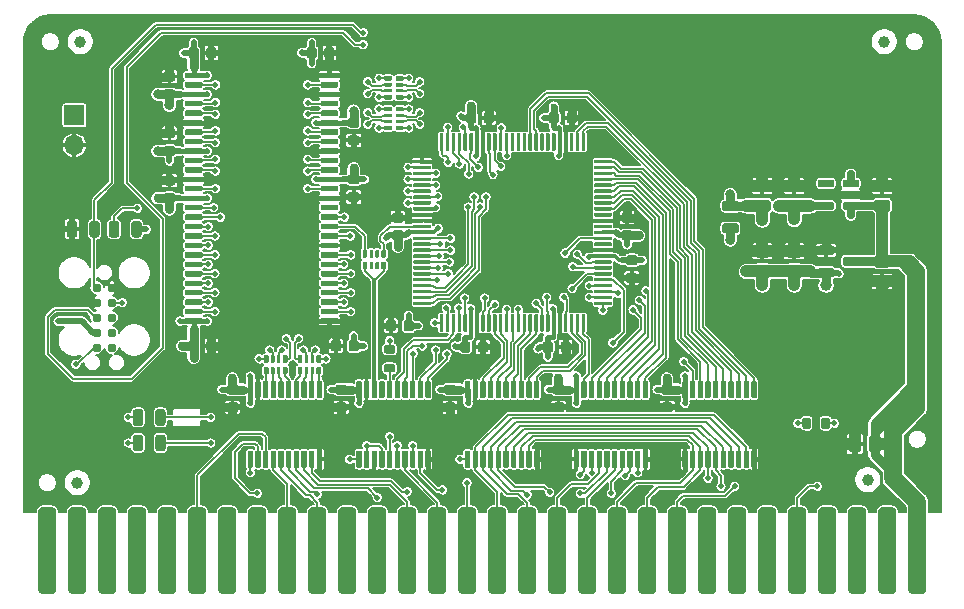
<source format=gtl>
G04 #@! TF.GenerationSoftware,KiCad,Pcbnew,(5.1.5-0-10_14)*
G04 #@! TF.CreationDate,2020-12-25T12:27:54-05:00*
G04 #@! TF.ProjectId,RAM2E,52414d32-452e-46b6-9963-61645f706362,1.3*
G04 #@! TF.SameCoordinates,Original*
G04 #@! TF.FileFunction,Copper,L1,Top*
G04 #@! TF.FilePolarity,Positive*
%FSLAX46Y46*%
G04 Gerber Fmt 4.6, Leading zero omitted, Abs format (unit mm)*
G04 Created by KiCad (PCBNEW (5.1.5-0-10_14)) date 2020-12-25 12:27:54*
%MOMM*%
%LPD*%
G04 APERTURE LIST*
%ADD10C,0.100000*%
%ADD11O,1.700000X1.700000*%
%ADD12R,1.700000X1.700000*%
%ADD13C,1.000000*%
%ADD14C,2.000000*%
%ADD15C,0.787400*%
%ADD16C,0.500000*%
%ADD17C,0.762000*%
%ADD18C,0.600000*%
%ADD19C,0.800000*%
%ADD20C,0.508000*%
%ADD21C,0.450000*%
%ADD22C,0.762000*%
%ADD23C,1.524000*%
%ADD24C,1.000000*%
%ADD25C,0.800000*%
%ADD26C,0.650000*%
%ADD27C,0.508000*%
%ADD28C,0.150000*%
%ADD29C,0.500000*%
%ADD30C,0.600000*%
%ADD31C,0.300000*%
%ADD32C,0.400000*%
%ADD33C,0.254000*%
%ADD34C,0.250000*%
%ADD35C,0.152400*%
%ADD36C,0.154000*%
G04 APERTURE END LIST*
G04 #@! TA.AperFunction,SMDPad,CuDef*
D10*
G36*
X259008329Y-105676023D02*
G01*
X259028957Y-105679083D01*
X259049185Y-105684150D01*
X259068820Y-105691176D01*
X259087672Y-105700092D01*
X259105559Y-105710813D01*
X259122309Y-105723235D01*
X259137760Y-105737240D01*
X259151765Y-105752691D01*
X259164187Y-105769441D01*
X259174908Y-105787328D01*
X259183824Y-105806180D01*
X259190850Y-105825815D01*
X259195917Y-105846043D01*
X259198977Y-105866671D01*
X259200000Y-105887500D01*
X259200000Y-106312500D01*
X259198977Y-106333329D01*
X259195917Y-106353957D01*
X259190850Y-106374185D01*
X259183824Y-106393820D01*
X259174908Y-106412672D01*
X259164187Y-106430559D01*
X259151765Y-106447309D01*
X259137760Y-106462760D01*
X259122309Y-106476765D01*
X259105559Y-106489187D01*
X259087672Y-106499908D01*
X259068820Y-106508824D01*
X259049185Y-106515850D01*
X259028957Y-106520917D01*
X259008329Y-106523977D01*
X258987500Y-106525000D01*
X258012500Y-106525000D01*
X257991671Y-106523977D01*
X257971043Y-106520917D01*
X257950815Y-106515850D01*
X257931180Y-106508824D01*
X257912328Y-106499908D01*
X257894441Y-106489187D01*
X257877691Y-106476765D01*
X257862240Y-106462760D01*
X257848235Y-106447309D01*
X257835813Y-106430559D01*
X257825092Y-106412672D01*
X257816176Y-106393820D01*
X257809150Y-106374185D01*
X257804083Y-106353957D01*
X257801023Y-106333329D01*
X257800000Y-106312500D01*
X257800000Y-105887500D01*
X257801023Y-105866671D01*
X257804083Y-105846043D01*
X257809150Y-105825815D01*
X257816176Y-105806180D01*
X257825092Y-105787328D01*
X257835813Y-105769441D01*
X257848235Y-105752691D01*
X257862240Y-105737240D01*
X257877691Y-105723235D01*
X257894441Y-105710813D01*
X257912328Y-105700092D01*
X257931180Y-105691176D01*
X257950815Y-105684150D01*
X257971043Y-105679083D01*
X257991671Y-105676023D01*
X258012500Y-105675000D01*
X258987500Y-105675000D01*
X259008329Y-105676023D01*
G37*
G04 #@! TD.AperFunction*
G04 #@! TA.AperFunction,SMDPad,CuDef*
G36*
X259008329Y-107576023D02*
G01*
X259028957Y-107579083D01*
X259049185Y-107584150D01*
X259068820Y-107591176D01*
X259087672Y-107600092D01*
X259105559Y-107610813D01*
X259122309Y-107623235D01*
X259137760Y-107637240D01*
X259151765Y-107652691D01*
X259164187Y-107669441D01*
X259174908Y-107687328D01*
X259183824Y-107706180D01*
X259190850Y-107725815D01*
X259195917Y-107746043D01*
X259198977Y-107766671D01*
X259200000Y-107787500D01*
X259200000Y-108212500D01*
X259198977Y-108233329D01*
X259195917Y-108253957D01*
X259190850Y-108274185D01*
X259183824Y-108293820D01*
X259174908Y-108312672D01*
X259164187Y-108330559D01*
X259151765Y-108347309D01*
X259137760Y-108362760D01*
X259122309Y-108376765D01*
X259105559Y-108389187D01*
X259087672Y-108399908D01*
X259068820Y-108408824D01*
X259049185Y-108415850D01*
X259028957Y-108420917D01*
X259008329Y-108423977D01*
X258987500Y-108425000D01*
X258012500Y-108425000D01*
X257991671Y-108423977D01*
X257971043Y-108420917D01*
X257950815Y-108415850D01*
X257931180Y-108408824D01*
X257912328Y-108399908D01*
X257894441Y-108389187D01*
X257877691Y-108376765D01*
X257862240Y-108362760D01*
X257848235Y-108347309D01*
X257835813Y-108330559D01*
X257825092Y-108312672D01*
X257816176Y-108293820D01*
X257809150Y-108274185D01*
X257804083Y-108253957D01*
X257801023Y-108233329D01*
X257800000Y-108212500D01*
X257800000Y-107787500D01*
X257801023Y-107766671D01*
X257804083Y-107746043D01*
X257809150Y-107725815D01*
X257816176Y-107706180D01*
X257825092Y-107687328D01*
X257835813Y-107669441D01*
X257848235Y-107652691D01*
X257862240Y-107637240D01*
X257877691Y-107623235D01*
X257894441Y-107610813D01*
X257912328Y-107600092D01*
X257931180Y-107591176D01*
X257950815Y-107584150D01*
X257971043Y-107579083D01*
X257991671Y-107576023D01*
X258012500Y-107575000D01*
X258987500Y-107575000D01*
X259008329Y-107576023D01*
G37*
G04 #@! TD.AperFunction*
D11*
X202946000Y-100965000D03*
D12*
X202946000Y-98425000D03*
G04 #@! TA.AperFunction,SMDPad,CuDef*
D10*
G36*
X269228428Y-105775782D02*
G01*
X269244202Y-105778122D01*
X269259671Y-105781997D01*
X269274686Y-105787370D01*
X269289102Y-105794188D01*
X269302780Y-105802386D01*
X269315589Y-105811886D01*
X269327405Y-105822595D01*
X269338114Y-105834411D01*
X269347614Y-105847220D01*
X269355812Y-105860898D01*
X269362630Y-105875314D01*
X269368003Y-105890329D01*
X269371878Y-105905798D01*
X269374218Y-105921572D01*
X269375000Y-105937500D01*
X269375000Y-106262500D01*
X269374218Y-106278428D01*
X269371878Y-106294202D01*
X269368003Y-106309671D01*
X269362630Y-106324686D01*
X269355812Y-106339102D01*
X269347614Y-106352780D01*
X269338114Y-106365589D01*
X269327405Y-106377405D01*
X269315589Y-106388114D01*
X269302780Y-106397614D01*
X269289102Y-106405812D01*
X269274686Y-106412630D01*
X269259671Y-106418003D01*
X269244202Y-106421878D01*
X269228428Y-106424218D01*
X269212500Y-106425000D01*
X268187500Y-106425000D01*
X268171572Y-106424218D01*
X268155798Y-106421878D01*
X268140329Y-106418003D01*
X268125314Y-106412630D01*
X268110898Y-106405812D01*
X268097220Y-106397614D01*
X268084411Y-106388114D01*
X268072595Y-106377405D01*
X268061886Y-106365589D01*
X268052386Y-106352780D01*
X268044188Y-106339102D01*
X268037370Y-106324686D01*
X268031997Y-106309671D01*
X268028122Y-106294202D01*
X268025782Y-106278428D01*
X268025000Y-106262500D01*
X268025000Y-105937500D01*
X268025782Y-105921572D01*
X268028122Y-105905798D01*
X268031997Y-105890329D01*
X268037370Y-105875314D01*
X268044188Y-105860898D01*
X268052386Y-105847220D01*
X268061886Y-105834411D01*
X268072595Y-105822595D01*
X268084411Y-105811886D01*
X268097220Y-105802386D01*
X268110898Y-105794188D01*
X268125314Y-105787370D01*
X268140329Y-105781997D01*
X268155798Y-105778122D01*
X268171572Y-105775782D01*
X268187500Y-105775000D01*
X269212500Y-105775000D01*
X269228428Y-105775782D01*
G37*
G04 #@! TD.AperFunction*
G04 #@! TA.AperFunction,SMDPad,CuDef*
G36*
X269228428Y-103875782D02*
G01*
X269244202Y-103878122D01*
X269259671Y-103881997D01*
X269274686Y-103887370D01*
X269289102Y-103894188D01*
X269302780Y-103902386D01*
X269315589Y-103911886D01*
X269327405Y-103922595D01*
X269338114Y-103934411D01*
X269347614Y-103947220D01*
X269355812Y-103960898D01*
X269362630Y-103975314D01*
X269368003Y-103990329D01*
X269371878Y-104005798D01*
X269374218Y-104021572D01*
X269375000Y-104037500D01*
X269375000Y-104362500D01*
X269374218Y-104378428D01*
X269371878Y-104394202D01*
X269368003Y-104409671D01*
X269362630Y-104424686D01*
X269355812Y-104439102D01*
X269347614Y-104452780D01*
X269338114Y-104465589D01*
X269327405Y-104477405D01*
X269315589Y-104488114D01*
X269302780Y-104497614D01*
X269289102Y-104505812D01*
X269274686Y-104512630D01*
X269259671Y-104518003D01*
X269244202Y-104521878D01*
X269228428Y-104524218D01*
X269212500Y-104525000D01*
X268187500Y-104525000D01*
X268171572Y-104524218D01*
X268155798Y-104521878D01*
X268140329Y-104518003D01*
X268125314Y-104512630D01*
X268110898Y-104505812D01*
X268097220Y-104497614D01*
X268084411Y-104488114D01*
X268072595Y-104477405D01*
X268061886Y-104465589D01*
X268052386Y-104452780D01*
X268044188Y-104439102D01*
X268037370Y-104424686D01*
X268031997Y-104409671D01*
X268028122Y-104394202D01*
X268025782Y-104378428D01*
X268025000Y-104362500D01*
X268025000Y-104037500D01*
X268025782Y-104021572D01*
X268028122Y-104005798D01*
X268031997Y-103990329D01*
X268037370Y-103975314D01*
X268044188Y-103960898D01*
X268052386Y-103947220D01*
X268061886Y-103934411D01*
X268072595Y-103922595D01*
X268084411Y-103911886D01*
X268097220Y-103902386D01*
X268110898Y-103894188D01*
X268125314Y-103887370D01*
X268140329Y-103881997D01*
X268155798Y-103878122D01*
X268171572Y-103875782D01*
X268187500Y-103875000D01*
X269212500Y-103875000D01*
X269228428Y-103875782D01*
G37*
G04 #@! TD.AperFunction*
G04 #@! TA.AperFunction,SMDPad,CuDef*
G36*
X269228428Y-104825782D02*
G01*
X269244202Y-104828122D01*
X269259671Y-104831997D01*
X269274686Y-104837370D01*
X269289102Y-104844188D01*
X269302780Y-104852386D01*
X269315589Y-104861886D01*
X269327405Y-104872595D01*
X269338114Y-104884411D01*
X269347614Y-104897220D01*
X269355812Y-104910898D01*
X269362630Y-104925314D01*
X269368003Y-104940329D01*
X269371878Y-104955798D01*
X269374218Y-104971572D01*
X269375000Y-104987500D01*
X269375000Y-105312500D01*
X269374218Y-105328428D01*
X269371878Y-105344202D01*
X269368003Y-105359671D01*
X269362630Y-105374686D01*
X269355812Y-105389102D01*
X269347614Y-105402780D01*
X269338114Y-105415589D01*
X269327405Y-105427405D01*
X269315589Y-105438114D01*
X269302780Y-105447614D01*
X269289102Y-105455812D01*
X269274686Y-105462630D01*
X269259671Y-105468003D01*
X269244202Y-105471878D01*
X269228428Y-105474218D01*
X269212500Y-105475000D01*
X268187500Y-105475000D01*
X268171572Y-105474218D01*
X268155798Y-105471878D01*
X268140329Y-105468003D01*
X268125314Y-105462630D01*
X268110898Y-105455812D01*
X268097220Y-105447614D01*
X268084411Y-105438114D01*
X268072595Y-105427405D01*
X268061886Y-105415589D01*
X268052386Y-105402780D01*
X268044188Y-105389102D01*
X268037370Y-105374686D01*
X268031997Y-105359671D01*
X268028122Y-105344202D01*
X268025782Y-105328428D01*
X268025000Y-105312500D01*
X268025000Y-104987500D01*
X268025782Y-104971572D01*
X268028122Y-104955798D01*
X268031997Y-104940329D01*
X268037370Y-104925314D01*
X268044188Y-104910898D01*
X268052386Y-104897220D01*
X268061886Y-104884411D01*
X268072595Y-104872595D01*
X268084411Y-104861886D01*
X268097220Y-104852386D01*
X268110898Y-104844188D01*
X268125314Y-104837370D01*
X268140329Y-104831997D01*
X268155798Y-104828122D01*
X268171572Y-104825782D01*
X268187500Y-104825000D01*
X269212500Y-104825000D01*
X269228428Y-104825782D01*
G37*
G04 #@! TD.AperFunction*
G04 #@! TA.AperFunction,SMDPad,CuDef*
G36*
X267128428Y-105775782D02*
G01*
X267144202Y-105778122D01*
X267159671Y-105781997D01*
X267174686Y-105787370D01*
X267189102Y-105794188D01*
X267202780Y-105802386D01*
X267215589Y-105811886D01*
X267227405Y-105822595D01*
X267238114Y-105834411D01*
X267247614Y-105847220D01*
X267255812Y-105860898D01*
X267262630Y-105875314D01*
X267268003Y-105890329D01*
X267271878Y-105905798D01*
X267274218Y-105921572D01*
X267275000Y-105937500D01*
X267275000Y-106262500D01*
X267274218Y-106278428D01*
X267271878Y-106294202D01*
X267268003Y-106309671D01*
X267262630Y-106324686D01*
X267255812Y-106339102D01*
X267247614Y-106352780D01*
X267238114Y-106365589D01*
X267227405Y-106377405D01*
X267215589Y-106388114D01*
X267202780Y-106397614D01*
X267189102Y-106405812D01*
X267174686Y-106412630D01*
X267159671Y-106418003D01*
X267144202Y-106421878D01*
X267128428Y-106424218D01*
X267112500Y-106425000D01*
X266087500Y-106425000D01*
X266071572Y-106424218D01*
X266055798Y-106421878D01*
X266040329Y-106418003D01*
X266025314Y-106412630D01*
X266010898Y-106405812D01*
X265997220Y-106397614D01*
X265984411Y-106388114D01*
X265972595Y-106377405D01*
X265961886Y-106365589D01*
X265952386Y-106352780D01*
X265944188Y-106339102D01*
X265937370Y-106324686D01*
X265931997Y-106309671D01*
X265928122Y-106294202D01*
X265925782Y-106278428D01*
X265925000Y-106262500D01*
X265925000Y-105937500D01*
X265925782Y-105921572D01*
X265928122Y-105905798D01*
X265931997Y-105890329D01*
X265937370Y-105875314D01*
X265944188Y-105860898D01*
X265952386Y-105847220D01*
X265961886Y-105834411D01*
X265972595Y-105822595D01*
X265984411Y-105811886D01*
X265997220Y-105802386D01*
X266010898Y-105794188D01*
X266025314Y-105787370D01*
X266040329Y-105781997D01*
X266055798Y-105778122D01*
X266071572Y-105775782D01*
X266087500Y-105775000D01*
X267112500Y-105775000D01*
X267128428Y-105775782D01*
G37*
G04 #@! TD.AperFunction*
G04 #@! TA.AperFunction,SMDPad,CuDef*
G36*
X267128428Y-103875782D02*
G01*
X267144202Y-103878122D01*
X267159671Y-103881997D01*
X267174686Y-103887370D01*
X267189102Y-103894188D01*
X267202780Y-103902386D01*
X267215589Y-103911886D01*
X267227405Y-103922595D01*
X267238114Y-103934411D01*
X267247614Y-103947220D01*
X267255812Y-103960898D01*
X267262630Y-103975314D01*
X267268003Y-103990329D01*
X267271878Y-104005798D01*
X267274218Y-104021572D01*
X267275000Y-104037500D01*
X267275000Y-104362500D01*
X267274218Y-104378428D01*
X267271878Y-104394202D01*
X267268003Y-104409671D01*
X267262630Y-104424686D01*
X267255812Y-104439102D01*
X267247614Y-104452780D01*
X267238114Y-104465589D01*
X267227405Y-104477405D01*
X267215589Y-104488114D01*
X267202780Y-104497614D01*
X267189102Y-104505812D01*
X267174686Y-104512630D01*
X267159671Y-104518003D01*
X267144202Y-104521878D01*
X267128428Y-104524218D01*
X267112500Y-104525000D01*
X266087500Y-104525000D01*
X266071572Y-104524218D01*
X266055798Y-104521878D01*
X266040329Y-104518003D01*
X266025314Y-104512630D01*
X266010898Y-104505812D01*
X265997220Y-104497614D01*
X265984411Y-104488114D01*
X265972595Y-104477405D01*
X265961886Y-104465589D01*
X265952386Y-104452780D01*
X265944188Y-104439102D01*
X265937370Y-104424686D01*
X265931997Y-104409671D01*
X265928122Y-104394202D01*
X265925782Y-104378428D01*
X265925000Y-104362500D01*
X265925000Y-104037500D01*
X265925782Y-104021572D01*
X265928122Y-104005798D01*
X265931997Y-103990329D01*
X265937370Y-103975314D01*
X265944188Y-103960898D01*
X265952386Y-103947220D01*
X265961886Y-103934411D01*
X265972595Y-103922595D01*
X265984411Y-103911886D01*
X265997220Y-103902386D01*
X266010898Y-103894188D01*
X266025314Y-103887370D01*
X266040329Y-103881997D01*
X266055798Y-103878122D01*
X266071572Y-103875782D01*
X266087500Y-103875000D01*
X267112500Y-103875000D01*
X267128428Y-103875782D01*
G37*
G04 #@! TD.AperFunction*
G04 #@! TA.AperFunction,SMDPad,CuDef*
G36*
X266742153Y-124025843D02*
G01*
X266759141Y-124028363D01*
X266775800Y-124032535D01*
X266791970Y-124038321D01*
X266807494Y-124045664D01*
X266822225Y-124054493D01*
X266836019Y-124064723D01*
X266848744Y-124076256D01*
X266860277Y-124088981D01*
X266870507Y-124102775D01*
X266879336Y-124117506D01*
X266886679Y-124133030D01*
X266892465Y-124149200D01*
X266896637Y-124165859D01*
X266899157Y-124182847D01*
X266900000Y-124200000D01*
X266900000Y-124800000D01*
X266899157Y-124817153D01*
X266896637Y-124834141D01*
X266892465Y-124850800D01*
X266886679Y-124866970D01*
X266879336Y-124882494D01*
X266870507Y-124897225D01*
X266860277Y-124911019D01*
X266848744Y-124923744D01*
X266836019Y-124935277D01*
X266822225Y-124945507D01*
X266807494Y-124954336D01*
X266791970Y-124961679D01*
X266775800Y-124967465D01*
X266759141Y-124971637D01*
X266742153Y-124974157D01*
X266725000Y-124975000D01*
X266375000Y-124975000D01*
X266357847Y-124974157D01*
X266340859Y-124971637D01*
X266324200Y-124967465D01*
X266308030Y-124961679D01*
X266292506Y-124954336D01*
X266277775Y-124945507D01*
X266263981Y-124935277D01*
X266251256Y-124923744D01*
X266239723Y-124911019D01*
X266229493Y-124897225D01*
X266220664Y-124882494D01*
X266213321Y-124866970D01*
X266207535Y-124850800D01*
X266203363Y-124834141D01*
X266200843Y-124817153D01*
X266200000Y-124800000D01*
X266200000Y-124200000D01*
X266200843Y-124182847D01*
X266203363Y-124165859D01*
X266207535Y-124149200D01*
X266213321Y-124133030D01*
X266220664Y-124117506D01*
X266229493Y-124102775D01*
X266239723Y-124088981D01*
X266251256Y-124076256D01*
X266263981Y-124064723D01*
X266277775Y-124054493D01*
X266292506Y-124045664D01*
X266308030Y-124038321D01*
X266324200Y-124032535D01*
X266340859Y-124028363D01*
X266357847Y-124025843D01*
X266375000Y-124025000D01*
X266725000Y-124025000D01*
X266742153Y-124025843D01*
G37*
G04 #@! TD.AperFunction*
G04 #@! TA.AperFunction,SMDPad,CuDef*
G36*
X265142153Y-124025843D02*
G01*
X265159141Y-124028363D01*
X265175800Y-124032535D01*
X265191970Y-124038321D01*
X265207494Y-124045664D01*
X265222225Y-124054493D01*
X265236019Y-124064723D01*
X265248744Y-124076256D01*
X265260277Y-124088981D01*
X265270507Y-124102775D01*
X265279336Y-124117506D01*
X265286679Y-124133030D01*
X265292465Y-124149200D01*
X265296637Y-124165859D01*
X265299157Y-124182847D01*
X265300000Y-124200000D01*
X265300000Y-124800000D01*
X265299157Y-124817153D01*
X265296637Y-124834141D01*
X265292465Y-124850800D01*
X265286679Y-124866970D01*
X265279336Y-124882494D01*
X265270507Y-124897225D01*
X265260277Y-124911019D01*
X265248744Y-124923744D01*
X265236019Y-124935277D01*
X265222225Y-124945507D01*
X265207494Y-124954336D01*
X265191970Y-124961679D01*
X265175800Y-124967465D01*
X265159141Y-124971637D01*
X265142153Y-124974157D01*
X265125000Y-124975000D01*
X264775000Y-124975000D01*
X264757847Y-124974157D01*
X264740859Y-124971637D01*
X264724200Y-124967465D01*
X264708030Y-124961679D01*
X264692506Y-124954336D01*
X264677775Y-124945507D01*
X264663981Y-124935277D01*
X264651256Y-124923744D01*
X264639723Y-124911019D01*
X264629493Y-124897225D01*
X264620664Y-124882494D01*
X264613321Y-124866970D01*
X264607535Y-124850800D01*
X264603363Y-124834141D01*
X264600843Y-124817153D01*
X264600000Y-124800000D01*
X264600000Y-124200000D01*
X264600843Y-124182847D01*
X264603363Y-124165859D01*
X264607535Y-124149200D01*
X264613321Y-124133030D01*
X264620664Y-124117506D01*
X264629493Y-124102775D01*
X264639723Y-124088981D01*
X264651256Y-124076256D01*
X264663981Y-124064723D01*
X264677775Y-124054493D01*
X264692506Y-124045664D01*
X264708030Y-124038321D01*
X264724200Y-124032535D01*
X264740859Y-124028363D01*
X264757847Y-124025843D01*
X264775000Y-124025000D01*
X265125000Y-124025000D01*
X265142153Y-124025843D01*
G37*
G04 #@! TD.AperFunction*
G04 #@! TA.AperFunction,SMDPad,CuDef*
G36*
X229967153Y-117900843D02*
G01*
X229984141Y-117903363D01*
X230000800Y-117907535D01*
X230016970Y-117913321D01*
X230032494Y-117920664D01*
X230047225Y-117929493D01*
X230061019Y-117939723D01*
X230073744Y-117951256D01*
X230085277Y-117963981D01*
X230095507Y-117977775D01*
X230104336Y-117992506D01*
X230111679Y-118008030D01*
X230117465Y-118024200D01*
X230121637Y-118040859D01*
X230124157Y-118057847D01*
X230125000Y-118075000D01*
X230125000Y-118425000D01*
X230124157Y-118442153D01*
X230121637Y-118459141D01*
X230117465Y-118475800D01*
X230111679Y-118491970D01*
X230104336Y-118507494D01*
X230095507Y-118522225D01*
X230085277Y-118536019D01*
X230073744Y-118548744D01*
X230061019Y-118560277D01*
X230047225Y-118570507D01*
X230032494Y-118579336D01*
X230016970Y-118586679D01*
X230000800Y-118592465D01*
X229984141Y-118596637D01*
X229967153Y-118599157D01*
X229950000Y-118600000D01*
X229350000Y-118600000D01*
X229332847Y-118599157D01*
X229315859Y-118596637D01*
X229299200Y-118592465D01*
X229283030Y-118586679D01*
X229267506Y-118579336D01*
X229252775Y-118570507D01*
X229238981Y-118560277D01*
X229226256Y-118548744D01*
X229214723Y-118536019D01*
X229204493Y-118522225D01*
X229195664Y-118507494D01*
X229188321Y-118491970D01*
X229182535Y-118475800D01*
X229178363Y-118459141D01*
X229175843Y-118442153D01*
X229175000Y-118425000D01*
X229175000Y-118075000D01*
X229175843Y-118057847D01*
X229178363Y-118040859D01*
X229182535Y-118024200D01*
X229188321Y-118008030D01*
X229195664Y-117992506D01*
X229204493Y-117977775D01*
X229214723Y-117963981D01*
X229226256Y-117951256D01*
X229238981Y-117939723D01*
X229252775Y-117929493D01*
X229267506Y-117920664D01*
X229283030Y-117913321D01*
X229299200Y-117907535D01*
X229315859Y-117903363D01*
X229332847Y-117900843D01*
X229350000Y-117900000D01*
X229950000Y-117900000D01*
X229967153Y-117900843D01*
G37*
G04 #@! TD.AperFunction*
G04 #@! TA.AperFunction,SMDPad,CuDef*
G36*
X229967153Y-119500843D02*
G01*
X229984141Y-119503363D01*
X230000800Y-119507535D01*
X230016970Y-119513321D01*
X230032494Y-119520664D01*
X230047225Y-119529493D01*
X230061019Y-119539723D01*
X230073744Y-119551256D01*
X230085277Y-119563981D01*
X230095507Y-119577775D01*
X230104336Y-119592506D01*
X230111679Y-119608030D01*
X230117465Y-119624200D01*
X230121637Y-119640859D01*
X230124157Y-119657847D01*
X230125000Y-119675000D01*
X230125000Y-120025000D01*
X230124157Y-120042153D01*
X230121637Y-120059141D01*
X230117465Y-120075800D01*
X230111679Y-120091970D01*
X230104336Y-120107494D01*
X230095507Y-120122225D01*
X230085277Y-120136019D01*
X230073744Y-120148744D01*
X230061019Y-120160277D01*
X230047225Y-120170507D01*
X230032494Y-120179336D01*
X230016970Y-120186679D01*
X230000800Y-120192465D01*
X229984141Y-120196637D01*
X229967153Y-120199157D01*
X229950000Y-120200000D01*
X229350000Y-120200000D01*
X229332847Y-120199157D01*
X229315859Y-120196637D01*
X229299200Y-120192465D01*
X229283030Y-120186679D01*
X229267506Y-120179336D01*
X229252775Y-120170507D01*
X229238981Y-120160277D01*
X229226256Y-120148744D01*
X229214723Y-120136019D01*
X229204493Y-120122225D01*
X229195664Y-120107494D01*
X229188321Y-120091970D01*
X229182535Y-120075800D01*
X229178363Y-120059141D01*
X229175843Y-120042153D01*
X229175000Y-120025000D01*
X229175000Y-119675000D01*
X229175843Y-119657847D01*
X229178363Y-119640859D01*
X229182535Y-119624200D01*
X229188321Y-119608030D01*
X229195664Y-119592506D01*
X229204493Y-119577775D01*
X229214723Y-119563981D01*
X229226256Y-119551256D01*
X229238981Y-119539723D01*
X229252775Y-119529493D01*
X229267506Y-119520664D01*
X229283030Y-119513321D01*
X229299200Y-119507535D01*
X229315859Y-119503363D01*
X229332847Y-119500843D01*
X229350000Y-119500000D01*
X229950000Y-119500000D01*
X229967153Y-119500843D01*
G37*
G04 #@! TD.AperFunction*
G04 #@! TA.AperFunction,SMDPad,CuDef*
G36*
X233057351Y-102200361D02*
G01*
X233064632Y-102201441D01*
X233071771Y-102203229D01*
X233078701Y-102205709D01*
X233085355Y-102208856D01*
X233091668Y-102212640D01*
X233097579Y-102217024D01*
X233103033Y-102221967D01*
X233107976Y-102227421D01*
X233112360Y-102233332D01*
X233116144Y-102239645D01*
X233119291Y-102246299D01*
X233121771Y-102253229D01*
X233123559Y-102260368D01*
X233124639Y-102267649D01*
X233125000Y-102275000D01*
X233125000Y-102425000D01*
X233124639Y-102432351D01*
X233123559Y-102439632D01*
X233121771Y-102446771D01*
X233119291Y-102453701D01*
X233116144Y-102460355D01*
X233112360Y-102466668D01*
X233107976Y-102472579D01*
X233103033Y-102478033D01*
X233097579Y-102482976D01*
X233091668Y-102487360D01*
X233085355Y-102491144D01*
X233078701Y-102494291D01*
X233071771Y-102496771D01*
X233064632Y-102498559D01*
X233057351Y-102499639D01*
X233050000Y-102500000D01*
X231725000Y-102500000D01*
X231717649Y-102499639D01*
X231710368Y-102498559D01*
X231703229Y-102496771D01*
X231696299Y-102494291D01*
X231689645Y-102491144D01*
X231683332Y-102487360D01*
X231677421Y-102482976D01*
X231671967Y-102478033D01*
X231667024Y-102472579D01*
X231662640Y-102466668D01*
X231658856Y-102460355D01*
X231655709Y-102453701D01*
X231653229Y-102446771D01*
X231651441Y-102439632D01*
X231650361Y-102432351D01*
X231650000Y-102425000D01*
X231650000Y-102275000D01*
X231650361Y-102267649D01*
X231651441Y-102260368D01*
X231653229Y-102253229D01*
X231655709Y-102246299D01*
X231658856Y-102239645D01*
X231662640Y-102233332D01*
X231667024Y-102227421D01*
X231671967Y-102221967D01*
X231677421Y-102217024D01*
X231683332Y-102212640D01*
X231689645Y-102208856D01*
X231696299Y-102205709D01*
X231703229Y-102203229D01*
X231710368Y-102201441D01*
X231717649Y-102200361D01*
X231725000Y-102200000D01*
X233050000Y-102200000D01*
X233057351Y-102200361D01*
G37*
G04 #@! TD.AperFunction*
G04 #@! TA.AperFunction,SMDPad,CuDef*
G36*
X233057351Y-102700361D02*
G01*
X233064632Y-102701441D01*
X233071771Y-102703229D01*
X233078701Y-102705709D01*
X233085355Y-102708856D01*
X233091668Y-102712640D01*
X233097579Y-102717024D01*
X233103033Y-102721967D01*
X233107976Y-102727421D01*
X233112360Y-102733332D01*
X233116144Y-102739645D01*
X233119291Y-102746299D01*
X233121771Y-102753229D01*
X233123559Y-102760368D01*
X233124639Y-102767649D01*
X233125000Y-102775000D01*
X233125000Y-102925000D01*
X233124639Y-102932351D01*
X233123559Y-102939632D01*
X233121771Y-102946771D01*
X233119291Y-102953701D01*
X233116144Y-102960355D01*
X233112360Y-102966668D01*
X233107976Y-102972579D01*
X233103033Y-102978033D01*
X233097579Y-102982976D01*
X233091668Y-102987360D01*
X233085355Y-102991144D01*
X233078701Y-102994291D01*
X233071771Y-102996771D01*
X233064632Y-102998559D01*
X233057351Y-102999639D01*
X233050000Y-103000000D01*
X231725000Y-103000000D01*
X231717649Y-102999639D01*
X231710368Y-102998559D01*
X231703229Y-102996771D01*
X231696299Y-102994291D01*
X231689645Y-102991144D01*
X231683332Y-102987360D01*
X231677421Y-102982976D01*
X231671967Y-102978033D01*
X231667024Y-102972579D01*
X231662640Y-102966668D01*
X231658856Y-102960355D01*
X231655709Y-102953701D01*
X231653229Y-102946771D01*
X231651441Y-102939632D01*
X231650361Y-102932351D01*
X231650000Y-102925000D01*
X231650000Y-102775000D01*
X231650361Y-102767649D01*
X231651441Y-102760368D01*
X231653229Y-102753229D01*
X231655709Y-102746299D01*
X231658856Y-102739645D01*
X231662640Y-102733332D01*
X231667024Y-102727421D01*
X231671967Y-102721967D01*
X231677421Y-102717024D01*
X231683332Y-102712640D01*
X231689645Y-102708856D01*
X231696299Y-102705709D01*
X231703229Y-102703229D01*
X231710368Y-102701441D01*
X231717649Y-102700361D01*
X231725000Y-102700000D01*
X233050000Y-102700000D01*
X233057351Y-102700361D01*
G37*
G04 #@! TD.AperFunction*
G04 #@! TA.AperFunction,SMDPad,CuDef*
G36*
X233057351Y-103200361D02*
G01*
X233064632Y-103201441D01*
X233071771Y-103203229D01*
X233078701Y-103205709D01*
X233085355Y-103208856D01*
X233091668Y-103212640D01*
X233097579Y-103217024D01*
X233103033Y-103221967D01*
X233107976Y-103227421D01*
X233112360Y-103233332D01*
X233116144Y-103239645D01*
X233119291Y-103246299D01*
X233121771Y-103253229D01*
X233123559Y-103260368D01*
X233124639Y-103267649D01*
X233125000Y-103275000D01*
X233125000Y-103425000D01*
X233124639Y-103432351D01*
X233123559Y-103439632D01*
X233121771Y-103446771D01*
X233119291Y-103453701D01*
X233116144Y-103460355D01*
X233112360Y-103466668D01*
X233107976Y-103472579D01*
X233103033Y-103478033D01*
X233097579Y-103482976D01*
X233091668Y-103487360D01*
X233085355Y-103491144D01*
X233078701Y-103494291D01*
X233071771Y-103496771D01*
X233064632Y-103498559D01*
X233057351Y-103499639D01*
X233050000Y-103500000D01*
X231725000Y-103500000D01*
X231717649Y-103499639D01*
X231710368Y-103498559D01*
X231703229Y-103496771D01*
X231696299Y-103494291D01*
X231689645Y-103491144D01*
X231683332Y-103487360D01*
X231677421Y-103482976D01*
X231671967Y-103478033D01*
X231667024Y-103472579D01*
X231662640Y-103466668D01*
X231658856Y-103460355D01*
X231655709Y-103453701D01*
X231653229Y-103446771D01*
X231651441Y-103439632D01*
X231650361Y-103432351D01*
X231650000Y-103425000D01*
X231650000Y-103275000D01*
X231650361Y-103267649D01*
X231651441Y-103260368D01*
X231653229Y-103253229D01*
X231655709Y-103246299D01*
X231658856Y-103239645D01*
X231662640Y-103233332D01*
X231667024Y-103227421D01*
X231671967Y-103221967D01*
X231677421Y-103217024D01*
X231683332Y-103212640D01*
X231689645Y-103208856D01*
X231696299Y-103205709D01*
X231703229Y-103203229D01*
X231710368Y-103201441D01*
X231717649Y-103200361D01*
X231725000Y-103200000D01*
X233050000Y-103200000D01*
X233057351Y-103200361D01*
G37*
G04 #@! TD.AperFunction*
G04 #@! TA.AperFunction,SMDPad,CuDef*
G36*
X233057351Y-103700361D02*
G01*
X233064632Y-103701441D01*
X233071771Y-103703229D01*
X233078701Y-103705709D01*
X233085355Y-103708856D01*
X233091668Y-103712640D01*
X233097579Y-103717024D01*
X233103033Y-103721967D01*
X233107976Y-103727421D01*
X233112360Y-103733332D01*
X233116144Y-103739645D01*
X233119291Y-103746299D01*
X233121771Y-103753229D01*
X233123559Y-103760368D01*
X233124639Y-103767649D01*
X233125000Y-103775000D01*
X233125000Y-103925000D01*
X233124639Y-103932351D01*
X233123559Y-103939632D01*
X233121771Y-103946771D01*
X233119291Y-103953701D01*
X233116144Y-103960355D01*
X233112360Y-103966668D01*
X233107976Y-103972579D01*
X233103033Y-103978033D01*
X233097579Y-103982976D01*
X233091668Y-103987360D01*
X233085355Y-103991144D01*
X233078701Y-103994291D01*
X233071771Y-103996771D01*
X233064632Y-103998559D01*
X233057351Y-103999639D01*
X233050000Y-104000000D01*
X231725000Y-104000000D01*
X231717649Y-103999639D01*
X231710368Y-103998559D01*
X231703229Y-103996771D01*
X231696299Y-103994291D01*
X231689645Y-103991144D01*
X231683332Y-103987360D01*
X231677421Y-103982976D01*
X231671967Y-103978033D01*
X231667024Y-103972579D01*
X231662640Y-103966668D01*
X231658856Y-103960355D01*
X231655709Y-103953701D01*
X231653229Y-103946771D01*
X231651441Y-103939632D01*
X231650361Y-103932351D01*
X231650000Y-103925000D01*
X231650000Y-103775000D01*
X231650361Y-103767649D01*
X231651441Y-103760368D01*
X231653229Y-103753229D01*
X231655709Y-103746299D01*
X231658856Y-103739645D01*
X231662640Y-103733332D01*
X231667024Y-103727421D01*
X231671967Y-103721967D01*
X231677421Y-103717024D01*
X231683332Y-103712640D01*
X231689645Y-103708856D01*
X231696299Y-103705709D01*
X231703229Y-103703229D01*
X231710368Y-103701441D01*
X231717649Y-103700361D01*
X231725000Y-103700000D01*
X233050000Y-103700000D01*
X233057351Y-103700361D01*
G37*
G04 #@! TD.AperFunction*
G04 #@! TA.AperFunction,SMDPad,CuDef*
G36*
X233057351Y-104200361D02*
G01*
X233064632Y-104201441D01*
X233071771Y-104203229D01*
X233078701Y-104205709D01*
X233085355Y-104208856D01*
X233091668Y-104212640D01*
X233097579Y-104217024D01*
X233103033Y-104221967D01*
X233107976Y-104227421D01*
X233112360Y-104233332D01*
X233116144Y-104239645D01*
X233119291Y-104246299D01*
X233121771Y-104253229D01*
X233123559Y-104260368D01*
X233124639Y-104267649D01*
X233125000Y-104275000D01*
X233125000Y-104425000D01*
X233124639Y-104432351D01*
X233123559Y-104439632D01*
X233121771Y-104446771D01*
X233119291Y-104453701D01*
X233116144Y-104460355D01*
X233112360Y-104466668D01*
X233107976Y-104472579D01*
X233103033Y-104478033D01*
X233097579Y-104482976D01*
X233091668Y-104487360D01*
X233085355Y-104491144D01*
X233078701Y-104494291D01*
X233071771Y-104496771D01*
X233064632Y-104498559D01*
X233057351Y-104499639D01*
X233050000Y-104500000D01*
X231725000Y-104500000D01*
X231717649Y-104499639D01*
X231710368Y-104498559D01*
X231703229Y-104496771D01*
X231696299Y-104494291D01*
X231689645Y-104491144D01*
X231683332Y-104487360D01*
X231677421Y-104482976D01*
X231671967Y-104478033D01*
X231667024Y-104472579D01*
X231662640Y-104466668D01*
X231658856Y-104460355D01*
X231655709Y-104453701D01*
X231653229Y-104446771D01*
X231651441Y-104439632D01*
X231650361Y-104432351D01*
X231650000Y-104425000D01*
X231650000Y-104275000D01*
X231650361Y-104267649D01*
X231651441Y-104260368D01*
X231653229Y-104253229D01*
X231655709Y-104246299D01*
X231658856Y-104239645D01*
X231662640Y-104233332D01*
X231667024Y-104227421D01*
X231671967Y-104221967D01*
X231677421Y-104217024D01*
X231683332Y-104212640D01*
X231689645Y-104208856D01*
X231696299Y-104205709D01*
X231703229Y-104203229D01*
X231710368Y-104201441D01*
X231717649Y-104200361D01*
X231725000Y-104200000D01*
X233050000Y-104200000D01*
X233057351Y-104200361D01*
G37*
G04 #@! TD.AperFunction*
G04 #@! TA.AperFunction,SMDPad,CuDef*
G36*
X233057351Y-104700361D02*
G01*
X233064632Y-104701441D01*
X233071771Y-104703229D01*
X233078701Y-104705709D01*
X233085355Y-104708856D01*
X233091668Y-104712640D01*
X233097579Y-104717024D01*
X233103033Y-104721967D01*
X233107976Y-104727421D01*
X233112360Y-104733332D01*
X233116144Y-104739645D01*
X233119291Y-104746299D01*
X233121771Y-104753229D01*
X233123559Y-104760368D01*
X233124639Y-104767649D01*
X233125000Y-104775000D01*
X233125000Y-104925000D01*
X233124639Y-104932351D01*
X233123559Y-104939632D01*
X233121771Y-104946771D01*
X233119291Y-104953701D01*
X233116144Y-104960355D01*
X233112360Y-104966668D01*
X233107976Y-104972579D01*
X233103033Y-104978033D01*
X233097579Y-104982976D01*
X233091668Y-104987360D01*
X233085355Y-104991144D01*
X233078701Y-104994291D01*
X233071771Y-104996771D01*
X233064632Y-104998559D01*
X233057351Y-104999639D01*
X233050000Y-105000000D01*
X231725000Y-105000000D01*
X231717649Y-104999639D01*
X231710368Y-104998559D01*
X231703229Y-104996771D01*
X231696299Y-104994291D01*
X231689645Y-104991144D01*
X231683332Y-104987360D01*
X231677421Y-104982976D01*
X231671967Y-104978033D01*
X231667024Y-104972579D01*
X231662640Y-104966668D01*
X231658856Y-104960355D01*
X231655709Y-104953701D01*
X231653229Y-104946771D01*
X231651441Y-104939632D01*
X231650361Y-104932351D01*
X231650000Y-104925000D01*
X231650000Y-104775000D01*
X231650361Y-104767649D01*
X231651441Y-104760368D01*
X231653229Y-104753229D01*
X231655709Y-104746299D01*
X231658856Y-104739645D01*
X231662640Y-104733332D01*
X231667024Y-104727421D01*
X231671967Y-104721967D01*
X231677421Y-104717024D01*
X231683332Y-104712640D01*
X231689645Y-104708856D01*
X231696299Y-104705709D01*
X231703229Y-104703229D01*
X231710368Y-104701441D01*
X231717649Y-104700361D01*
X231725000Y-104700000D01*
X233050000Y-104700000D01*
X233057351Y-104700361D01*
G37*
G04 #@! TD.AperFunction*
G04 #@! TA.AperFunction,SMDPad,CuDef*
G36*
X233057351Y-105200361D02*
G01*
X233064632Y-105201441D01*
X233071771Y-105203229D01*
X233078701Y-105205709D01*
X233085355Y-105208856D01*
X233091668Y-105212640D01*
X233097579Y-105217024D01*
X233103033Y-105221967D01*
X233107976Y-105227421D01*
X233112360Y-105233332D01*
X233116144Y-105239645D01*
X233119291Y-105246299D01*
X233121771Y-105253229D01*
X233123559Y-105260368D01*
X233124639Y-105267649D01*
X233125000Y-105275000D01*
X233125000Y-105425000D01*
X233124639Y-105432351D01*
X233123559Y-105439632D01*
X233121771Y-105446771D01*
X233119291Y-105453701D01*
X233116144Y-105460355D01*
X233112360Y-105466668D01*
X233107976Y-105472579D01*
X233103033Y-105478033D01*
X233097579Y-105482976D01*
X233091668Y-105487360D01*
X233085355Y-105491144D01*
X233078701Y-105494291D01*
X233071771Y-105496771D01*
X233064632Y-105498559D01*
X233057351Y-105499639D01*
X233050000Y-105500000D01*
X231725000Y-105500000D01*
X231717649Y-105499639D01*
X231710368Y-105498559D01*
X231703229Y-105496771D01*
X231696299Y-105494291D01*
X231689645Y-105491144D01*
X231683332Y-105487360D01*
X231677421Y-105482976D01*
X231671967Y-105478033D01*
X231667024Y-105472579D01*
X231662640Y-105466668D01*
X231658856Y-105460355D01*
X231655709Y-105453701D01*
X231653229Y-105446771D01*
X231651441Y-105439632D01*
X231650361Y-105432351D01*
X231650000Y-105425000D01*
X231650000Y-105275000D01*
X231650361Y-105267649D01*
X231651441Y-105260368D01*
X231653229Y-105253229D01*
X231655709Y-105246299D01*
X231658856Y-105239645D01*
X231662640Y-105233332D01*
X231667024Y-105227421D01*
X231671967Y-105221967D01*
X231677421Y-105217024D01*
X231683332Y-105212640D01*
X231689645Y-105208856D01*
X231696299Y-105205709D01*
X231703229Y-105203229D01*
X231710368Y-105201441D01*
X231717649Y-105200361D01*
X231725000Y-105200000D01*
X233050000Y-105200000D01*
X233057351Y-105200361D01*
G37*
G04 #@! TD.AperFunction*
G04 #@! TA.AperFunction,SMDPad,CuDef*
G36*
X233057351Y-105700361D02*
G01*
X233064632Y-105701441D01*
X233071771Y-105703229D01*
X233078701Y-105705709D01*
X233085355Y-105708856D01*
X233091668Y-105712640D01*
X233097579Y-105717024D01*
X233103033Y-105721967D01*
X233107976Y-105727421D01*
X233112360Y-105733332D01*
X233116144Y-105739645D01*
X233119291Y-105746299D01*
X233121771Y-105753229D01*
X233123559Y-105760368D01*
X233124639Y-105767649D01*
X233125000Y-105775000D01*
X233125000Y-105925000D01*
X233124639Y-105932351D01*
X233123559Y-105939632D01*
X233121771Y-105946771D01*
X233119291Y-105953701D01*
X233116144Y-105960355D01*
X233112360Y-105966668D01*
X233107976Y-105972579D01*
X233103033Y-105978033D01*
X233097579Y-105982976D01*
X233091668Y-105987360D01*
X233085355Y-105991144D01*
X233078701Y-105994291D01*
X233071771Y-105996771D01*
X233064632Y-105998559D01*
X233057351Y-105999639D01*
X233050000Y-106000000D01*
X231725000Y-106000000D01*
X231717649Y-105999639D01*
X231710368Y-105998559D01*
X231703229Y-105996771D01*
X231696299Y-105994291D01*
X231689645Y-105991144D01*
X231683332Y-105987360D01*
X231677421Y-105982976D01*
X231671967Y-105978033D01*
X231667024Y-105972579D01*
X231662640Y-105966668D01*
X231658856Y-105960355D01*
X231655709Y-105953701D01*
X231653229Y-105946771D01*
X231651441Y-105939632D01*
X231650361Y-105932351D01*
X231650000Y-105925000D01*
X231650000Y-105775000D01*
X231650361Y-105767649D01*
X231651441Y-105760368D01*
X231653229Y-105753229D01*
X231655709Y-105746299D01*
X231658856Y-105739645D01*
X231662640Y-105733332D01*
X231667024Y-105727421D01*
X231671967Y-105721967D01*
X231677421Y-105717024D01*
X231683332Y-105712640D01*
X231689645Y-105708856D01*
X231696299Y-105705709D01*
X231703229Y-105703229D01*
X231710368Y-105701441D01*
X231717649Y-105700361D01*
X231725000Y-105700000D01*
X233050000Y-105700000D01*
X233057351Y-105700361D01*
G37*
G04 #@! TD.AperFunction*
G04 #@! TA.AperFunction,SMDPad,CuDef*
G36*
X233057351Y-106200361D02*
G01*
X233064632Y-106201441D01*
X233071771Y-106203229D01*
X233078701Y-106205709D01*
X233085355Y-106208856D01*
X233091668Y-106212640D01*
X233097579Y-106217024D01*
X233103033Y-106221967D01*
X233107976Y-106227421D01*
X233112360Y-106233332D01*
X233116144Y-106239645D01*
X233119291Y-106246299D01*
X233121771Y-106253229D01*
X233123559Y-106260368D01*
X233124639Y-106267649D01*
X233125000Y-106275000D01*
X233125000Y-106425000D01*
X233124639Y-106432351D01*
X233123559Y-106439632D01*
X233121771Y-106446771D01*
X233119291Y-106453701D01*
X233116144Y-106460355D01*
X233112360Y-106466668D01*
X233107976Y-106472579D01*
X233103033Y-106478033D01*
X233097579Y-106482976D01*
X233091668Y-106487360D01*
X233085355Y-106491144D01*
X233078701Y-106494291D01*
X233071771Y-106496771D01*
X233064632Y-106498559D01*
X233057351Y-106499639D01*
X233050000Y-106500000D01*
X231725000Y-106500000D01*
X231717649Y-106499639D01*
X231710368Y-106498559D01*
X231703229Y-106496771D01*
X231696299Y-106494291D01*
X231689645Y-106491144D01*
X231683332Y-106487360D01*
X231677421Y-106482976D01*
X231671967Y-106478033D01*
X231667024Y-106472579D01*
X231662640Y-106466668D01*
X231658856Y-106460355D01*
X231655709Y-106453701D01*
X231653229Y-106446771D01*
X231651441Y-106439632D01*
X231650361Y-106432351D01*
X231650000Y-106425000D01*
X231650000Y-106275000D01*
X231650361Y-106267649D01*
X231651441Y-106260368D01*
X231653229Y-106253229D01*
X231655709Y-106246299D01*
X231658856Y-106239645D01*
X231662640Y-106233332D01*
X231667024Y-106227421D01*
X231671967Y-106221967D01*
X231677421Y-106217024D01*
X231683332Y-106212640D01*
X231689645Y-106208856D01*
X231696299Y-106205709D01*
X231703229Y-106203229D01*
X231710368Y-106201441D01*
X231717649Y-106200361D01*
X231725000Y-106200000D01*
X233050000Y-106200000D01*
X233057351Y-106200361D01*
G37*
G04 #@! TD.AperFunction*
G04 #@! TA.AperFunction,SMDPad,CuDef*
G36*
X233057351Y-106700361D02*
G01*
X233064632Y-106701441D01*
X233071771Y-106703229D01*
X233078701Y-106705709D01*
X233085355Y-106708856D01*
X233091668Y-106712640D01*
X233097579Y-106717024D01*
X233103033Y-106721967D01*
X233107976Y-106727421D01*
X233112360Y-106733332D01*
X233116144Y-106739645D01*
X233119291Y-106746299D01*
X233121771Y-106753229D01*
X233123559Y-106760368D01*
X233124639Y-106767649D01*
X233125000Y-106775000D01*
X233125000Y-106925000D01*
X233124639Y-106932351D01*
X233123559Y-106939632D01*
X233121771Y-106946771D01*
X233119291Y-106953701D01*
X233116144Y-106960355D01*
X233112360Y-106966668D01*
X233107976Y-106972579D01*
X233103033Y-106978033D01*
X233097579Y-106982976D01*
X233091668Y-106987360D01*
X233085355Y-106991144D01*
X233078701Y-106994291D01*
X233071771Y-106996771D01*
X233064632Y-106998559D01*
X233057351Y-106999639D01*
X233050000Y-107000000D01*
X231725000Y-107000000D01*
X231717649Y-106999639D01*
X231710368Y-106998559D01*
X231703229Y-106996771D01*
X231696299Y-106994291D01*
X231689645Y-106991144D01*
X231683332Y-106987360D01*
X231677421Y-106982976D01*
X231671967Y-106978033D01*
X231667024Y-106972579D01*
X231662640Y-106966668D01*
X231658856Y-106960355D01*
X231655709Y-106953701D01*
X231653229Y-106946771D01*
X231651441Y-106939632D01*
X231650361Y-106932351D01*
X231650000Y-106925000D01*
X231650000Y-106775000D01*
X231650361Y-106767649D01*
X231651441Y-106760368D01*
X231653229Y-106753229D01*
X231655709Y-106746299D01*
X231658856Y-106739645D01*
X231662640Y-106733332D01*
X231667024Y-106727421D01*
X231671967Y-106721967D01*
X231677421Y-106717024D01*
X231683332Y-106712640D01*
X231689645Y-106708856D01*
X231696299Y-106705709D01*
X231703229Y-106703229D01*
X231710368Y-106701441D01*
X231717649Y-106700361D01*
X231725000Y-106700000D01*
X233050000Y-106700000D01*
X233057351Y-106700361D01*
G37*
G04 #@! TD.AperFunction*
G04 #@! TA.AperFunction,SMDPad,CuDef*
G36*
X233057351Y-107200361D02*
G01*
X233064632Y-107201441D01*
X233071771Y-107203229D01*
X233078701Y-107205709D01*
X233085355Y-107208856D01*
X233091668Y-107212640D01*
X233097579Y-107217024D01*
X233103033Y-107221967D01*
X233107976Y-107227421D01*
X233112360Y-107233332D01*
X233116144Y-107239645D01*
X233119291Y-107246299D01*
X233121771Y-107253229D01*
X233123559Y-107260368D01*
X233124639Y-107267649D01*
X233125000Y-107275000D01*
X233125000Y-107425000D01*
X233124639Y-107432351D01*
X233123559Y-107439632D01*
X233121771Y-107446771D01*
X233119291Y-107453701D01*
X233116144Y-107460355D01*
X233112360Y-107466668D01*
X233107976Y-107472579D01*
X233103033Y-107478033D01*
X233097579Y-107482976D01*
X233091668Y-107487360D01*
X233085355Y-107491144D01*
X233078701Y-107494291D01*
X233071771Y-107496771D01*
X233064632Y-107498559D01*
X233057351Y-107499639D01*
X233050000Y-107500000D01*
X231725000Y-107500000D01*
X231717649Y-107499639D01*
X231710368Y-107498559D01*
X231703229Y-107496771D01*
X231696299Y-107494291D01*
X231689645Y-107491144D01*
X231683332Y-107487360D01*
X231677421Y-107482976D01*
X231671967Y-107478033D01*
X231667024Y-107472579D01*
X231662640Y-107466668D01*
X231658856Y-107460355D01*
X231655709Y-107453701D01*
X231653229Y-107446771D01*
X231651441Y-107439632D01*
X231650361Y-107432351D01*
X231650000Y-107425000D01*
X231650000Y-107275000D01*
X231650361Y-107267649D01*
X231651441Y-107260368D01*
X231653229Y-107253229D01*
X231655709Y-107246299D01*
X231658856Y-107239645D01*
X231662640Y-107233332D01*
X231667024Y-107227421D01*
X231671967Y-107221967D01*
X231677421Y-107217024D01*
X231683332Y-107212640D01*
X231689645Y-107208856D01*
X231696299Y-107205709D01*
X231703229Y-107203229D01*
X231710368Y-107201441D01*
X231717649Y-107200361D01*
X231725000Y-107200000D01*
X233050000Y-107200000D01*
X233057351Y-107200361D01*
G37*
G04 #@! TD.AperFunction*
G04 #@! TA.AperFunction,SMDPad,CuDef*
G36*
X233057351Y-107700361D02*
G01*
X233064632Y-107701441D01*
X233071771Y-107703229D01*
X233078701Y-107705709D01*
X233085355Y-107708856D01*
X233091668Y-107712640D01*
X233097579Y-107717024D01*
X233103033Y-107721967D01*
X233107976Y-107727421D01*
X233112360Y-107733332D01*
X233116144Y-107739645D01*
X233119291Y-107746299D01*
X233121771Y-107753229D01*
X233123559Y-107760368D01*
X233124639Y-107767649D01*
X233125000Y-107775000D01*
X233125000Y-107925000D01*
X233124639Y-107932351D01*
X233123559Y-107939632D01*
X233121771Y-107946771D01*
X233119291Y-107953701D01*
X233116144Y-107960355D01*
X233112360Y-107966668D01*
X233107976Y-107972579D01*
X233103033Y-107978033D01*
X233097579Y-107982976D01*
X233091668Y-107987360D01*
X233085355Y-107991144D01*
X233078701Y-107994291D01*
X233071771Y-107996771D01*
X233064632Y-107998559D01*
X233057351Y-107999639D01*
X233050000Y-108000000D01*
X231725000Y-108000000D01*
X231717649Y-107999639D01*
X231710368Y-107998559D01*
X231703229Y-107996771D01*
X231696299Y-107994291D01*
X231689645Y-107991144D01*
X231683332Y-107987360D01*
X231677421Y-107982976D01*
X231671967Y-107978033D01*
X231667024Y-107972579D01*
X231662640Y-107966668D01*
X231658856Y-107960355D01*
X231655709Y-107953701D01*
X231653229Y-107946771D01*
X231651441Y-107939632D01*
X231650361Y-107932351D01*
X231650000Y-107925000D01*
X231650000Y-107775000D01*
X231650361Y-107767649D01*
X231651441Y-107760368D01*
X231653229Y-107753229D01*
X231655709Y-107746299D01*
X231658856Y-107739645D01*
X231662640Y-107733332D01*
X231667024Y-107727421D01*
X231671967Y-107721967D01*
X231677421Y-107717024D01*
X231683332Y-107712640D01*
X231689645Y-107708856D01*
X231696299Y-107705709D01*
X231703229Y-107703229D01*
X231710368Y-107701441D01*
X231717649Y-107700361D01*
X231725000Y-107700000D01*
X233050000Y-107700000D01*
X233057351Y-107700361D01*
G37*
G04 #@! TD.AperFunction*
G04 #@! TA.AperFunction,SMDPad,CuDef*
G36*
X233057351Y-108200361D02*
G01*
X233064632Y-108201441D01*
X233071771Y-108203229D01*
X233078701Y-108205709D01*
X233085355Y-108208856D01*
X233091668Y-108212640D01*
X233097579Y-108217024D01*
X233103033Y-108221967D01*
X233107976Y-108227421D01*
X233112360Y-108233332D01*
X233116144Y-108239645D01*
X233119291Y-108246299D01*
X233121771Y-108253229D01*
X233123559Y-108260368D01*
X233124639Y-108267649D01*
X233125000Y-108275000D01*
X233125000Y-108425000D01*
X233124639Y-108432351D01*
X233123559Y-108439632D01*
X233121771Y-108446771D01*
X233119291Y-108453701D01*
X233116144Y-108460355D01*
X233112360Y-108466668D01*
X233107976Y-108472579D01*
X233103033Y-108478033D01*
X233097579Y-108482976D01*
X233091668Y-108487360D01*
X233085355Y-108491144D01*
X233078701Y-108494291D01*
X233071771Y-108496771D01*
X233064632Y-108498559D01*
X233057351Y-108499639D01*
X233050000Y-108500000D01*
X231725000Y-108500000D01*
X231717649Y-108499639D01*
X231710368Y-108498559D01*
X231703229Y-108496771D01*
X231696299Y-108494291D01*
X231689645Y-108491144D01*
X231683332Y-108487360D01*
X231677421Y-108482976D01*
X231671967Y-108478033D01*
X231667024Y-108472579D01*
X231662640Y-108466668D01*
X231658856Y-108460355D01*
X231655709Y-108453701D01*
X231653229Y-108446771D01*
X231651441Y-108439632D01*
X231650361Y-108432351D01*
X231650000Y-108425000D01*
X231650000Y-108275000D01*
X231650361Y-108267649D01*
X231651441Y-108260368D01*
X231653229Y-108253229D01*
X231655709Y-108246299D01*
X231658856Y-108239645D01*
X231662640Y-108233332D01*
X231667024Y-108227421D01*
X231671967Y-108221967D01*
X231677421Y-108217024D01*
X231683332Y-108212640D01*
X231689645Y-108208856D01*
X231696299Y-108205709D01*
X231703229Y-108203229D01*
X231710368Y-108201441D01*
X231717649Y-108200361D01*
X231725000Y-108200000D01*
X233050000Y-108200000D01*
X233057351Y-108200361D01*
G37*
G04 #@! TD.AperFunction*
G04 #@! TA.AperFunction,SMDPad,CuDef*
G36*
X233057351Y-108700361D02*
G01*
X233064632Y-108701441D01*
X233071771Y-108703229D01*
X233078701Y-108705709D01*
X233085355Y-108708856D01*
X233091668Y-108712640D01*
X233097579Y-108717024D01*
X233103033Y-108721967D01*
X233107976Y-108727421D01*
X233112360Y-108733332D01*
X233116144Y-108739645D01*
X233119291Y-108746299D01*
X233121771Y-108753229D01*
X233123559Y-108760368D01*
X233124639Y-108767649D01*
X233125000Y-108775000D01*
X233125000Y-108925000D01*
X233124639Y-108932351D01*
X233123559Y-108939632D01*
X233121771Y-108946771D01*
X233119291Y-108953701D01*
X233116144Y-108960355D01*
X233112360Y-108966668D01*
X233107976Y-108972579D01*
X233103033Y-108978033D01*
X233097579Y-108982976D01*
X233091668Y-108987360D01*
X233085355Y-108991144D01*
X233078701Y-108994291D01*
X233071771Y-108996771D01*
X233064632Y-108998559D01*
X233057351Y-108999639D01*
X233050000Y-109000000D01*
X231725000Y-109000000D01*
X231717649Y-108999639D01*
X231710368Y-108998559D01*
X231703229Y-108996771D01*
X231696299Y-108994291D01*
X231689645Y-108991144D01*
X231683332Y-108987360D01*
X231677421Y-108982976D01*
X231671967Y-108978033D01*
X231667024Y-108972579D01*
X231662640Y-108966668D01*
X231658856Y-108960355D01*
X231655709Y-108953701D01*
X231653229Y-108946771D01*
X231651441Y-108939632D01*
X231650361Y-108932351D01*
X231650000Y-108925000D01*
X231650000Y-108775000D01*
X231650361Y-108767649D01*
X231651441Y-108760368D01*
X231653229Y-108753229D01*
X231655709Y-108746299D01*
X231658856Y-108739645D01*
X231662640Y-108733332D01*
X231667024Y-108727421D01*
X231671967Y-108721967D01*
X231677421Y-108717024D01*
X231683332Y-108712640D01*
X231689645Y-108708856D01*
X231696299Y-108705709D01*
X231703229Y-108703229D01*
X231710368Y-108701441D01*
X231717649Y-108700361D01*
X231725000Y-108700000D01*
X233050000Y-108700000D01*
X233057351Y-108700361D01*
G37*
G04 #@! TD.AperFunction*
G04 #@! TA.AperFunction,SMDPad,CuDef*
G36*
X233057351Y-109200361D02*
G01*
X233064632Y-109201441D01*
X233071771Y-109203229D01*
X233078701Y-109205709D01*
X233085355Y-109208856D01*
X233091668Y-109212640D01*
X233097579Y-109217024D01*
X233103033Y-109221967D01*
X233107976Y-109227421D01*
X233112360Y-109233332D01*
X233116144Y-109239645D01*
X233119291Y-109246299D01*
X233121771Y-109253229D01*
X233123559Y-109260368D01*
X233124639Y-109267649D01*
X233125000Y-109275000D01*
X233125000Y-109425000D01*
X233124639Y-109432351D01*
X233123559Y-109439632D01*
X233121771Y-109446771D01*
X233119291Y-109453701D01*
X233116144Y-109460355D01*
X233112360Y-109466668D01*
X233107976Y-109472579D01*
X233103033Y-109478033D01*
X233097579Y-109482976D01*
X233091668Y-109487360D01*
X233085355Y-109491144D01*
X233078701Y-109494291D01*
X233071771Y-109496771D01*
X233064632Y-109498559D01*
X233057351Y-109499639D01*
X233050000Y-109500000D01*
X231725000Y-109500000D01*
X231717649Y-109499639D01*
X231710368Y-109498559D01*
X231703229Y-109496771D01*
X231696299Y-109494291D01*
X231689645Y-109491144D01*
X231683332Y-109487360D01*
X231677421Y-109482976D01*
X231671967Y-109478033D01*
X231667024Y-109472579D01*
X231662640Y-109466668D01*
X231658856Y-109460355D01*
X231655709Y-109453701D01*
X231653229Y-109446771D01*
X231651441Y-109439632D01*
X231650361Y-109432351D01*
X231650000Y-109425000D01*
X231650000Y-109275000D01*
X231650361Y-109267649D01*
X231651441Y-109260368D01*
X231653229Y-109253229D01*
X231655709Y-109246299D01*
X231658856Y-109239645D01*
X231662640Y-109233332D01*
X231667024Y-109227421D01*
X231671967Y-109221967D01*
X231677421Y-109217024D01*
X231683332Y-109212640D01*
X231689645Y-109208856D01*
X231696299Y-109205709D01*
X231703229Y-109203229D01*
X231710368Y-109201441D01*
X231717649Y-109200361D01*
X231725000Y-109200000D01*
X233050000Y-109200000D01*
X233057351Y-109200361D01*
G37*
G04 #@! TD.AperFunction*
G04 #@! TA.AperFunction,SMDPad,CuDef*
G36*
X233057351Y-109700361D02*
G01*
X233064632Y-109701441D01*
X233071771Y-109703229D01*
X233078701Y-109705709D01*
X233085355Y-109708856D01*
X233091668Y-109712640D01*
X233097579Y-109717024D01*
X233103033Y-109721967D01*
X233107976Y-109727421D01*
X233112360Y-109733332D01*
X233116144Y-109739645D01*
X233119291Y-109746299D01*
X233121771Y-109753229D01*
X233123559Y-109760368D01*
X233124639Y-109767649D01*
X233125000Y-109775000D01*
X233125000Y-109925000D01*
X233124639Y-109932351D01*
X233123559Y-109939632D01*
X233121771Y-109946771D01*
X233119291Y-109953701D01*
X233116144Y-109960355D01*
X233112360Y-109966668D01*
X233107976Y-109972579D01*
X233103033Y-109978033D01*
X233097579Y-109982976D01*
X233091668Y-109987360D01*
X233085355Y-109991144D01*
X233078701Y-109994291D01*
X233071771Y-109996771D01*
X233064632Y-109998559D01*
X233057351Y-109999639D01*
X233050000Y-110000000D01*
X231725000Y-110000000D01*
X231717649Y-109999639D01*
X231710368Y-109998559D01*
X231703229Y-109996771D01*
X231696299Y-109994291D01*
X231689645Y-109991144D01*
X231683332Y-109987360D01*
X231677421Y-109982976D01*
X231671967Y-109978033D01*
X231667024Y-109972579D01*
X231662640Y-109966668D01*
X231658856Y-109960355D01*
X231655709Y-109953701D01*
X231653229Y-109946771D01*
X231651441Y-109939632D01*
X231650361Y-109932351D01*
X231650000Y-109925000D01*
X231650000Y-109775000D01*
X231650361Y-109767649D01*
X231651441Y-109760368D01*
X231653229Y-109753229D01*
X231655709Y-109746299D01*
X231658856Y-109739645D01*
X231662640Y-109733332D01*
X231667024Y-109727421D01*
X231671967Y-109721967D01*
X231677421Y-109717024D01*
X231683332Y-109712640D01*
X231689645Y-109708856D01*
X231696299Y-109705709D01*
X231703229Y-109703229D01*
X231710368Y-109701441D01*
X231717649Y-109700361D01*
X231725000Y-109700000D01*
X233050000Y-109700000D01*
X233057351Y-109700361D01*
G37*
G04 #@! TD.AperFunction*
G04 #@! TA.AperFunction,SMDPad,CuDef*
G36*
X233057351Y-110200361D02*
G01*
X233064632Y-110201441D01*
X233071771Y-110203229D01*
X233078701Y-110205709D01*
X233085355Y-110208856D01*
X233091668Y-110212640D01*
X233097579Y-110217024D01*
X233103033Y-110221967D01*
X233107976Y-110227421D01*
X233112360Y-110233332D01*
X233116144Y-110239645D01*
X233119291Y-110246299D01*
X233121771Y-110253229D01*
X233123559Y-110260368D01*
X233124639Y-110267649D01*
X233125000Y-110275000D01*
X233125000Y-110425000D01*
X233124639Y-110432351D01*
X233123559Y-110439632D01*
X233121771Y-110446771D01*
X233119291Y-110453701D01*
X233116144Y-110460355D01*
X233112360Y-110466668D01*
X233107976Y-110472579D01*
X233103033Y-110478033D01*
X233097579Y-110482976D01*
X233091668Y-110487360D01*
X233085355Y-110491144D01*
X233078701Y-110494291D01*
X233071771Y-110496771D01*
X233064632Y-110498559D01*
X233057351Y-110499639D01*
X233050000Y-110500000D01*
X231725000Y-110500000D01*
X231717649Y-110499639D01*
X231710368Y-110498559D01*
X231703229Y-110496771D01*
X231696299Y-110494291D01*
X231689645Y-110491144D01*
X231683332Y-110487360D01*
X231677421Y-110482976D01*
X231671967Y-110478033D01*
X231667024Y-110472579D01*
X231662640Y-110466668D01*
X231658856Y-110460355D01*
X231655709Y-110453701D01*
X231653229Y-110446771D01*
X231651441Y-110439632D01*
X231650361Y-110432351D01*
X231650000Y-110425000D01*
X231650000Y-110275000D01*
X231650361Y-110267649D01*
X231651441Y-110260368D01*
X231653229Y-110253229D01*
X231655709Y-110246299D01*
X231658856Y-110239645D01*
X231662640Y-110233332D01*
X231667024Y-110227421D01*
X231671967Y-110221967D01*
X231677421Y-110217024D01*
X231683332Y-110212640D01*
X231689645Y-110208856D01*
X231696299Y-110205709D01*
X231703229Y-110203229D01*
X231710368Y-110201441D01*
X231717649Y-110200361D01*
X231725000Y-110200000D01*
X233050000Y-110200000D01*
X233057351Y-110200361D01*
G37*
G04 #@! TD.AperFunction*
G04 #@! TA.AperFunction,SMDPad,CuDef*
G36*
X233057351Y-110700361D02*
G01*
X233064632Y-110701441D01*
X233071771Y-110703229D01*
X233078701Y-110705709D01*
X233085355Y-110708856D01*
X233091668Y-110712640D01*
X233097579Y-110717024D01*
X233103033Y-110721967D01*
X233107976Y-110727421D01*
X233112360Y-110733332D01*
X233116144Y-110739645D01*
X233119291Y-110746299D01*
X233121771Y-110753229D01*
X233123559Y-110760368D01*
X233124639Y-110767649D01*
X233125000Y-110775000D01*
X233125000Y-110925000D01*
X233124639Y-110932351D01*
X233123559Y-110939632D01*
X233121771Y-110946771D01*
X233119291Y-110953701D01*
X233116144Y-110960355D01*
X233112360Y-110966668D01*
X233107976Y-110972579D01*
X233103033Y-110978033D01*
X233097579Y-110982976D01*
X233091668Y-110987360D01*
X233085355Y-110991144D01*
X233078701Y-110994291D01*
X233071771Y-110996771D01*
X233064632Y-110998559D01*
X233057351Y-110999639D01*
X233050000Y-111000000D01*
X231725000Y-111000000D01*
X231717649Y-110999639D01*
X231710368Y-110998559D01*
X231703229Y-110996771D01*
X231696299Y-110994291D01*
X231689645Y-110991144D01*
X231683332Y-110987360D01*
X231677421Y-110982976D01*
X231671967Y-110978033D01*
X231667024Y-110972579D01*
X231662640Y-110966668D01*
X231658856Y-110960355D01*
X231655709Y-110953701D01*
X231653229Y-110946771D01*
X231651441Y-110939632D01*
X231650361Y-110932351D01*
X231650000Y-110925000D01*
X231650000Y-110775000D01*
X231650361Y-110767649D01*
X231651441Y-110760368D01*
X231653229Y-110753229D01*
X231655709Y-110746299D01*
X231658856Y-110739645D01*
X231662640Y-110733332D01*
X231667024Y-110727421D01*
X231671967Y-110721967D01*
X231677421Y-110717024D01*
X231683332Y-110712640D01*
X231689645Y-110708856D01*
X231696299Y-110705709D01*
X231703229Y-110703229D01*
X231710368Y-110701441D01*
X231717649Y-110700361D01*
X231725000Y-110700000D01*
X233050000Y-110700000D01*
X233057351Y-110700361D01*
G37*
G04 #@! TD.AperFunction*
G04 #@! TA.AperFunction,SMDPad,CuDef*
G36*
X233057351Y-111200361D02*
G01*
X233064632Y-111201441D01*
X233071771Y-111203229D01*
X233078701Y-111205709D01*
X233085355Y-111208856D01*
X233091668Y-111212640D01*
X233097579Y-111217024D01*
X233103033Y-111221967D01*
X233107976Y-111227421D01*
X233112360Y-111233332D01*
X233116144Y-111239645D01*
X233119291Y-111246299D01*
X233121771Y-111253229D01*
X233123559Y-111260368D01*
X233124639Y-111267649D01*
X233125000Y-111275000D01*
X233125000Y-111425000D01*
X233124639Y-111432351D01*
X233123559Y-111439632D01*
X233121771Y-111446771D01*
X233119291Y-111453701D01*
X233116144Y-111460355D01*
X233112360Y-111466668D01*
X233107976Y-111472579D01*
X233103033Y-111478033D01*
X233097579Y-111482976D01*
X233091668Y-111487360D01*
X233085355Y-111491144D01*
X233078701Y-111494291D01*
X233071771Y-111496771D01*
X233064632Y-111498559D01*
X233057351Y-111499639D01*
X233050000Y-111500000D01*
X231725000Y-111500000D01*
X231717649Y-111499639D01*
X231710368Y-111498559D01*
X231703229Y-111496771D01*
X231696299Y-111494291D01*
X231689645Y-111491144D01*
X231683332Y-111487360D01*
X231677421Y-111482976D01*
X231671967Y-111478033D01*
X231667024Y-111472579D01*
X231662640Y-111466668D01*
X231658856Y-111460355D01*
X231655709Y-111453701D01*
X231653229Y-111446771D01*
X231651441Y-111439632D01*
X231650361Y-111432351D01*
X231650000Y-111425000D01*
X231650000Y-111275000D01*
X231650361Y-111267649D01*
X231651441Y-111260368D01*
X231653229Y-111253229D01*
X231655709Y-111246299D01*
X231658856Y-111239645D01*
X231662640Y-111233332D01*
X231667024Y-111227421D01*
X231671967Y-111221967D01*
X231677421Y-111217024D01*
X231683332Y-111212640D01*
X231689645Y-111208856D01*
X231696299Y-111205709D01*
X231703229Y-111203229D01*
X231710368Y-111201441D01*
X231717649Y-111200361D01*
X231725000Y-111200000D01*
X233050000Y-111200000D01*
X233057351Y-111200361D01*
G37*
G04 #@! TD.AperFunction*
G04 #@! TA.AperFunction,SMDPad,CuDef*
G36*
X233057351Y-111700361D02*
G01*
X233064632Y-111701441D01*
X233071771Y-111703229D01*
X233078701Y-111705709D01*
X233085355Y-111708856D01*
X233091668Y-111712640D01*
X233097579Y-111717024D01*
X233103033Y-111721967D01*
X233107976Y-111727421D01*
X233112360Y-111733332D01*
X233116144Y-111739645D01*
X233119291Y-111746299D01*
X233121771Y-111753229D01*
X233123559Y-111760368D01*
X233124639Y-111767649D01*
X233125000Y-111775000D01*
X233125000Y-111925000D01*
X233124639Y-111932351D01*
X233123559Y-111939632D01*
X233121771Y-111946771D01*
X233119291Y-111953701D01*
X233116144Y-111960355D01*
X233112360Y-111966668D01*
X233107976Y-111972579D01*
X233103033Y-111978033D01*
X233097579Y-111982976D01*
X233091668Y-111987360D01*
X233085355Y-111991144D01*
X233078701Y-111994291D01*
X233071771Y-111996771D01*
X233064632Y-111998559D01*
X233057351Y-111999639D01*
X233050000Y-112000000D01*
X231725000Y-112000000D01*
X231717649Y-111999639D01*
X231710368Y-111998559D01*
X231703229Y-111996771D01*
X231696299Y-111994291D01*
X231689645Y-111991144D01*
X231683332Y-111987360D01*
X231677421Y-111982976D01*
X231671967Y-111978033D01*
X231667024Y-111972579D01*
X231662640Y-111966668D01*
X231658856Y-111960355D01*
X231655709Y-111953701D01*
X231653229Y-111946771D01*
X231651441Y-111939632D01*
X231650361Y-111932351D01*
X231650000Y-111925000D01*
X231650000Y-111775000D01*
X231650361Y-111767649D01*
X231651441Y-111760368D01*
X231653229Y-111753229D01*
X231655709Y-111746299D01*
X231658856Y-111739645D01*
X231662640Y-111733332D01*
X231667024Y-111727421D01*
X231671967Y-111721967D01*
X231677421Y-111717024D01*
X231683332Y-111712640D01*
X231689645Y-111708856D01*
X231696299Y-111705709D01*
X231703229Y-111703229D01*
X231710368Y-111701441D01*
X231717649Y-111700361D01*
X231725000Y-111700000D01*
X233050000Y-111700000D01*
X233057351Y-111700361D01*
G37*
G04 #@! TD.AperFunction*
G04 #@! TA.AperFunction,SMDPad,CuDef*
G36*
X233057351Y-112200361D02*
G01*
X233064632Y-112201441D01*
X233071771Y-112203229D01*
X233078701Y-112205709D01*
X233085355Y-112208856D01*
X233091668Y-112212640D01*
X233097579Y-112217024D01*
X233103033Y-112221967D01*
X233107976Y-112227421D01*
X233112360Y-112233332D01*
X233116144Y-112239645D01*
X233119291Y-112246299D01*
X233121771Y-112253229D01*
X233123559Y-112260368D01*
X233124639Y-112267649D01*
X233125000Y-112275000D01*
X233125000Y-112425000D01*
X233124639Y-112432351D01*
X233123559Y-112439632D01*
X233121771Y-112446771D01*
X233119291Y-112453701D01*
X233116144Y-112460355D01*
X233112360Y-112466668D01*
X233107976Y-112472579D01*
X233103033Y-112478033D01*
X233097579Y-112482976D01*
X233091668Y-112487360D01*
X233085355Y-112491144D01*
X233078701Y-112494291D01*
X233071771Y-112496771D01*
X233064632Y-112498559D01*
X233057351Y-112499639D01*
X233050000Y-112500000D01*
X231725000Y-112500000D01*
X231717649Y-112499639D01*
X231710368Y-112498559D01*
X231703229Y-112496771D01*
X231696299Y-112494291D01*
X231689645Y-112491144D01*
X231683332Y-112487360D01*
X231677421Y-112482976D01*
X231671967Y-112478033D01*
X231667024Y-112472579D01*
X231662640Y-112466668D01*
X231658856Y-112460355D01*
X231655709Y-112453701D01*
X231653229Y-112446771D01*
X231651441Y-112439632D01*
X231650361Y-112432351D01*
X231650000Y-112425000D01*
X231650000Y-112275000D01*
X231650361Y-112267649D01*
X231651441Y-112260368D01*
X231653229Y-112253229D01*
X231655709Y-112246299D01*
X231658856Y-112239645D01*
X231662640Y-112233332D01*
X231667024Y-112227421D01*
X231671967Y-112221967D01*
X231677421Y-112217024D01*
X231683332Y-112212640D01*
X231689645Y-112208856D01*
X231696299Y-112205709D01*
X231703229Y-112203229D01*
X231710368Y-112201441D01*
X231717649Y-112200361D01*
X231725000Y-112200000D01*
X233050000Y-112200000D01*
X233057351Y-112200361D01*
G37*
G04 #@! TD.AperFunction*
G04 #@! TA.AperFunction,SMDPad,CuDef*
G36*
X233057351Y-112700361D02*
G01*
X233064632Y-112701441D01*
X233071771Y-112703229D01*
X233078701Y-112705709D01*
X233085355Y-112708856D01*
X233091668Y-112712640D01*
X233097579Y-112717024D01*
X233103033Y-112721967D01*
X233107976Y-112727421D01*
X233112360Y-112733332D01*
X233116144Y-112739645D01*
X233119291Y-112746299D01*
X233121771Y-112753229D01*
X233123559Y-112760368D01*
X233124639Y-112767649D01*
X233125000Y-112775000D01*
X233125000Y-112925000D01*
X233124639Y-112932351D01*
X233123559Y-112939632D01*
X233121771Y-112946771D01*
X233119291Y-112953701D01*
X233116144Y-112960355D01*
X233112360Y-112966668D01*
X233107976Y-112972579D01*
X233103033Y-112978033D01*
X233097579Y-112982976D01*
X233091668Y-112987360D01*
X233085355Y-112991144D01*
X233078701Y-112994291D01*
X233071771Y-112996771D01*
X233064632Y-112998559D01*
X233057351Y-112999639D01*
X233050000Y-113000000D01*
X231725000Y-113000000D01*
X231717649Y-112999639D01*
X231710368Y-112998559D01*
X231703229Y-112996771D01*
X231696299Y-112994291D01*
X231689645Y-112991144D01*
X231683332Y-112987360D01*
X231677421Y-112982976D01*
X231671967Y-112978033D01*
X231667024Y-112972579D01*
X231662640Y-112966668D01*
X231658856Y-112960355D01*
X231655709Y-112953701D01*
X231653229Y-112946771D01*
X231651441Y-112939632D01*
X231650361Y-112932351D01*
X231650000Y-112925000D01*
X231650000Y-112775000D01*
X231650361Y-112767649D01*
X231651441Y-112760368D01*
X231653229Y-112753229D01*
X231655709Y-112746299D01*
X231658856Y-112739645D01*
X231662640Y-112733332D01*
X231667024Y-112727421D01*
X231671967Y-112721967D01*
X231677421Y-112717024D01*
X231683332Y-112712640D01*
X231689645Y-112708856D01*
X231696299Y-112705709D01*
X231703229Y-112703229D01*
X231710368Y-112701441D01*
X231717649Y-112700361D01*
X231725000Y-112700000D01*
X233050000Y-112700000D01*
X233057351Y-112700361D01*
G37*
G04 #@! TD.AperFunction*
G04 #@! TA.AperFunction,SMDPad,CuDef*
G36*
X233057351Y-113200361D02*
G01*
X233064632Y-113201441D01*
X233071771Y-113203229D01*
X233078701Y-113205709D01*
X233085355Y-113208856D01*
X233091668Y-113212640D01*
X233097579Y-113217024D01*
X233103033Y-113221967D01*
X233107976Y-113227421D01*
X233112360Y-113233332D01*
X233116144Y-113239645D01*
X233119291Y-113246299D01*
X233121771Y-113253229D01*
X233123559Y-113260368D01*
X233124639Y-113267649D01*
X233125000Y-113275000D01*
X233125000Y-113425000D01*
X233124639Y-113432351D01*
X233123559Y-113439632D01*
X233121771Y-113446771D01*
X233119291Y-113453701D01*
X233116144Y-113460355D01*
X233112360Y-113466668D01*
X233107976Y-113472579D01*
X233103033Y-113478033D01*
X233097579Y-113482976D01*
X233091668Y-113487360D01*
X233085355Y-113491144D01*
X233078701Y-113494291D01*
X233071771Y-113496771D01*
X233064632Y-113498559D01*
X233057351Y-113499639D01*
X233050000Y-113500000D01*
X231725000Y-113500000D01*
X231717649Y-113499639D01*
X231710368Y-113498559D01*
X231703229Y-113496771D01*
X231696299Y-113494291D01*
X231689645Y-113491144D01*
X231683332Y-113487360D01*
X231677421Y-113482976D01*
X231671967Y-113478033D01*
X231667024Y-113472579D01*
X231662640Y-113466668D01*
X231658856Y-113460355D01*
X231655709Y-113453701D01*
X231653229Y-113446771D01*
X231651441Y-113439632D01*
X231650361Y-113432351D01*
X231650000Y-113425000D01*
X231650000Y-113275000D01*
X231650361Y-113267649D01*
X231651441Y-113260368D01*
X231653229Y-113253229D01*
X231655709Y-113246299D01*
X231658856Y-113239645D01*
X231662640Y-113233332D01*
X231667024Y-113227421D01*
X231671967Y-113221967D01*
X231677421Y-113217024D01*
X231683332Y-113212640D01*
X231689645Y-113208856D01*
X231696299Y-113205709D01*
X231703229Y-113203229D01*
X231710368Y-113201441D01*
X231717649Y-113200361D01*
X231725000Y-113200000D01*
X233050000Y-113200000D01*
X233057351Y-113200361D01*
G37*
G04 #@! TD.AperFunction*
G04 #@! TA.AperFunction,SMDPad,CuDef*
G36*
X233057351Y-113700361D02*
G01*
X233064632Y-113701441D01*
X233071771Y-113703229D01*
X233078701Y-113705709D01*
X233085355Y-113708856D01*
X233091668Y-113712640D01*
X233097579Y-113717024D01*
X233103033Y-113721967D01*
X233107976Y-113727421D01*
X233112360Y-113733332D01*
X233116144Y-113739645D01*
X233119291Y-113746299D01*
X233121771Y-113753229D01*
X233123559Y-113760368D01*
X233124639Y-113767649D01*
X233125000Y-113775000D01*
X233125000Y-113925000D01*
X233124639Y-113932351D01*
X233123559Y-113939632D01*
X233121771Y-113946771D01*
X233119291Y-113953701D01*
X233116144Y-113960355D01*
X233112360Y-113966668D01*
X233107976Y-113972579D01*
X233103033Y-113978033D01*
X233097579Y-113982976D01*
X233091668Y-113987360D01*
X233085355Y-113991144D01*
X233078701Y-113994291D01*
X233071771Y-113996771D01*
X233064632Y-113998559D01*
X233057351Y-113999639D01*
X233050000Y-114000000D01*
X231725000Y-114000000D01*
X231717649Y-113999639D01*
X231710368Y-113998559D01*
X231703229Y-113996771D01*
X231696299Y-113994291D01*
X231689645Y-113991144D01*
X231683332Y-113987360D01*
X231677421Y-113982976D01*
X231671967Y-113978033D01*
X231667024Y-113972579D01*
X231662640Y-113966668D01*
X231658856Y-113960355D01*
X231655709Y-113953701D01*
X231653229Y-113946771D01*
X231651441Y-113939632D01*
X231650361Y-113932351D01*
X231650000Y-113925000D01*
X231650000Y-113775000D01*
X231650361Y-113767649D01*
X231651441Y-113760368D01*
X231653229Y-113753229D01*
X231655709Y-113746299D01*
X231658856Y-113739645D01*
X231662640Y-113733332D01*
X231667024Y-113727421D01*
X231671967Y-113721967D01*
X231677421Y-113717024D01*
X231683332Y-113712640D01*
X231689645Y-113708856D01*
X231696299Y-113705709D01*
X231703229Y-113703229D01*
X231710368Y-113701441D01*
X231717649Y-113700361D01*
X231725000Y-113700000D01*
X233050000Y-113700000D01*
X233057351Y-113700361D01*
G37*
G04 #@! TD.AperFunction*
G04 #@! TA.AperFunction,SMDPad,CuDef*
G36*
X233057351Y-114200361D02*
G01*
X233064632Y-114201441D01*
X233071771Y-114203229D01*
X233078701Y-114205709D01*
X233085355Y-114208856D01*
X233091668Y-114212640D01*
X233097579Y-114217024D01*
X233103033Y-114221967D01*
X233107976Y-114227421D01*
X233112360Y-114233332D01*
X233116144Y-114239645D01*
X233119291Y-114246299D01*
X233121771Y-114253229D01*
X233123559Y-114260368D01*
X233124639Y-114267649D01*
X233125000Y-114275000D01*
X233125000Y-114425000D01*
X233124639Y-114432351D01*
X233123559Y-114439632D01*
X233121771Y-114446771D01*
X233119291Y-114453701D01*
X233116144Y-114460355D01*
X233112360Y-114466668D01*
X233107976Y-114472579D01*
X233103033Y-114478033D01*
X233097579Y-114482976D01*
X233091668Y-114487360D01*
X233085355Y-114491144D01*
X233078701Y-114494291D01*
X233071771Y-114496771D01*
X233064632Y-114498559D01*
X233057351Y-114499639D01*
X233050000Y-114500000D01*
X231725000Y-114500000D01*
X231717649Y-114499639D01*
X231710368Y-114498559D01*
X231703229Y-114496771D01*
X231696299Y-114494291D01*
X231689645Y-114491144D01*
X231683332Y-114487360D01*
X231677421Y-114482976D01*
X231671967Y-114478033D01*
X231667024Y-114472579D01*
X231662640Y-114466668D01*
X231658856Y-114460355D01*
X231655709Y-114453701D01*
X231653229Y-114446771D01*
X231651441Y-114439632D01*
X231650361Y-114432351D01*
X231650000Y-114425000D01*
X231650000Y-114275000D01*
X231650361Y-114267649D01*
X231651441Y-114260368D01*
X231653229Y-114253229D01*
X231655709Y-114246299D01*
X231658856Y-114239645D01*
X231662640Y-114233332D01*
X231667024Y-114227421D01*
X231671967Y-114221967D01*
X231677421Y-114217024D01*
X231683332Y-114212640D01*
X231689645Y-114208856D01*
X231696299Y-114205709D01*
X231703229Y-114203229D01*
X231710368Y-114201441D01*
X231717649Y-114200361D01*
X231725000Y-114200000D01*
X233050000Y-114200000D01*
X233057351Y-114200361D01*
G37*
G04 #@! TD.AperFunction*
G04 #@! TA.AperFunction,SMDPad,CuDef*
G36*
X234132351Y-115275361D02*
G01*
X234139632Y-115276441D01*
X234146771Y-115278229D01*
X234153701Y-115280709D01*
X234160355Y-115283856D01*
X234166668Y-115287640D01*
X234172579Y-115292024D01*
X234178033Y-115296967D01*
X234182976Y-115302421D01*
X234187360Y-115308332D01*
X234191144Y-115314645D01*
X234194291Y-115321299D01*
X234196771Y-115328229D01*
X234198559Y-115335368D01*
X234199639Y-115342649D01*
X234200000Y-115350000D01*
X234200000Y-116675000D01*
X234199639Y-116682351D01*
X234198559Y-116689632D01*
X234196771Y-116696771D01*
X234194291Y-116703701D01*
X234191144Y-116710355D01*
X234187360Y-116716668D01*
X234182976Y-116722579D01*
X234178033Y-116728033D01*
X234172579Y-116732976D01*
X234166668Y-116737360D01*
X234160355Y-116741144D01*
X234153701Y-116744291D01*
X234146771Y-116746771D01*
X234139632Y-116748559D01*
X234132351Y-116749639D01*
X234125000Y-116750000D01*
X233975000Y-116750000D01*
X233967649Y-116749639D01*
X233960368Y-116748559D01*
X233953229Y-116746771D01*
X233946299Y-116744291D01*
X233939645Y-116741144D01*
X233933332Y-116737360D01*
X233927421Y-116732976D01*
X233921967Y-116728033D01*
X233917024Y-116722579D01*
X233912640Y-116716668D01*
X233908856Y-116710355D01*
X233905709Y-116703701D01*
X233903229Y-116696771D01*
X233901441Y-116689632D01*
X233900361Y-116682351D01*
X233900000Y-116675000D01*
X233900000Y-115350000D01*
X233900361Y-115342649D01*
X233901441Y-115335368D01*
X233903229Y-115328229D01*
X233905709Y-115321299D01*
X233908856Y-115314645D01*
X233912640Y-115308332D01*
X233917024Y-115302421D01*
X233921967Y-115296967D01*
X233927421Y-115292024D01*
X233933332Y-115287640D01*
X233939645Y-115283856D01*
X233946299Y-115280709D01*
X233953229Y-115278229D01*
X233960368Y-115276441D01*
X233967649Y-115275361D01*
X233975000Y-115275000D01*
X234125000Y-115275000D01*
X234132351Y-115275361D01*
G37*
G04 #@! TD.AperFunction*
G04 #@! TA.AperFunction,SMDPad,CuDef*
G36*
X234632351Y-115275361D02*
G01*
X234639632Y-115276441D01*
X234646771Y-115278229D01*
X234653701Y-115280709D01*
X234660355Y-115283856D01*
X234666668Y-115287640D01*
X234672579Y-115292024D01*
X234678033Y-115296967D01*
X234682976Y-115302421D01*
X234687360Y-115308332D01*
X234691144Y-115314645D01*
X234694291Y-115321299D01*
X234696771Y-115328229D01*
X234698559Y-115335368D01*
X234699639Y-115342649D01*
X234700000Y-115350000D01*
X234700000Y-116675000D01*
X234699639Y-116682351D01*
X234698559Y-116689632D01*
X234696771Y-116696771D01*
X234694291Y-116703701D01*
X234691144Y-116710355D01*
X234687360Y-116716668D01*
X234682976Y-116722579D01*
X234678033Y-116728033D01*
X234672579Y-116732976D01*
X234666668Y-116737360D01*
X234660355Y-116741144D01*
X234653701Y-116744291D01*
X234646771Y-116746771D01*
X234639632Y-116748559D01*
X234632351Y-116749639D01*
X234625000Y-116750000D01*
X234475000Y-116750000D01*
X234467649Y-116749639D01*
X234460368Y-116748559D01*
X234453229Y-116746771D01*
X234446299Y-116744291D01*
X234439645Y-116741144D01*
X234433332Y-116737360D01*
X234427421Y-116732976D01*
X234421967Y-116728033D01*
X234417024Y-116722579D01*
X234412640Y-116716668D01*
X234408856Y-116710355D01*
X234405709Y-116703701D01*
X234403229Y-116696771D01*
X234401441Y-116689632D01*
X234400361Y-116682351D01*
X234400000Y-116675000D01*
X234400000Y-115350000D01*
X234400361Y-115342649D01*
X234401441Y-115335368D01*
X234403229Y-115328229D01*
X234405709Y-115321299D01*
X234408856Y-115314645D01*
X234412640Y-115308332D01*
X234417024Y-115302421D01*
X234421967Y-115296967D01*
X234427421Y-115292024D01*
X234433332Y-115287640D01*
X234439645Y-115283856D01*
X234446299Y-115280709D01*
X234453229Y-115278229D01*
X234460368Y-115276441D01*
X234467649Y-115275361D01*
X234475000Y-115275000D01*
X234625000Y-115275000D01*
X234632351Y-115275361D01*
G37*
G04 #@! TD.AperFunction*
G04 #@! TA.AperFunction,SMDPad,CuDef*
G36*
X235132351Y-115275361D02*
G01*
X235139632Y-115276441D01*
X235146771Y-115278229D01*
X235153701Y-115280709D01*
X235160355Y-115283856D01*
X235166668Y-115287640D01*
X235172579Y-115292024D01*
X235178033Y-115296967D01*
X235182976Y-115302421D01*
X235187360Y-115308332D01*
X235191144Y-115314645D01*
X235194291Y-115321299D01*
X235196771Y-115328229D01*
X235198559Y-115335368D01*
X235199639Y-115342649D01*
X235200000Y-115350000D01*
X235200000Y-116675000D01*
X235199639Y-116682351D01*
X235198559Y-116689632D01*
X235196771Y-116696771D01*
X235194291Y-116703701D01*
X235191144Y-116710355D01*
X235187360Y-116716668D01*
X235182976Y-116722579D01*
X235178033Y-116728033D01*
X235172579Y-116732976D01*
X235166668Y-116737360D01*
X235160355Y-116741144D01*
X235153701Y-116744291D01*
X235146771Y-116746771D01*
X235139632Y-116748559D01*
X235132351Y-116749639D01*
X235125000Y-116750000D01*
X234975000Y-116750000D01*
X234967649Y-116749639D01*
X234960368Y-116748559D01*
X234953229Y-116746771D01*
X234946299Y-116744291D01*
X234939645Y-116741144D01*
X234933332Y-116737360D01*
X234927421Y-116732976D01*
X234921967Y-116728033D01*
X234917024Y-116722579D01*
X234912640Y-116716668D01*
X234908856Y-116710355D01*
X234905709Y-116703701D01*
X234903229Y-116696771D01*
X234901441Y-116689632D01*
X234900361Y-116682351D01*
X234900000Y-116675000D01*
X234900000Y-115350000D01*
X234900361Y-115342649D01*
X234901441Y-115335368D01*
X234903229Y-115328229D01*
X234905709Y-115321299D01*
X234908856Y-115314645D01*
X234912640Y-115308332D01*
X234917024Y-115302421D01*
X234921967Y-115296967D01*
X234927421Y-115292024D01*
X234933332Y-115287640D01*
X234939645Y-115283856D01*
X234946299Y-115280709D01*
X234953229Y-115278229D01*
X234960368Y-115276441D01*
X234967649Y-115275361D01*
X234975000Y-115275000D01*
X235125000Y-115275000D01*
X235132351Y-115275361D01*
G37*
G04 #@! TD.AperFunction*
G04 #@! TA.AperFunction,SMDPad,CuDef*
G36*
X235632351Y-115275361D02*
G01*
X235639632Y-115276441D01*
X235646771Y-115278229D01*
X235653701Y-115280709D01*
X235660355Y-115283856D01*
X235666668Y-115287640D01*
X235672579Y-115292024D01*
X235678033Y-115296967D01*
X235682976Y-115302421D01*
X235687360Y-115308332D01*
X235691144Y-115314645D01*
X235694291Y-115321299D01*
X235696771Y-115328229D01*
X235698559Y-115335368D01*
X235699639Y-115342649D01*
X235700000Y-115350000D01*
X235700000Y-116675000D01*
X235699639Y-116682351D01*
X235698559Y-116689632D01*
X235696771Y-116696771D01*
X235694291Y-116703701D01*
X235691144Y-116710355D01*
X235687360Y-116716668D01*
X235682976Y-116722579D01*
X235678033Y-116728033D01*
X235672579Y-116732976D01*
X235666668Y-116737360D01*
X235660355Y-116741144D01*
X235653701Y-116744291D01*
X235646771Y-116746771D01*
X235639632Y-116748559D01*
X235632351Y-116749639D01*
X235625000Y-116750000D01*
X235475000Y-116750000D01*
X235467649Y-116749639D01*
X235460368Y-116748559D01*
X235453229Y-116746771D01*
X235446299Y-116744291D01*
X235439645Y-116741144D01*
X235433332Y-116737360D01*
X235427421Y-116732976D01*
X235421967Y-116728033D01*
X235417024Y-116722579D01*
X235412640Y-116716668D01*
X235408856Y-116710355D01*
X235405709Y-116703701D01*
X235403229Y-116696771D01*
X235401441Y-116689632D01*
X235400361Y-116682351D01*
X235400000Y-116675000D01*
X235400000Y-115350000D01*
X235400361Y-115342649D01*
X235401441Y-115335368D01*
X235403229Y-115328229D01*
X235405709Y-115321299D01*
X235408856Y-115314645D01*
X235412640Y-115308332D01*
X235417024Y-115302421D01*
X235421967Y-115296967D01*
X235427421Y-115292024D01*
X235433332Y-115287640D01*
X235439645Y-115283856D01*
X235446299Y-115280709D01*
X235453229Y-115278229D01*
X235460368Y-115276441D01*
X235467649Y-115275361D01*
X235475000Y-115275000D01*
X235625000Y-115275000D01*
X235632351Y-115275361D01*
G37*
G04 #@! TD.AperFunction*
G04 #@! TA.AperFunction,SMDPad,CuDef*
G36*
X236132351Y-115275361D02*
G01*
X236139632Y-115276441D01*
X236146771Y-115278229D01*
X236153701Y-115280709D01*
X236160355Y-115283856D01*
X236166668Y-115287640D01*
X236172579Y-115292024D01*
X236178033Y-115296967D01*
X236182976Y-115302421D01*
X236187360Y-115308332D01*
X236191144Y-115314645D01*
X236194291Y-115321299D01*
X236196771Y-115328229D01*
X236198559Y-115335368D01*
X236199639Y-115342649D01*
X236200000Y-115350000D01*
X236200000Y-116675000D01*
X236199639Y-116682351D01*
X236198559Y-116689632D01*
X236196771Y-116696771D01*
X236194291Y-116703701D01*
X236191144Y-116710355D01*
X236187360Y-116716668D01*
X236182976Y-116722579D01*
X236178033Y-116728033D01*
X236172579Y-116732976D01*
X236166668Y-116737360D01*
X236160355Y-116741144D01*
X236153701Y-116744291D01*
X236146771Y-116746771D01*
X236139632Y-116748559D01*
X236132351Y-116749639D01*
X236125000Y-116750000D01*
X235975000Y-116750000D01*
X235967649Y-116749639D01*
X235960368Y-116748559D01*
X235953229Y-116746771D01*
X235946299Y-116744291D01*
X235939645Y-116741144D01*
X235933332Y-116737360D01*
X235927421Y-116732976D01*
X235921967Y-116728033D01*
X235917024Y-116722579D01*
X235912640Y-116716668D01*
X235908856Y-116710355D01*
X235905709Y-116703701D01*
X235903229Y-116696771D01*
X235901441Y-116689632D01*
X235900361Y-116682351D01*
X235900000Y-116675000D01*
X235900000Y-115350000D01*
X235900361Y-115342649D01*
X235901441Y-115335368D01*
X235903229Y-115328229D01*
X235905709Y-115321299D01*
X235908856Y-115314645D01*
X235912640Y-115308332D01*
X235917024Y-115302421D01*
X235921967Y-115296967D01*
X235927421Y-115292024D01*
X235933332Y-115287640D01*
X235939645Y-115283856D01*
X235946299Y-115280709D01*
X235953229Y-115278229D01*
X235960368Y-115276441D01*
X235967649Y-115275361D01*
X235975000Y-115275000D01*
X236125000Y-115275000D01*
X236132351Y-115275361D01*
G37*
G04 #@! TD.AperFunction*
G04 #@! TA.AperFunction,SMDPad,CuDef*
G36*
X236632351Y-115275361D02*
G01*
X236639632Y-115276441D01*
X236646771Y-115278229D01*
X236653701Y-115280709D01*
X236660355Y-115283856D01*
X236666668Y-115287640D01*
X236672579Y-115292024D01*
X236678033Y-115296967D01*
X236682976Y-115302421D01*
X236687360Y-115308332D01*
X236691144Y-115314645D01*
X236694291Y-115321299D01*
X236696771Y-115328229D01*
X236698559Y-115335368D01*
X236699639Y-115342649D01*
X236700000Y-115350000D01*
X236700000Y-116675000D01*
X236699639Y-116682351D01*
X236698559Y-116689632D01*
X236696771Y-116696771D01*
X236694291Y-116703701D01*
X236691144Y-116710355D01*
X236687360Y-116716668D01*
X236682976Y-116722579D01*
X236678033Y-116728033D01*
X236672579Y-116732976D01*
X236666668Y-116737360D01*
X236660355Y-116741144D01*
X236653701Y-116744291D01*
X236646771Y-116746771D01*
X236639632Y-116748559D01*
X236632351Y-116749639D01*
X236625000Y-116750000D01*
X236475000Y-116750000D01*
X236467649Y-116749639D01*
X236460368Y-116748559D01*
X236453229Y-116746771D01*
X236446299Y-116744291D01*
X236439645Y-116741144D01*
X236433332Y-116737360D01*
X236427421Y-116732976D01*
X236421967Y-116728033D01*
X236417024Y-116722579D01*
X236412640Y-116716668D01*
X236408856Y-116710355D01*
X236405709Y-116703701D01*
X236403229Y-116696771D01*
X236401441Y-116689632D01*
X236400361Y-116682351D01*
X236400000Y-116675000D01*
X236400000Y-115350000D01*
X236400361Y-115342649D01*
X236401441Y-115335368D01*
X236403229Y-115328229D01*
X236405709Y-115321299D01*
X236408856Y-115314645D01*
X236412640Y-115308332D01*
X236417024Y-115302421D01*
X236421967Y-115296967D01*
X236427421Y-115292024D01*
X236433332Y-115287640D01*
X236439645Y-115283856D01*
X236446299Y-115280709D01*
X236453229Y-115278229D01*
X236460368Y-115276441D01*
X236467649Y-115275361D01*
X236475000Y-115275000D01*
X236625000Y-115275000D01*
X236632351Y-115275361D01*
G37*
G04 #@! TD.AperFunction*
G04 #@! TA.AperFunction,SMDPad,CuDef*
G36*
X237132351Y-115275361D02*
G01*
X237139632Y-115276441D01*
X237146771Y-115278229D01*
X237153701Y-115280709D01*
X237160355Y-115283856D01*
X237166668Y-115287640D01*
X237172579Y-115292024D01*
X237178033Y-115296967D01*
X237182976Y-115302421D01*
X237187360Y-115308332D01*
X237191144Y-115314645D01*
X237194291Y-115321299D01*
X237196771Y-115328229D01*
X237198559Y-115335368D01*
X237199639Y-115342649D01*
X237200000Y-115350000D01*
X237200000Y-116675000D01*
X237199639Y-116682351D01*
X237198559Y-116689632D01*
X237196771Y-116696771D01*
X237194291Y-116703701D01*
X237191144Y-116710355D01*
X237187360Y-116716668D01*
X237182976Y-116722579D01*
X237178033Y-116728033D01*
X237172579Y-116732976D01*
X237166668Y-116737360D01*
X237160355Y-116741144D01*
X237153701Y-116744291D01*
X237146771Y-116746771D01*
X237139632Y-116748559D01*
X237132351Y-116749639D01*
X237125000Y-116750000D01*
X236975000Y-116750000D01*
X236967649Y-116749639D01*
X236960368Y-116748559D01*
X236953229Y-116746771D01*
X236946299Y-116744291D01*
X236939645Y-116741144D01*
X236933332Y-116737360D01*
X236927421Y-116732976D01*
X236921967Y-116728033D01*
X236917024Y-116722579D01*
X236912640Y-116716668D01*
X236908856Y-116710355D01*
X236905709Y-116703701D01*
X236903229Y-116696771D01*
X236901441Y-116689632D01*
X236900361Y-116682351D01*
X236900000Y-116675000D01*
X236900000Y-115350000D01*
X236900361Y-115342649D01*
X236901441Y-115335368D01*
X236903229Y-115328229D01*
X236905709Y-115321299D01*
X236908856Y-115314645D01*
X236912640Y-115308332D01*
X236917024Y-115302421D01*
X236921967Y-115296967D01*
X236927421Y-115292024D01*
X236933332Y-115287640D01*
X236939645Y-115283856D01*
X236946299Y-115280709D01*
X236953229Y-115278229D01*
X236960368Y-115276441D01*
X236967649Y-115275361D01*
X236975000Y-115275000D01*
X237125000Y-115275000D01*
X237132351Y-115275361D01*
G37*
G04 #@! TD.AperFunction*
G04 #@! TA.AperFunction,SMDPad,CuDef*
G36*
X237632351Y-115275361D02*
G01*
X237639632Y-115276441D01*
X237646771Y-115278229D01*
X237653701Y-115280709D01*
X237660355Y-115283856D01*
X237666668Y-115287640D01*
X237672579Y-115292024D01*
X237678033Y-115296967D01*
X237682976Y-115302421D01*
X237687360Y-115308332D01*
X237691144Y-115314645D01*
X237694291Y-115321299D01*
X237696771Y-115328229D01*
X237698559Y-115335368D01*
X237699639Y-115342649D01*
X237700000Y-115350000D01*
X237700000Y-116675000D01*
X237699639Y-116682351D01*
X237698559Y-116689632D01*
X237696771Y-116696771D01*
X237694291Y-116703701D01*
X237691144Y-116710355D01*
X237687360Y-116716668D01*
X237682976Y-116722579D01*
X237678033Y-116728033D01*
X237672579Y-116732976D01*
X237666668Y-116737360D01*
X237660355Y-116741144D01*
X237653701Y-116744291D01*
X237646771Y-116746771D01*
X237639632Y-116748559D01*
X237632351Y-116749639D01*
X237625000Y-116750000D01*
X237475000Y-116750000D01*
X237467649Y-116749639D01*
X237460368Y-116748559D01*
X237453229Y-116746771D01*
X237446299Y-116744291D01*
X237439645Y-116741144D01*
X237433332Y-116737360D01*
X237427421Y-116732976D01*
X237421967Y-116728033D01*
X237417024Y-116722579D01*
X237412640Y-116716668D01*
X237408856Y-116710355D01*
X237405709Y-116703701D01*
X237403229Y-116696771D01*
X237401441Y-116689632D01*
X237400361Y-116682351D01*
X237400000Y-116675000D01*
X237400000Y-115350000D01*
X237400361Y-115342649D01*
X237401441Y-115335368D01*
X237403229Y-115328229D01*
X237405709Y-115321299D01*
X237408856Y-115314645D01*
X237412640Y-115308332D01*
X237417024Y-115302421D01*
X237421967Y-115296967D01*
X237427421Y-115292024D01*
X237433332Y-115287640D01*
X237439645Y-115283856D01*
X237446299Y-115280709D01*
X237453229Y-115278229D01*
X237460368Y-115276441D01*
X237467649Y-115275361D01*
X237475000Y-115275000D01*
X237625000Y-115275000D01*
X237632351Y-115275361D01*
G37*
G04 #@! TD.AperFunction*
G04 #@! TA.AperFunction,SMDPad,CuDef*
G36*
X238132351Y-115275361D02*
G01*
X238139632Y-115276441D01*
X238146771Y-115278229D01*
X238153701Y-115280709D01*
X238160355Y-115283856D01*
X238166668Y-115287640D01*
X238172579Y-115292024D01*
X238178033Y-115296967D01*
X238182976Y-115302421D01*
X238187360Y-115308332D01*
X238191144Y-115314645D01*
X238194291Y-115321299D01*
X238196771Y-115328229D01*
X238198559Y-115335368D01*
X238199639Y-115342649D01*
X238200000Y-115350000D01*
X238200000Y-116675000D01*
X238199639Y-116682351D01*
X238198559Y-116689632D01*
X238196771Y-116696771D01*
X238194291Y-116703701D01*
X238191144Y-116710355D01*
X238187360Y-116716668D01*
X238182976Y-116722579D01*
X238178033Y-116728033D01*
X238172579Y-116732976D01*
X238166668Y-116737360D01*
X238160355Y-116741144D01*
X238153701Y-116744291D01*
X238146771Y-116746771D01*
X238139632Y-116748559D01*
X238132351Y-116749639D01*
X238125000Y-116750000D01*
X237975000Y-116750000D01*
X237967649Y-116749639D01*
X237960368Y-116748559D01*
X237953229Y-116746771D01*
X237946299Y-116744291D01*
X237939645Y-116741144D01*
X237933332Y-116737360D01*
X237927421Y-116732976D01*
X237921967Y-116728033D01*
X237917024Y-116722579D01*
X237912640Y-116716668D01*
X237908856Y-116710355D01*
X237905709Y-116703701D01*
X237903229Y-116696771D01*
X237901441Y-116689632D01*
X237900361Y-116682351D01*
X237900000Y-116675000D01*
X237900000Y-115350000D01*
X237900361Y-115342649D01*
X237901441Y-115335368D01*
X237903229Y-115328229D01*
X237905709Y-115321299D01*
X237908856Y-115314645D01*
X237912640Y-115308332D01*
X237917024Y-115302421D01*
X237921967Y-115296967D01*
X237927421Y-115292024D01*
X237933332Y-115287640D01*
X237939645Y-115283856D01*
X237946299Y-115280709D01*
X237953229Y-115278229D01*
X237960368Y-115276441D01*
X237967649Y-115275361D01*
X237975000Y-115275000D01*
X238125000Y-115275000D01*
X238132351Y-115275361D01*
G37*
G04 #@! TD.AperFunction*
G04 #@! TA.AperFunction,SMDPad,CuDef*
G36*
X238632351Y-115275361D02*
G01*
X238639632Y-115276441D01*
X238646771Y-115278229D01*
X238653701Y-115280709D01*
X238660355Y-115283856D01*
X238666668Y-115287640D01*
X238672579Y-115292024D01*
X238678033Y-115296967D01*
X238682976Y-115302421D01*
X238687360Y-115308332D01*
X238691144Y-115314645D01*
X238694291Y-115321299D01*
X238696771Y-115328229D01*
X238698559Y-115335368D01*
X238699639Y-115342649D01*
X238700000Y-115350000D01*
X238700000Y-116675000D01*
X238699639Y-116682351D01*
X238698559Y-116689632D01*
X238696771Y-116696771D01*
X238694291Y-116703701D01*
X238691144Y-116710355D01*
X238687360Y-116716668D01*
X238682976Y-116722579D01*
X238678033Y-116728033D01*
X238672579Y-116732976D01*
X238666668Y-116737360D01*
X238660355Y-116741144D01*
X238653701Y-116744291D01*
X238646771Y-116746771D01*
X238639632Y-116748559D01*
X238632351Y-116749639D01*
X238625000Y-116750000D01*
X238475000Y-116750000D01*
X238467649Y-116749639D01*
X238460368Y-116748559D01*
X238453229Y-116746771D01*
X238446299Y-116744291D01*
X238439645Y-116741144D01*
X238433332Y-116737360D01*
X238427421Y-116732976D01*
X238421967Y-116728033D01*
X238417024Y-116722579D01*
X238412640Y-116716668D01*
X238408856Y-116710355D01*
X238405709Y-116703701D01*
X238403229Y-116696771D01*
X238401441Y-116689632D01*
X238400361Y-116682351D01*
X238400000Y-116675000D01*
X238400000Y-115350000D01*
X238400361Y-115342649D01*
X238401441Y-115335368D01*
X238403229Y-115328229D01*
X238405709Y-115321299D01*
X238408856Y-115314645D01*
X238412640Y-115308332D01*
X238417024Y-115302421D01*
X238421967Y-115296967D01*
X238427421Y-115292024D01*
X238433332Y-115287640D01*
X238439645Y-115283856D01*
X238446299Y-115280709D01*
X238453229Y-115278229D01*
X238460368Y-115276441D01*
X238467649Y-115275361D01*
X238475000Y-115275000D01*
X238625000Y-115275000D01*
X238632351Y-115275361D01*
G37*
G04 #@! TD.AperFunction*
G04 #@! TA.AperFunction,SMDPad,CuDef*
G36*
X239132351Y-115275361D02*
G01*
X239139632Y-115276441D01*
X239146771Y-115278229D01*
X239153701Y-115280709D01*
X239160355Y-115283856D01*
X239166668Y-115287640D01*
X239172579Y-115292024D01*
X239178033Y-115296967D01*
X239182976Y-115302421D01*
X239187360Y-115308332D01*
X239191144Y-115314645D01*
X239194291Y-115321299D01*
X239196771Y-115328229D01*
X239198559Y-115335368D01*
X239199639Y-115342649D01*
X239200000Y-115350000D01*
X239200000Y-116675000D01*
X239199639Y-116682351D01*
X239198559Y-116689632D01*
X239196771Y-116696771D01*
X239194291Y-116703701D01*
X239191144Y-116710355D01*
X239187360Y-116716668D01*
X239182976Y-116722579D01*
X239178033Y-116728033D01*
X239172579Y-116732976D01*
X239166668Y-116737360D01*
X239160355Y-116741144D01*
X239153701Y-116744291D01*
X239146771Y-116746771D01*
X239139632Y-116748559D01*
X239132351Y-116749639D01*
X239125000Y-116750000D01*
X238975000Y-116750000D01*
X238967649Y-116749639D01*
X238960368Y-116748559D01*
X238953229Y-116746771D01*
X238946299Y-116744291D01*
X238939645Y-116741144D01*
X238933332Y-116737360D01*
X238927421Y-116732976D01*
X238921967Y-116728033D01*
X238917024Y-116722579D01*
X238912640Y-116716668D01*
X238908856Y-116710355D01*
X238905709Y-116703701D01*
X238903229Y-116696771D01*
X238901441Y-116689632D01*
X238900361Y-116682351D01*
X238900000Y-116675000D01*
X238900000Y-115350000D01*
X238900361Y-115342649D01*
X238901441Y-115335368D01*
X238903229Y-115328229D01*
X238905709Y-115321299D01*
X238908856Y-115314645D01*
X238912640Y-115308332D01*
X238917024Y-115302421D01*
X238921967Y-115296967D01*
X238927421Y-115292024D01*
X238933332Y-115287640D01*
X238939645Y-115283856D01*
X238946299Y-115280709D01*
X238953229Y-115278229D01*
X238960368Y-115276441D01*
X238967649Y-115275361D01*
X238975000Y-115275000D01*
X239125000Y-115275000D01*
X239132351Y-115275361D01*
G37*
G04 #@! TD.AperFunction*
G04 #@! TA.AperFunction,SMDPad,CuDef*
G36*
X239632351Y-115275361D02*
G01*
X239639632Y-115276441D01*
X239646771Y-115278229D01*
X239653701Y-115280709D01*
X239660355Y-115283856D01*
X239666668Y-115287640D01*
X239672579Y-115292024D01*
X239678033Y-115296967D01*
X239682976Y-115302421D01*
X239687360Y-115308332D01*
X239691144Y-115314645D01*
X239694291Y-115321299D01*
X239696771Y-115328229D01*
X239698559Y-115335368D01*
X239699639Y-115342649D01*
X239700000Y-115350000D01*
X239700000Y-116675000D01*
X239699639Y-116682351D01*
X239698559Y-116689632D01*
X239696771Y-116696771D01*
X239694291Y-116703701D01*
X239691144Y-116710355D01*
X239687360Y-116716668D01*
X239682976Y-116722579D01*
X239678033Y-116728033D01*
X239672579Y-116732976D01*
X239666668Y-116737360D01*
X239660355Y-116741144D01*
X239653701Y-116744291D01*
X239646771Y-116746771D01*
X239639632Y-116748559D01*
X239632351Y-116749639D01*
X239625000Y-116750000D01*
X239475000Y-116750000D01*
X239467649Y-116749639D01*
X239460368Y-116748559D01*
X239453229Y-116746771D01*
X239446299Y-116744291D01*
X239439645Y-116741144D01*
X239433332Y-116737360D01*
X239427421Y-116732976D01*
X239421967Y-116728033D01*
X239417024Y-116722579D01*
X239412640Y-116716668D01*
X239408856Y-116710355D01*
X239405709Y-116703701D01*
X239403229Y-116696771D01*
X239401441Y-116689632D01*
X239400361Y-116682351D01*
X239400000Y-116675000D01*
X239400000Y-115350000D01*
X239400361Y-115342649D01*
X239401441Y-115335368D01*
X239403229Y-115328229D01*
X239405709Y-115321299D01*
X239408856Y-115314645D01*
X239412640Y-115308332D01*
X239417024Y-115302421D01*
X239421967Y-115296967D01*
X239427421Y-115292024D01*
X239433332Y-115287640D01*
X239439645Y-115283856D01*
X239446299Y-115280709D01*
X239453229Y-115278229D01*
X239460368Y-115276441D01*
X239467649Y-115275361D01*
X239475000Y-115275000D01*
X239625000Y-115275000D01*
X239632351Y-115275361D01*
G37*
G04 #@! TD.AperFunction*
G04 #@! TA.AperFunction,SMDPad,CuDef*
G36*
X240132351Y-115275361D02*
G01*
X240139632Y-115276441D01*
X240146771Y-115278229D01*
X240153701Y-115280709D01*
X240160355Y-115283856D01*
X240166668Y-115287640D01*
X240172579Y-115292024D01*
X240178033Y-115296967D01*
X240182976Y-115302421D01*
X240187360Y-115308332D01*
X240191144Y-115314645D01*
X240194291Y-115321299D01*
X240196771Y-115328229D01*
X240198559Y-115335368D01*
X240199639Y-115342649D01*
X240200000Y-115350000D01*
X240200000Y-116675000D01*
X240199639Y-116682351D01*
X240198559Y-116689632D01*
X240196771Y-116696771D01*
X240194291Y-116703701D01*
X240191144Y-116710355D01*
X240187360Y-116716668D01*
X240182976Y-116722579D01*
X240178033Y-116728033D01*
X240172579Y-116732976D01*
X240166668Y-116737360D01*
X240160355Y-116741144D01*
X240153701Y-116744291D01*
X240146771Y-116746771D01*
X240139632Y-116748559D01*
X240132351Y-116749639D01*
X240125000Y-116750000D01*
X239975000Y-116750000D01*
X239967649Y-116749639D01*
X239960368Y-116748559D01*
X239953229Y-116746771D01*
X239946299Y-116744291D01*
X239939645Y-116741144D01*
X239933332Y-116737360D01*
X239927421Y-116732976D01*
X239921967Y-116728033D01*
X239917024Y-116722579D01*
X239912640Y-116716668D01*
X239908856Y-116710355D01*
X239905709Y-116703701D01*
X239903229Y-116696771D01*
X239901441Y-116689632D01*
X239900361Y-116682351D01*
X239900000Y-116675000D01*
X239900000Y-115350000D01*
X239900361Y-115342649D01*
X239901441Y-115335368D01*
X239903229Y-115328229D01*
X239905709Y-115321299D01*
X239908856Y-115314645D01*
X239912640Y-115308332D01*
X239917024Y-115302421D01*
X239921967Y-115296967D01*
X239927421Y-115292024D01*
X239933332Y-115287640D01*
X239939645Y-115283856D01*
X239946299Y-115280709D01*
X239953229Y-115278229D01*
X239960368Y-115276441D01*
X239967649Y-115275361D01*
X239975000Y-115275000D01*
X240125000Y-115275000D01*
X240132351Y-115275361D01*
G37*
G04 #@! TD.AperFunction*
G04 #@! TA.AperFunction,SMDPad,CuDef*
G36*
X240632351Y-115275361D02*
G01*
X240639632Y-115276441D01*
X240646771Y-115278229D01*
X240653701Y-115280709D01*
X240660355Y-115283856D01*
X240666668Y-115287640D01*
X240672579Y-115292024D01*
X240678033Y-115296967D01*
X240682976Y-115302421D01*
X240687360Y-115308332D01*
X240691144Y-115314645D01*
X240694291Y-115321299D01*
X240696771Y-115328229D01*
X240698559Y-115335368D01*
X240699639Y-115342649D01*
X240700000Y-115350000D01*
X240700000Y-116675000D01*
X240699639Y-116682351D01*
X240698559Y-116689632D01*
X240696771Y-116696771D01*
X240694291Y-116703701D01*
X240691144Y-116710355D01*
X240687360Y-116716668D01*
X240682976Y-116722579D01*
X240678033Y-116728033D01*
X240672579Y-116732976D01*
X240666668Y-116737360D01*
X240660355Y-116741144D01*
X240653701Y-116744291D01*
X240646771Y-116746771D01*
X240639632Y-116748559D01*
X240632351Y-116749639D01*
X240625000Y-116750000D01*
X240475000Y-116750000D01*
X240467649Y-116749639D01*
X240460368Y-116748559D01*
X240453229Y-116746771D01*
X240446299Y-116744291D01*
X240439645Y-116741144D01*
X240433332Y-116737360D01*
X240427421Y-116732976D01*
X240421967Y-116728033D01*
X240417024Y-116722579D01*
X240412640Y-116716668D01*
X240408856Y-116710355D01*
X240405709Y-116703701D01*
X240403229Y-116696771D01*
X240401441Y-116689632D01*
X240400361Y-116682351D01*
X240400000Y-116675000D01*
X240400000Y-115350000D01*
X240400361Y-115342649D01*
X240401441Y-115335368D01*
X240403229Y-115328229D01*
X240405709Y-115321299D01*
X240408856Y-115314645D01*
X240412640Y-115308332D01*
X240417024Y-115302421D01*
X240421967Y-115296967D01*
X240427421Y-115292024D01*
X240433332Y-115287640D01*
X240439645Y-115283856D01*
X240446299Y-115280709D01*
X240453229Y-115278229D01*
X240460368Y-115276441D01*
X240467649Y-115275361D01*
X240475000Y-115275000D01*
X240625000Y-115275000D01*
X240632351Y-115275361D01*
G37*
G04 #@! TD.AperFunction*
G04 #@! TA.AperFunction,SMDPad,CuDef*
G36*
X241132351Y-115275361D02*
G01*
X241139632Y-115276441D01*
X241146771Y-115278229D01*
X241153701Y-115280709D01*
X241160355Y-115283856D01*
X241166668Y-115287640D01*
X241172579Y-115292024D01*
X241178033Y-115296967D01*
X241182976Y-115302421D01*
X241187360Y-115308332D01*
X241191144Y-115314645D01*
X241194291Y-115321299D01*
X241196771Y-115328229D01*
X241198559Y-115335368D01*
X241199639Y-115342649D01*
X241200000Y-115350000D01*
X241200000Y-116675000D01*
X241199639Y-116682351D01*
X241198559Y-116689632D01*
X241196771Y-116696771D01*
X241194291Y-116703701D01*
X241191144Y-116710355D01*
X241187360Y-116716668D01*
X241182976Y-116722579D01*
X241178033Y-116728033D01*
X241172579Y-116732976D01*
X241166668Y-116737360D01*
X241160355Y-116741144D01*
X241153701Y-116744291D01*
X241146771Y-116746771D01*
X241139632Y-116748559D01*
X241132351Y-116749639D01*
X241125000Y-116750000D01*
X240975000Y-116750000D01*
X240967649Y-116749639D01*
X240960368Y-116748559D01*
X240953229Y-116746771D01*
X240946299Y-116744291D01*
X240939645Y-116741144D01*
X240933332Y-116737360D01*
X240927421Y-116732976D01*
X240921967Y-116728033D01*
X240917024Y-116722579D01*
X240912640Y-116716668D01*
X240908856Y-116710355D01*
X240905709Y-116703701D01*
X240903229Y-116696771D01*
X240901441Y-116689632D01*
X240900361Y-116682351D01*
X240900000Y-116675000D01*
X240900000Y-115350000D01*
X240900361Y-115342649D01*
X240901441Y-115335368D01*
X240903229Y-115328229D01*
X240905709Y-115321299D01*
X240908856Y-115314645D01*
X240912640Y-115308332D01*
X240917024Y-115302421D01*
X240921967Y-115296967D01*
X240927421Y-115292024D01*
X240933332Y-115287640D01*
X240939645Y-115283856D01*
X240946299Y-115280709D01*
X240953229Y-115278229D01*
X240960368Y-115276441D01*
X240967649Y-115275361D01*
X240975000Y-115275000D01*
X241125000Y-115275000D01*
X241132351Y-115275361D01*
G37*
G04 #@! TD.AperFunction*
G04 #@! TA.AperFunction,SMDPad,CuDef*
G36*
X241632351Y-115275361D02*
G01*
X241639632Y-115276441D01*
X241646771Y-115278229D01*
X241653701Y-115280709D01*
X241660355Y-115283856D01*
X241666668Y-115287640D01*
X241672579Y-115292024D01*
X241678033Y-115296967D01*
X241682976Y-115302421D01*
X241687360Y-115308332D01*
X241691144Y-115314645D01*
X241694291Y-115321299D01*
X241696771Y-115328229D01*
X241698559Y-115335368D01*
X241699639Y-115342649D01*
X241700000Y-115350000D01*
X241700000Y-116675000D01*
X241699639Y-116682351D01*
X241698559Y-116689632D01*
X241696771Y-116696771D01*
X241694291Y-116703701D01*
X241691144Y-116710355D01*
X241687360Y-116716668D01*
X241682976Y-116722579D01*
X241678033Y-116728033D01*
X241672579Y-116732976D01*
X241666668Y-116737360D01*
X241660355Y-116741144D01*
X241653701Y-116744291D01*
X241646771Y-116746771D01*
X241639632Y-116748559D01*
X241632351Y-116749639D01*
X241625000Y-116750000D01*
X241475000Y-116750000D01*
X241467649Y-116749639D01*
X241460368Y-116748559D01*
X241453229Y-116746771D01*
X241446299Y-116744291D01*
X241439645Y-116741144D01*
X241433332Y-116737360D01*
X241427421Y-116732976D01*
X241421967Y-116728033D01*
X241417024Y-116722579D01*
X241412640Y-116716668D01*
X241408856Y-116710355D01*
X241405709Y-116703701D01*
X241403229Y-116696771D01*
X241401441Y-116689632D01*
X241400361Y-116682351D01*
X241400000Y-116675000D01*
X241400000Y-115350000D01*
X241400361Y-115342649D01*
X241401441Y-115335368D01*
X241403229Y-115328229D01*
X241405709Y-115321299D01*
X241408856Y-115314645D01*
X241412640Y-115308332D01*
X241417024Y-115302421D01*
X241421967Y-115296967D01*
X241427421Y-115292024D01*
X241433332Y-115287640D01*
X241439645Y-115283856D01*
X241446299Y-115280709D01*
X241453229Y-115278229D01*
X241460368Y-115276441D01*
X241467649Y-115275361D01*
X241475000Y-115275000D01*
X241625000Y-115275000D01*
X241632351Y-115275361D01*
G37*
G04 #@! TD.AperFunction*
G04 #@! TA.AperFunction,SMDPad,CuDef*
G36*
X242132351Y-115275361D02*
G01*
X242139632Y-115276441D01*
X242146771Y-115278229D01*
X242153701Y-115280709D01*
X242160355Y-115283856D01*
X242166668Y-115287640D01*
X242172579Y-115292024D01*
X242178033Y-115296967D01*
X242182976Y-115302421D01*
X242187360Y-115308332D01*
X242191144Y-115314645D01*
X242194291Y-115321299D01*
X242196771Y-115328229D01*
X242198559Y-115335368D01*
X242199639Y-115342649D01*
X242200000Y-115350000D01*
X242200000Y-116675000D01*
X242199639Y-116682351D01*
X242198559Y-116689632D01*
X242196771Y-116696771D01*
X242194291Y-116703701D01*
X242191144Y-116710355D01*
X242187360Y-116716668D01*
X242182976Y-116722579D01*
X242178033Y-116728033D01*
X242172579Y-116732976D01*
X242166668Y-116737360D01*
X242160355Y-116741144D01*
X242153701Y-116744291D01*
X242146771Y-116746771D01*
X242139632Y-116748559D01*
X242132351Y-116749639D01*
X242125000Y-116750000D01*
X241975000Y-116750000D01*
X241967649Y-116749639D01*
X241960368Y-116748559D01*
X241953229Y-116746771D01*
X241946299Y-116744291D01*
X241939645Y-116741144D01*
X241933332Y-116737360D01*
X241927421Y-116732976D01*
X241921967Y-116728033D01*
X241917024Y-116722579D01*
X241912640Y-116716668D01*
X241908856Y-116710355D01*
X241905709Y-116703701D01*
X241903229Y-116696771D01*
X241901441Y-116689632D01*
X241900361Y-116682351D01*
X241900000Y-116675000D01*
X241900000Y-115350000D01*
X241900361Y-115342649D01*
X241901441Y-115335368D01*
X241903229Y-115328229D01*
X241905709Y-115321299D01*
X241908856Y-115314645D01*
X241912640Y-115308332D01*
X241917024Y-115302421D01*
X241921967Y-115296967D01*
X241927421Y-115292024D01*
X241933332Y-115287640D01*
X241939645Y-115283856D01*
X241946299Y-115280709D01*
X241953229Y-115278229D01*
X241960368Y-115276441D01*
X241967649Y-115275361D01*
X241975000Y-115275000D01*
X242125000Y-115275000D01*
X242132351Y-115275361D01*
G37*
G04 #@! TD.AperFunction*
G04 #@! TA.AperFunction,SMDPad,CuDef*
G36*
X242632351Y-115275361D02*
G01*
X242639632Y-115276441D01*
X242646771Y-115278229D01*
X242653701Y-115280709D01*
X242660355Y-115283856D01*
X242666668Y-115287640D01*
X242672579Y-115292024D01*
X242678033Y-115296967D01*
X242682976Y-115302421D01*
X242687360Y-115308332D01*
X242691144Y-115314645D01*
X242694291Y-115321299D01*
X242696771Y-115328229D01*
X242698559Y-115335368D01*
X242699639Y-115342649D01*
X242700000Y-115350000D01*
X242700000Y-116675000D01*
X242699639Y-116682351D01*
X242698559Y-116689632D01*
X242696771Y-116696771D01*
X242694291Y-116703701D01*
X242691144Y-116710355D01*
X242687360Y-116716668D01*
X242682976Y-116722579D01*
X242678033Y-116728033D01*
X242672579Y-116732976D01*
X242666668Y-116737360D01*
X242660355Y-116741144D01*
X242653701Y-116744291D01*
X242646771Y-116746771D01*
X242639632Y-116748559D01*
X242632351Y-116749639D01*
X242625000Y-116750000D01*
X242475000Y-116750000D01*
X242467649Y-116749639D01*
X242460368Y-116748559D01*
X242453229Y-116746771D01*
X242446299Y-116744291D01*
X242439645Y-116741144D01*
X242433332Y-116737360D01*
X242427421Y-116732976D01*
X242421967Y-116728033D01*
X242417024Y-116722579D01*
X242412640Y-116716668D01*
X242408856Y-116710355D01*
X242405709Y-116703701D01*
X242403229Y-116696771D01*
X242401441Y-116689632D01*
X242400361Y-116682351D01*
X242400000Y-116675000D01*
X242400000Y-115350000D01*
X242400361Y-115342649D01*
X242401441Y-115335368D01*
X242403229Y-115328229D01*
X242405709Y-115321299D01*
X242408856Y-115314645D01*
X242412640Y-115308332D01*
X242417024Y-115302421D01*
X242421967Y-115296967D01*
X242427421Y-115292024D01*
X242433332Y-115287640D01*
X242439645Y-115283856D01*
X242446299Y-115280709D01*
X242453229Y-115278229D01*
X242460368Y-115276441D01*
X242467649Y-115275361D01*
X242475000Y-115275000D01*
X242625000Y-115275000D01*
X242632351Y-115275361D01*
G37*
G04 #@! TD.AperFunction*
G04 #@! TA.AperFunction,SMDPad,CuDef*
G36*
X243132351Y-115275361D02*
G01*
X243139632Y-115276441D01*
X243146771Y-115278229D01*
X243153701Y-115280709D01*
X243160355Y-115283856D01*
X243166668Y-115287640D01*
X243172579Y-115292024D01*
X243178033Y-115296967D01*
X243182976Y-115302421D01*
X243187360Y-115308332D01*
X243191144Y-115314645D01*
X243194291Y-115321299D01*
X243196771Y-115328229D01*
X243198559Y-115335368D01*
X243199639Y-115342649D01*
X243200000Y-115350000D01*
X243200000Y-116675000D01*
X243199639Y-116682351D01*
X243198559Y-116689632D01*
X243196771Y-116696771D01*
X243194291Y-116703701D01*
X243191144Y-116710355D01*
X243187360Y-116716668D01*
X243182976Y-116722579D01*
X243178033Y-116728033D01*
X243172579Y-116732976D01*
X243166668Y-116737360D01*
X243160355Y-116741144D01*
X243153701Y-116744291D01*
X243146771Y-116746771D01*
X243139632Y-116748559D01*
X243132351Y-116749639D01*
X243125000Y-116750000D01*
X242975000Y-116750000D01*
X242967649Y-116749639D01*
X242960368Y-116748559D01*
X242953229Y-116746771D01*
X242946299Y-116744291D01*
X242939645Y-116741144D01*
X242933332Y-116737360D01*
X242927421Y-116732976D01*
X242921967Y-116728033D01*
X242917024Y-116722579D01*
X242912640Y-116716668D01*
X242908856Y-116710355D01*
X242905709Y-116703701D01*
X242903229Y-116696771D01*
X242901441Y-116689632D01*
X242900361Y-116682351D01*
X242900000Y-116675000D01*
X242900000Y-115350000D01*
X242900361Y-115342649D01*
X242901441Y-115335368D01*
X242903229Y-115328229D01*
X242905709Y-115321299D01*
X242908856Y-115314645D01*
X242912640Y-115308332D01*
X242917024Y-115302421D01*
X242921967Y-115296967D01*
X242927421Y-115292024D01*
X242933332Y-115287640D01*
X242939645Y-115283856D01*
X242946299Y-115280709D01*
X242953229Y-115278229D01*
X242960368Y-115276441D01*
X242967649Y-115275361D01*
X242975000Y-115275000D01*
X243125000Y-115275000D01*
X243132351Y-115275361D01*
G37*
G04 #@! TD.AperFunction*
G04 #@! TA.AperFunction,SMDPad,CuDef*
G36*
X243632351Y-115275361D02*
G01*
X243639632Y-115276441D01*
X243646771Y-115278229D01*
X243653701Y-115280709D01*
X243660355Y-115283856D01*
X243666668Y-115287640D01*
X243672579Y-115292024D01*
X243678033Y-115296967D01*
X243682976Y-115302421D01*
X243687360Y-115308332D01*
X243691144Y-115314645D01*
X243694291Y-115321299D01*
X243696771Y-115328229D01*
X243698559Y-115335368D01*
X243699639Y-115342649D01*
X243700000Y-115350000D01*
X243700000Y-116675000D01*
X243699639Y-116682351D01*
X243698559Y-116689632D01*
X243696771Y-116696771D01*
X243694291Y-116703701D01*
X243691144Y-116710355D01*
X243687360Y-116716668D01*
X243682976Y-116722579D01*
X243678033Y-116728033D01*
X243672579Y-116732976D01*
X243666668Y-116737360D01*
X243660355Y-116741144D01*
X243653701Y-116744291D01*
X243646771Y-116746771D01*
X243639632Y-116748559D01*
X243632351Y-116749639D01*
X243625000Y-116750000D01*
X243475000Y-116750000D01*
X243467649Y-116749639D01*
X243460368Y-116748559D01*
X243453229Y-116746771D01*
X243446299Y-116744291D01*
X243439645Y-116741144D01*
X243433332Y-116737360D01*
X243427421Y-116732976D01*
X243421967Y-116728033D01*
X243417024Y-116722579D01*
X243412640Y-116716668D01*
X243408856Y-116710355D01*
X243405709Y-116703701D01*
X243403229Y-116696771D01*
X243401441Y-116689632D01*
X243400361Y-116682351D01*
X243400000Y-116675000D01*
X243400000Y-115350000D01*
X243400361Y-115342649D01*
X243401441Y-115335368D01*
X243403229Y-115328229D01*
X243405709Y-115321299D01*
X243408856Y-115314645D01*
X243412640Y-115308332D01*
X243417024Y-115302421D01*
X243421967Y-115296967D01*
X243427421Y-115292024D01*
X243433332Y-115287640D01*
X243439645Y-115283856D01*
X243446299Y-115280709D01*
X243453229Y-115278229D01*
X243460368Y-115276441D01*
X243467649Y-115275361D01*
X243475000Y-115275000D01*
X243625000Y-115275000D01*
X243632351Y-115275361D01*
G37*
G04 #@! TD.AperFunction*
G04 #@! TA.AperFunction,SMDPad,CuDef*
G36*
X244132351Y-115275361D02*
G01*
X244139632Y-115276441D01*
X244146771Y-115278229D01*
X244153701Y-115280709D01*
X244160355Y-115283856D01*
X244166668Y-115287640D01*
X244172579Y-115292024D01*
X244178033Y-115296967D01*
X244182976Y-115302421D01*
X244187360Y-115308332D01*
X244191144Y-115314645D01*
X244194291Y-115321299D01*
X244196771Y-115328229D01*
X244198559Y-115335368D01*
X244199639Y-115342649D01*
X244200000Y-115350000D01*
X244200000Y-116675000D01*
X244199639Y-116682351D01*
X244198559Y-116689632D01*
X244196771Y-116696771D01*
X244194291Y-116703701D01*
X244191144Y-116710355D01*
X244187360Y-116716668D01*
X244182976Y-116722579D01*
X244178033Y-116728033D01*
X244172579Y-116732976D01*
X244166668Y-116737360D01*
X244160355Y-116741144D01*
X244153701Y-116744291D01*
X244146771Y-116746771D01*
X244139632Y-116748559D01*
X244132351Y-116749639D01*
X244125000Y-116750000D01*
X243975000Y-116750000D01*
X243967649Y-116749639D01*
X243960368Y-116748559D01*
X243953229Y-116746771D01*
X243946299Y-116744291D01*
X243939645Y-116741144D01*
X243933332Y-116737360D01*
X243927421Y-116732976D01*
X243921967Y-116728033D01*
X243917024Y-116722579D01*
X243912640Y-116716668D01*
X243908856Y-116710355D01*
X243905709Y-116703701D01*
X243903229Y-116696771D01*
X243901441Y-116689632D01*
X243900361Y-116682351D01*
X243900000Y-116675000D01*
X243900000Y-115350000D01*
X243900361Y-115342649D01*
X243901441Y-115335368D01*
X243903229Y-115328229D01*
X243905709Y-115321299D01*
X243908856Y-115314645D01*
X243912640Y-115308332D01*
X243917024Y-115302421D01*
X243921967Y-115296967D01*
X243927421Y-115292024D01*
X243933332Y-115287640D01*
X243939645Y-115283856D01*
X243946299Y-115280709D01*
X243953229Y-115278229D01*
X243960368Y-115276441D01*
X243967649Y-115275361D01*
X243975000Y-115275000D01*
X244125000Y-115275000D01*
X244132351Y-115275361D01*
G37*
G04 #@! TD.AperFunction*
G04 #@! TA.AperFunction,SMDPad,CuDef*
G36*
X244632351Y-115275361D02*
G01*
X244639632Y-115276441D01*
X244646771Y-115278229D01*
X244653701Y-115280709D01*
X244660355Y-115283856D01*
X244666668Y-115287640D01*
X244672579Y-115292024D01*
X244678033Y-115296967D01*
X244682976Y-115302421D01*
X244687360Y-115308332D01*
X244691144Y-115314645D01*
X244694291Y-115321299D01*
X244696771Y-115328229D01*
X244698559Y-115335368D01*
X244699639Y-115342649D01*
X244700000Y-115350000D01*
X244700000Y-116675000D01*
X244699639Y-116682351D01*
X244698559Y-116689632D01*
X244696771Y-116696771D01*
X244694291Y-116703701D01*
X244691144Y-116710355D01*
X244687360Y-116716668D01*
X244682976Y-116722579D01*
X244678033Y-116728033D01*
X244672579Y-116732976D01*
X244666668Y-116737360D01*
X244660355Y-116741144D01*
X244653701Y-116744291D01*
X244646771Y-116746771D01*
X244639632Y-116748559D01*
X244632351Y-116749639D01*
X244625000Y-116750000D01*
X244475000Y-116750000D01*
X244467649Y-116749639D01*
X244460368Y-116748559D01*
X244453229Y-116746771D01*
X244446299Y-116744291D01*
X244439645Y-116741144D01*
X244433332Y-116737360D01*
X244427421Y-116732976D01*
X244421967Y-116728033D01*
X244417024Y-116722579D01*
X244412640Y-116716668D01*
X244408856Y-116710355D01*
X244405709Y-116703701D01*
X244403229Y-116696771D01*
X244401441Y-116689632D01*
X244400361Y-116682351D01*
X244400000Y-116675000D01*
X244400000Y-115350000D01*
X244400361Y-115342649D01*
X244401441Y-115335368D01*
X244403229Y-115328229D01*
X244405709Y-115321299D01*
X244408856Y-115314645D01*
X244412640Y-115308332D01*
X244417024Y-115302421D01*
X244421967Y-115296967D01*
X244427421Y-115292024D01*
X244433332Y-115287640D01*
X244439645Y-115283856D01*
X244446299Y-115280709D01*
X244453229Y-115278229D01*
X244460368Y-115276441D01*
X244467649Y-115275361D01*
X244475000Y-115275000D01*
X244625000Y-115275000D01*
X244632351Y-115275361D01*
G37*
G04 #@! TD.AperFunction*
G04 #@! TA.AperFunction,SMDPad,CuDef*
G36*
X245132351Y-115275361D02*
G01*
X245139632Y-115276441D01*
X245146771Y-115278229D01*
X245153701Y-115280709D01*
X245160355Y-115283856D01*
X245166668Y-115287640D01*
X245172579Y-115292024D01*
X245178033Y-115296967D01*
X245182976Y-115302421D01*
X245187360Y-115308332D01*
X245191144Y-115314645D01*
X245194291Y-115321299D01*
X245196771Y-115328229D01*
X245198559Y-115335368D01*
X245199639Y-115342649D01*
X245200000Y-115350000D01*
X245200000Y-116675000D01*
X245199639Y-116682351D01*
X245198559Y-116689632D01*
X245196771Y-116696771D01*
X245194291Y-116703701D01*
X245191144Y-116710355D01*
X245187360Y-116716668D01*
X245182976Y-116722579D01*
X245178033Y-116728033D01*
X245172579Y-116732976D01*
X245166668Y-116737360D01*
X245160355Y-116741144D01*
X245153701Y-116744291D01*
X245146771Y-116746771D01*
X245139632Y-116748559D01*
X245132351Y-116749639D01*
X245125000Y-116750000D01*
X244975000Y-116750000D01*
X244967649Y-116749639D01*
X244960368Y-116748559D01*
X244953229Y-116746771D01*
X244946299Y-116744291D01*
X244939645Y-116741144D01*
X244933332Y-116737360D01*
X244927421Y-116732976D01*
X244921967Y-116728033D01*
X244917024Y-116722579D01*
X244912640Y-116716668D01*
X244908856Y-116710355D01*
X244905709Y-116703701D01*
X244903229Y-116696771D01*
X244901441Y-116689632D01*
X244900361Y-116682351D01*
X244900000Y-116675000D01*
X244900000Y-115350000D01*
X244900361Y-115342649D01*
X244901441Y-115335368D01*
X244903229Y-115328229D01*
X244905709Y-115321299D01*
X244908856Y-115314645D01*
X244912640Y-115308332D01*
X244917024Y-115302421D01*
X244921967Y-115296967D01*
X244927421Y-115292024D01*
X244933332Y-115287640D01*
X244939645Y-115283856D01*
X244946299Y-115280709D01*
X244953229Y-115278229D01*
X244960368Y-115276441D01*
X244967649Y-115275361D01*
X244975000Y-115275000D01*
X245125000Y-115275000D01*
X245132351Y-115275361D01*
G37*
G04 #@! TD.AperFunction*
G04 #@! TA.AperFunction,SMDPad,CuDef*
G36*
X245632351Y-115275361D02*
G01*
X245639632Y-115276441D01*
X245646771Y-115278229D01*
X245653701Y-115280709D01*
X245660355Y-115283856D01*
X245666668Y-115287640D01*
X245672579Y-115292024D01*
X245678033Y-115296967D01*
X245682976Y-115302421D01*
X245687360Y-115308332D01*
X245691144Y-115314645D01*
X245694291Y-115321299D01*
X245696771Y-115328229D01*
X245698559Y-115335368D01*
X245699639Y-115342649D01*
X245700000Y-115350000D01*
X245700000Y-116675000D01*
X245699639Y-116682351D01*
X245698559Y-116689632D01*
X245696771Y-116696771D01*
X245694291Y-116703701D01*
X245691144Y-116710355D01*
X245687360Y-116716668D01*
X245682976Y-116722579D01*
X245678033Y-116728033D01*
X245672579Y-116732976D01*
X245666668Y-116737360D01*
X245660355Y-116741144D01*
X245653701Y-116744291D01*
X245646771Y-116746771D01*
X245639632Y-116748559D01*
X245632351Y-116749639D01*
X245625000Y-116750000D01*
X245475000Y-116750000D01*
X245467649Y-116749639D01*
X245460368Y-116748559D01*
X245453229Y-116746771D01*
X245446299Y-116744291D01*
X245439645Y-116741144D01*
X245433332Y-116737360D01*
X245427421Y-116732976D01*
X245421967Y-116728033D01*
X245417024Y-116722579D01*
X245412640Y-116716668D01*
X245408856Y-116710355D01*
X245405709Y-116703701D01*
X245403229Y-116696771D01*
X245401441Y-116689632D01*
X245400361Y-116682351D01*
X245400000Y-116675000D01*
X245400000Y-115350000D01*
X245400361Y-115342649D01*
X245401441Y-115335368D01*
X245403229Y-115328229D01*
X245405709Y-115321299D01*
X245408856Y-115314645D01*
X245412640Y-115308332D01*
X245417024Y-115302421D01*
X245421967Y-115296967D01*
X245427421Y-115292024D01*
X245433332Y-115287640D01*
X245439645Y-115283856D01*
X245446299Y-115280709D01*
X245453229Y-115278229D01*
X245460368Y-115276441D01*
X245467649Y-115275361D01*
X245475000Y-115275000D01*
X245625000Y-115275000D01*
X245632351Y-115275361D01*
G37*
G04 #@! TD.AperFunction*
G04 #@! TA.AperFunction,SMDPad,CuDef*
G36*
X246132351Y-115275361D02*
G01*
X246139632Y-115276441D01*
X246146771Y-115278229D01*
X246153701Y-115280709D01*
X246160355Y-115283856D01*
X246166668Y-115287640D01*
X246172579Y-115292024D01*
X246178033Y-115296967D01*
X246182976Y-115302421D01*
X246187360Y-115308332D01*
X246191144Y-115314645D01*
X246194291Y-115321299D01*
X246196771Y-115328229D01*
X246198559Y-115335368D01*
X246199639Y-115342649D01*
X246200000Y-115350000D01*
X246200000Y-116675000D01*
X246199639Y-116682351D01*
X246198559Y-116689632D01*
X246196771Y-116696771D01*
X246194291Y-116703701D01*
X246191144Y-116710355D01*
X246187360Y-116716668D01*
X246182976Y-116722579D01*
X246178033Y-116728033D01*
X246172579Y-116732976D01*
X246166668Y-116737360D01*
X246160355Y-116741144D01*
X246153701Y-116744291D01*
X246146771Y-116746771D01*
X246139632Y-116748559D01*
X246132351Y-116749639D01*
X246125000Y-116750000D01*
X245975000Y-116750000D01*
X245967649Y-116749639D01*
X245960368Y-116748559D01*
X245953229Y-116746771D01*
X245946299Y-116744291D01*
X245939645Y-116741144D01*
X245933332Y-116737360D01*
X245927421Y-116732976D01*
X245921967Y-116728033D01*
X245917024Y-116722579D01*
X245912640Y-116716668D01*
X245908856Y-116710355D01*
X245905709Y-116703701D01*
X245903229Y-116696771D01*
X245901441Y-116689632D01*
X245900361Y-116682351D01*
X245900000Y-116675000D01*
X245900000Y-115350000D01*
X245900361Y-115342649D01*
X245901441Y-115335368D01*
X245903229Y-115328229D01*
X245905709Y-115321299D01*
X245908856Y-115314645D01*
X245912640Y-115308332D01*
X245917024Y-115302421D01*
X245921967Y-115296967D01*
X245927421Y-115292024D01*
X245933332Y-115287640D01*
X245939645Y-115283856D01*
X245946299Y-115280709D01*
X245953229Y-115278229D01*
X245960368Y-115276441D01*
X245967649Y-115275361D01*
X245975000Y-115275000D01*
X246125000Y-115275000D01*
X246132351Y-115275361D01*
G37*
G04 #@! TD.AperFunction*
G04 #@! TA.AperFunction,SMDPad,CuDef*
G36*
X248382351Y-114200361D02*
G01*
X248389632Y-114201441D01*
X248396771Y-114203229D01*
X248403701Y-114205709D01*
X248410355Y-114208856D01*
X248416668Y-114212640D01*
X248422579Y-114217024D01*
X248428033Y-114221967D01*
X248432976Y-114227421D01*
X248437360Y-114233332D01*
X248441144Y-114239645D01*
X248444291Y-114246299D01*
X248446771Y-114253229D01*
X248448559Y-114260368D01*
X248449639Y-114267649D01*
X248450000Y-114275000D01*
X248450000Y-114425000D01*
X248449639Y-114432351D01*
X248448559Y-114439632D01*
X248446771Y-114446771D01*
X248444291Y-114453701D01*
X248441144Y-114460355D01*
X248437360Y-114466668D01*
X248432976Y-114472579D01*
X248428033Y-114478033D01*
X248422579Y-114482976D01*
X248416668Y-114487360D01*
X248410355Y-114491144D01*
X248403701Y-114494291D01*
X248396771Y-114496771D01*
X248389632Y-114498559D01*
X248382351Y-114499639D01*
X248375000Y-114500000D01*
X247050000Y-114500000D01*
X247042649Y-114499639D01*
X247035368Y-114498559D01*
X247028229Y-114496771D01*
X247021299Y-114494291D01*
X247014645Y-114491144D01*
X247008332Y-114487360D01*
X247002421Y-114482976D01*
X246996967Y-114478033D01*
X246992024Y-114472579D01*
X246987640Y-114466668D01*
X246983856Y-114460355D01*
X246980709Y-114453701D01*
X246978229Y-114446771D01*
X246976441Y-114439632D01*
X246975361Y-114432351D01*
X246975000Y-114425000D01*
X246975000Y-114275000D01*
X246975361Y-114267649D01*
X246976441Y-114260368D01*
X246978229Y-114253229D01*
X246980709Y-114246299D01*
X246983856Y-114239645D01*
X246987640Y-114233332D01*
X246992024Y-114227421D01*
X246996967Y-114221967D01*
X247002421Y-114217024D01*
X247008332Y-114212640D01*
X247014645Y-114208856D01*
X247021299Y-114205709D01*
X247028229Y-114203229D01*
X247035368Y-114201441D01*
X247042649Y-114200361D01*
X247050000Y-114200000D01*
X248375000Y-114200000D01*
X248382351Y-114200361D01*
G37*
G04 #@! TD.AperFunction*
G04 #@! TA.AperFunction,SMDPad,CuDef*
G36*
X248382351Y-113700361D02*
G01*
X248389632Y-113701441D01*
X248396771Y-113703229D01*
X248403701Y-113705709D01*
X248410355Y-113708856D01*
X248416668Y-113712640D01*
X248422579Y-113717024D01*
X248428033Y-113721967D01*
X248432976Y-113727421D01*
X248437360Y-113733332D01*
X248441144Y-113739645D01*
X248444291Y-113746299D01*
X248446771Y-113753229D01*
X248448559Y-113760368D01*
X248449639Y-113767649D01*
X248450000Y-113775000D01*
X248450000Y-113925000D01*
X248449639Y-113932351D01*
X248448559Y-113939632D01*
X248446771Y-113946771D01*
X248444291Y-113953701D01*
X248441144Y-113960355D01*
X248437360Y-113966668D01*
X248432976Y-113972579D01*
X248428033Y-113978033D01*
X248422579Y-113982976D01*
X248416668Y-113987360D01*
X248410355Y-113991144D01*
X248403701Y-113994291D01*
X248396771Y-113996771D01*
X248389632Y-113998559D01*
X248382351Y-113999639D01*
X248375000Y-114000000D01*
X247050000Y-114000000D01*
X247042649Y-113999639D01*
X247035368Y-113998559D01*
X247028229Y-113996771D01*
X247021299Y-113994291D01*
X247014645Y-113991144D01*
X247008332Y-113987360D01*
X247002421Y-113982976D01*
X246996967Y-113978033D01*
X246992024Y-113972579D01*
X246987640Y-113966668D01*
X246983856Y-113960355D01*
X246980709Y-113953701D01*
X246978229Y-113946771D01*
X246976441Y-113939632D01*
X246975361Y-113932351D01*
X246975000Y-113925000D01*
X246975000Y-113775000D01*
X246975361Y-113767649D01*
X246976441Y-113760368D01*
X246978229Y-113753229D01*
X246980709Y-113746299D01*
X246983856Y-113739645D01*
X246987640Y-113733332D01*
X246992024Y-113727421D01*
X246996967Y-113721967D01*
X247002421Y-113717024D01*
X247008332Y-113712640D01*
X247014645Y-113708856D01*
X247021299Y-113705709D01*
X247028229Y-113703229D01*
X247035368Y-113701441D01*
X247042649Y-113700361D01*
X247050000Y-113700000D01*
X248375000Y-113700000D01*
X248382351Y-113700361D01*
G37*
G04 #@! TD.AperFunction*
G04 #@! TA.AperFunction,SMDPad,CuDef*
G36*
X248382351Y-113200361D02*
G01*
X248389632Y-113201441D01*
X248396771Y-113203229D01*
X248403701Y-113205709D01*
X248410355Y-113208856D01*
X248416668Y-113212640D01*
X248422579Y-113217024D01*
X248428033Y-113221967D01*
X248432976Y-113227421D01*
X248437360Y-113233332D01*
X248441144Y-113239645D01*
X248444291Y-113246299D01*
X248446771Y-113253229D01*
X248448559Y-113260368D01*
X248449639Y-113267649D01*
X248450000Y-113275000D01*
X248450000Y-113425000D01*
X248449639Y-113432351D01*
X248448559Y-113439632D01*
X248446771Y-113446771D01*
X248444291Y-113453701D01*
X248441144Y-113460355D01*
X248437360Y-113466668D01*
X248432976Y-113472579D01*
X248428033Y-113478033D01*
X248422579Y-113482976D01*
X248416668Y-113487360D01*
X248410355Y-113491144D01*
X248403701Y-113494291D01*
X248396771Y-113496771D01*
X248389632Y-113498559D01*
X248382351Y-113499639D01*
X248375000Y-113500000D01*
X247050000Y-113500000D01*
X247042649Y-113499639D01*
X247035368Y-113498559D01*
X247028229Y-113496771D01*
X247021299Y-113494291D01*
X247014645Y-113491144D01*
X247008332Y-113487360D01*
X247002421Y-113482976D01*
X246996967Y-113478033D01*
X246992024Y-113472579D01*
X246987640Y-113466668D01*
X246983856Y-113460355D01*
X246980709Y-113453701D01*
X246978229Y-113446771D01*
X246976441Y-113439632D01*
X246975361Y-113432351D01*
X246975000Y-113425000D01*
X246975000Y-113275000D01*
X246975361Y-113267649D01*
X246976441Y-113260368D01*
X246978229Y-113253229D01*
X246980709Y-113246299D01*
X246983856Y-113239645D01*
X246987640Y-113233332D01*
X246992024Y-113227421D01*
X246996967Y-113221967D01*
X247002421Y-113217024D01*
X247008332Y-113212640D01*
X247014645Y-113208856D01*
X247021299Y-113205709D01*
X247028229Y-113203229D01*
X247035368Y-113201441D01*
X247042649Y-113200361D01*
X247050000Y-113200000D01*
X248375000Y-113200000D01*
X248382351Y-113200361D01*
G37*
G04 #@! TD.AperFunction*
G04 #@! TA.AperFunction,SMDPad,CuDef*
G36*
X248382351Y-112700361D02*
G01*
X248389632Y-112701441D01*
X248396771Y-112703229D01*
X248403701Y-112705709D01*
X248410355Y-112708856D01*
X248416668Y-112712640D01*
X248422579Y-112717024D01*
X248428033Y-112721967D01*
X248432976Y-112727421D01*
X248437360Y-112733332D01*
X248441144Y-112739645D01*
X248444291Y-112746299D01*
X248446771Y-112753229D01*
X248448559Y-112760368D01*
X248449639Y-112767649D01*
X248450000Y-112775000D01*
X248450000Y-112925000D01*
X248449639Y-112932351D01*
X248448559Y-112939632D01*
X248446771Y-112946771D01*
X248444291Y-112953701D01*
X248441144Y-112960355D01*
X248437360Y-112966668D01*
X248432976Y-112972579D01*
X248428033Y-112978033D01*
X248422579Y-112982976D01*
X248416668Y-112987360D01*
X248410355Y-112991144D01*
X248403701Y-112994291D01*
X248396771Y-112996771D01*
X248389632Y-112998559D01*
X248382351Y-112999639D01*
X248375000Y-113000000D01*
X247050000Y-113000000D01*
X247042649Y-112999639D01*
X247035368Y-112998559D01*
X247028229Y-112996771D01*
X247021299Y-112994291D01*
X247014645Y-112991144D01*
X247008332Y-112987360D01*
X247002421Y-112982976D01*
X246996967Y-112978033D01*
X246992024Y-112972579D01*
X246987640Y-112966668D01*
X246983856Y-112960355D01*
X246980709Y-112953701D01*
X246978229Y-112946771D01*
X246976441Y-112939632D01*
X246975361Y-112932351D01*
X246975000Y-112925000D01*
X246975000Y-112775000D01*
X246975361Y-112767649D01*
X246976441Y-112760368D01*
X246978229Y-112753229D01*
X246980709Y-112746299D01*
X246983856Y-112739645D01*
X246987640Y-112733332D01*
X246992024Y-112727421D01*
X246996967Y-112721967D01*
X247002421Y-112717024D01*
X247008332Y-112712640D01*
X247014645Y-112708856D01*
X247021299Y-112705709D01*
X247028229Y-112703229D01*
X247035368Y-112701441D01*
X247042649Y-112700361D01*
X247050000Y-112700000D01*
X248375000Y-112700000D01*
X248382351Y-112700361D01*
G37*
G04 #@! TD.AperFunction*
G04 #@! TA.AperFunction,SMDPad,CuDef*
G36*
X248382351Y-112200361D02*
G01*
X248389632Y-112201441D01*
X248396771Y-112203229D01*
X248403701Y-112205709D01*
X248410355Y-112208856D01*
X248416668Y-112212640D01*
X248422579Y-112217024D01*
X248428033Y-112221967D01*
X248432976Y-112227421D01*
X248437360Y-112233332D01*
X248441144Y-112239645D01*
X248444291Y-112246299D01*
X248446771Y-112253229D01*
X248448559Y-112260368D01*
X248449639Y-112267649D01*
X248450000Y-112275000D01*
X248450000Y-112425000D01*
X248449639Y-112432351D01*
X248448559Y-112439632D01*
X248446771Y-112446771D01*
X248444291Y-112453701D01*
X248441144Y-112460355D01*
X248437360Y-112466668D01*
X248432976Y-112472579D01*
X248428033Y-112478033D01*
X248422579Y-112482976D01*
X248416668Y-112487360D01*
X248410355Y-112491144D01*
X248403701Y-112494291D01*
X248396771Y-112496771D01*
X248389632Y-112498559D01*
X248382351Y-112499639D01*
X248375000Y-112500000D01*
X247050000Y-112500000D01*
X247042649Y-112499639D01*
X247035368Y-112498559D01*
X247028229Y-112496771D01*
X247021299Y-112494291D01*
X247014645Y-112491144D01*
X247008332Y-112487360D01*
X247002421Y-112482976D01*
X246996967Y-112478033D01*
X246992024Y-112472579D01*
X246987640Y-112466668D01*
X246983856Y-112460355D01*
X246980709Y-112453701D01*
X246978229Y-112446771D01*
X246976441Y-112439632D01*
X246975361Y-112432351D01*
X246975000Y-112425000D01*
X246975000Y-112275000D01*
X246975361Y-112267649D01*
X246976441Y-112260368D01*
X246978229Y-112253229D01*
X246980709Y-112246299D01*
X246983856Y-112239645D01*
X246987640Y-112233332D01*
X246992024Y-112227421D01*
X246996967Y-112221967D01*
X247002421Y-112217024D01*
X247008332Y-112212640D01*
X247014645Y-112208856D01*
X247021299Y-112205709D01*
X247028229Y-112203229D01*
X247035368Y-112201441D01*
X247042649Y-112200361D01*
X247050000Y-112200000D01*
X248375000Y-112200000D01*
X248382351Y-112200361D01*
G37*
G04 #@! TD.AperFunction*
G04 #@! TA.AperFunction,SMDPad,CuDef*
G36*
X248382351Y-111700361D02*
G01*
X248389632Y-111701441D01*
X248396771Y-111703229D01*
X248403701Y-111705709D01*
X248410355Y-111708856D01*
X248416668Y-111712640D01*
X248422579Y-111717024D01*
X248428033Y-111721967D01*
X248432976Y-111727421D01*
X248437360Y-111733332D01*
X248441144Y-111739645D01*
X248444291Y-111746299D01*
X248446771Y-111753229D01*
X248448559Y-111760368D01*
X248449639Y-111767649D01*
X248450000Y-111775000D01*
X248450000Y-111925000D01*
X248449639Y-111932351D01*
X248448559Y-111939632D01*
X248446771Y-111946771D01*
X248444291Y-111953701D01*
X248441144Y-111960355D01*
X248437360Y-111966668D01*
X248432976Y-111972579D01*
X248428033Y-111978033D01*
X248422579Y-111982976D01*
X248416668Y-111987360D01*
X248410355Y-111991144D01*
X248403701Y-111994291D01*
X248396771Y-111996771D01*
X248389632Y-111998559D01*
X248382351Y-111999639D01*
X248375000Y-112000000D01*
X247050000Y-112000000D01*
X247042649Y-111999639D01*
X247035368Y-111998559D01*
X247028229Y-111996771D01*
X247021299Y-111994291D01*
X247014645Y-111991144D01*
X247008332Y-111987360D01*
X247002421Y-111982976D01*
X246996967Y-111978033D01*
X246992024Y-111972579D01*
X246987640Y-111966668D01*
X246983856Y-111960355D01*
X246980709Y-111953701D01*
X246978229Y-111946771D01*
X246976441Y-111939632D01*
X246975361Y-111932351D01*
X246975000Y-111925000D01*
X246975000Y-111775000D01*
X246975361Y-111767649D01*
X246976441Y-111760368D01*
X246978229Y-111753229D01*
X246980709Y-111746299D01*
X246983856Y-111739645D01*
X246987640Y-111733332D01*
X246992024Y-111727421D01*
X246996967Y-111721967D01*
X247002421Y-111717024D01*
X247008332Y-111712640D01*
X247014645Y-111708856D01*
X247021299Y-111705709D01*
X247028229Y-111703229D01*
X247035368Y-111701441D01*
X247042649Y-111700361D01*
X247050000Y-111700000D01*
X248375000Y-111700000D01*
X248382351Y-111700361D01*
G37*
G04 #@! TD.AperFunction*
G04 #@! TA.AperFunction,SMDPad,CuDef*
G36*
X248382351Y-111200361D02*
G01*
X248389632Y-111201441D01*
X248396771Y-111203229D01*
X248403701Y-111205709D01*
X248410355Y-111208856D01*
X248416668Y-111212640D01*
X248422579Y-111217024D01*
X248428033Y-111221967D01*
X248432976Y-111227421D01*
X248437360Y-111233332D01*
X248441144Y-111239645D01*
X248444291Y-111246299D01*
X248446771Y-111253229D01*
X248448559Y-111260368D01*
X248449639Y-111267649D01*
X248450000Y-111275000D01*
X248450000Y-111425000D01*
X248449639Y-111432351D01*
X248448559Y-111439632D01*
X248446771Y-111446771D01*
X248444291Y-111453701D01*
X248441144Y-111460355D01*
X248437360Y-111466668D01*
X248432976Y-111472579D01*
X248428033Y-111478033D01*
X248422579Y-111482976D01*
X248416668Y-111487360D01*
X248410355Y-111491144D01*
X248403701Y-111494291D01*
X248396771Y-111496771D01*
X248389632Y-111498559D01*
X248382351Y-111499639D01*
X248375000Y-111500000D01*
X247050000Y-111500000D01*
X247042649Y-111499639D01*
X247035368Y-111498559D01*
X247028229Y-111496771D01*
X247021299Y-111494291D01*
X247014645Y-111491144D01*
X247008332Y-111487360D01*
X247002421Y-111482976D01*
X246996967Y-111478033D01*
X246992024Y-111472579D01*
X246987640Y-111466668D01*
X246983856Y-111460355D01*
X246980709Y-111453701D01*
X246978229Y-111446771D01*
X246976441Y-111439632D01*
X246975361Y-111432351D01*
X246975000Y-111425000D01*
X246975000Y-111275000D01*
X246975361Y-111267649D01*
X246976441Y-111260368D01*
X246978229Y-111253229D01*
X246980709Y-111246299D01*
X246983856Y-111239645D01*
X246987640Y-111233332D01*
X246992024Y-111227421D01*
X246996967Y-111221967D01*
X247002421Y-111217024D01*
X247008332Y-111212640D01*
X247014645Y-111208856D01*
X247021299Y-111205709D01*
X247028229Y-111203229D01*
X247035368Y-111201441D01*
X247042649Y-111200361D01*
X247050000Y-111200000D01*
X248375000Y-111200000D01*
X248382351Y-111200361D01*
G37*
G04 #@! TD.AperFunction*
G04 #@! TA.AperFunction,SMDPad,CuDef*
G36*
X248382351Y-110700361D02*
G01*
X248389632Y-110701441D01*
X248396771Y-110703229D01*
X248403701Y-110705709D01*
X248410355Y-110708856D01*
X248416668Y-110712640D01*
X248422579Y-110717024D01*
X248428033Y-110721967D01*
X248432976Y-110727421D01*
X248437360Y-110733332D01*
X248441144Y-110739645D01*
X248444291Y-110746299D01*
X248446771Y-110753229D01*
X248448559Y-110760368D01*
X248449639Y-110767649D01*
X248450000Y-110775000D01*
X248450000Y-110925000D01*
X248449639Y-110932351D01*
X248448559Y-110939632D01*
X248446771Y-110946771D01*
X248444291Y-110953701D01*
X248441144Y-110960355D01*
X248437360Y-110966668D01*
X248432976Y-110972579D01*
X248428033Y-110978033D01*
X248422579Y-110982976D01*
X248416668Y-110987360D01*
X248410355Y-110991144D01*
X248403701Y-110994291D01*
X248396771Y-110996771D01*
X248389632Y-110998559D01*
X248382351Y-110999639D01*
X248375000Y-111000000D01*
X247050000Y-111000000D01*
X247042649Y-110999639D01*
X247035368Y-110998559D01*
X247028229Y-110996771D01*
X247021299Y-110994291D01*
X247014645Y-110991144D01*
X247008332Y-110987360D01*
X247002421Y-110982976D01*
X246996967Y-110978033D01*
X246992024Y-110972579D01*
X246987640Y-110966668D01*
X246983856Y-110960355D01*
X246980709Y-110953701D01*
X246978229Y-110946771D01*
X246976441Y-110939632D01*
X246975361Y-110932351D01*
X246975000Y-110925000D01*
X246975000Y-110775000D01*
X246975361Y-110767649D01*
X246976441Y-110760368D01*
X246978229Y-110753229D01*
X246980709Y-110746299D01*
X246983856Y-110739645D01*
X246987640Y-110733332D01*
X246992024Y-110727421D01*
X246996967Y-110721967D01*
X247002421Y-110717024D01*
X247008332Y-110712640D01*
X247014645Y-110708856D01*
X247021299Y-110705709D01*
X247028229Y-110703229D01*
X247035368Y-110701441D01*
X247042649Y-110700361D01*
X247050000Y-110700000D01*
X248375000Y-110700000D01*
X248382351Y-110700361D01*
G37*
G04 #@! TD.AperFunction*
G04 #@! TA.AperFunction,SMDPad,CuDef*
G36*
X248382351Y-110200361D02*
G01*
X248389632Y-110201441D01*
X248396771Y-110203229D01*
X248403701Y-110205709D01*
X248410355Y-110208856D01*
X248416668Y-110212640D01*
X248422579Y-110217024D01*
X248428033Y-110221967D01*
X248432976Y-110227421D01*
X248437360Y-110233332D01*
X248441144Y-110239645D01*
X248444291Y-110246299D01*
X248446771Y-110253229D01*
X248448559Y-110260368D01*
X248449639Y-110267649D01*
X248450000Y-110275000D01*
X248450000Y-110425000D01*
X248449639Y-110432351D01*
X248448559Y-110439632D01*
X248446771Y-110446771D01*
X248444291Y-110453701D01*
X248441144Y-110460355D01*
X248437360Y-110466668D01*
X248432976Y-110472579D01*
X248428033Y-110478033D01*
X248422579Y-110482976D01*
X248416668Y-110487360D01*
X248410355Y-110491144D01*
X248403701Y-110494291D01*
X248396771Y-110496771D01*
X248389632Y-110498559D01*
X248382351Y-110499639D01*
X248375000Y-110500000D01*
X247050000Y-110500000D01*
X247042649Y-110499639D01*
X247035368Y-110498559D01*
X247028229Y-110496771D01*
X247021299Y-110494291D01*
X247014645Y-110491144D01*
X247008332Y-110487360D01*
X247002421Y-110482976D01*
X246996967Y-110478033D01*
X246992024Y-110472579D01*
X246987640Y-110466668D01*
X246983856Y-110460355D01*
X246980709Y-110453701D01*
X246978229Y-110446771D01*
X246976441Y-110439632D01*
X246975361Y-110432351D01*
X246975000Y-110425000D01*
X246975000Y-110275000D01*
X246975361Y-110267649D01*
X246976441Y-110260368D01*
X246978229Y-110253229D01*
X246980709Y-110246299D01*
X246983856Y-110239645D01*
X246987640Y-110233332D01*
X246992024Y-110227421D01*
X246996967Y-110221967D01*
X247002421Y-110217024D01*
X247008332Y-110212640D01*
X247014645Y-110208856D01*
X247021299Y-110205709D01*
X247028229Y-110203229D01*
X247035368Y-110201441D01*
X247042649Y-110200361D01*
X247050000Y-110200000D01*
X248375000Y-110200000D01*
X248382351Y-110200361D01*
G37*
G04 #@! TD.AperFunction*
G04 #@! TA.AperFunction,SMDPad,CuDef*
G36*
X248382351Y-109700361D02*
G01*
X248389632Y-109701441D01*
X248396771Y-109703229D01*
X248403701Y-109705709D01*
X248410355Y-109708856D01*
X248416668Y-109712640D01*
X248422579Y-109717024D01*
X248428033Y-109721967D01*
X248432976Y-109727421D01*
X248437360Y-109733332D01*
X248441144Y-109739645D01*
X248444291Y-109746299D01*
X248446771Y-109753229D01*
X248448559Y-109760368D01*
X248449639Y-109767649D01*
X248450000Y-109775000D01*
X248450000Y-109925000D01*
X248449639Y-109932351D01*
X248448559Y-109939632D01*
X248446771Y-109946771D01*
X248444291Y-109953701D01*
X248441144Y-109960355D01*
X248437360Y-109966668D01*
X248432976Y-109972579D01*
X248428033Y-109978033D01*
X248422579Y-109982976D01*
X248416668Y-109987360D01*
X248410355Y-109991144D01*
X248403701Y-109994291D01*
X248396771Y-109996771D01*
X248389632Y-109998559D01*
X248382351Y-109999639D01*
X248375000Y-110000000D01*
X247050000Y-110000000D01*
X247042649Y-109999639D01*
X247035368Y-109998559D01*
X247028229Y-109996771D01*
X247021299Y-109994291D01*
X247014645Y-109991144D01*
X247008332Y-109987360D01*
X247002421Y-109982976D01*
X246996967Y-109978033D01*
X246992024Y-109972579D01*
X246987640Y-109966668D01*
X246983856Y-109960355D01*
X246980709Y-109953701D01*
X246978229Y-109946771D01*
X246976441Y-109939632D01*
X246975361Y-109932351D01*
X246975000Y-109925000D01*
X246975000Y-109775000D01*
X246975361Y-109767649D01*
X246976441Y-109760368D01*
X246978229Y-109753229D01*
X246980709Y-109746299D01*
X246983856Y-109739645D01*
X246987640Y-109733332D01*
X246992024Y-109727421D01*
X246996967Y-109721967D01*
X247002421Y-109717024D01*
X247008332Y-109712640D01*
X247014645Y-109708856D01*
X247021299Y-109705709D01*
X247028229Y-109703229D01*
X247035368Y-109701441D01*
X247042649Y-109700361D01*
X247050000Y-109700000D01*
X248375000Y-109700000D01*
X248382351Y-109700361D01*
G37*
G04 #@! TD.AperFunction*
G04 #@! TA.AperFunction,SMDPad,CuDef*
G36*
X248382351Y-109200361D02*
G01*
X248389632Y-109201441D01*
X248396771Y-109203229D01*
X248403701Y-109205709D01*
X248410355Y-109208856D01*
X248416668Y-109212640D01*
X248422579Y-109217024D01*
X248428033Y-109221967D01*
X248432976Y-109227421D01*
X248437360Y-109233332D01*
X248441144Y-109239645D01*
X248444291Y-109246299D01*
X248446771Y-109253229D01*
X248448559Y-109260368D01*
X248449639Y-109267649D01*
X248450000Y-109275000D01*
X248450000Y-109425000D01*
X248449639Y-109432351D01*
X248448559Y-109439632D01*
X248446771Y-109446771D01*
X248444291Y-109453701D01*
X248441144Y-109460355D01*
X248437360Y-109466668D01*
X248432976Y-109472579D01*
X248428033Y-109478033D01*
X248422579Y-109482976D01*
X248416668Y-109487360D01*
X248410355Y-109491144D01*
X248403701Y-109494291D01*
X248396771Y-109496771D01*
X248389632Y-109498559D01*
X248382351Y-109499639D01*
X248375000Y-109500000D01*
X247050000Y-109500000D01*
X247042649Y-109499639D01*
X247035368Y-109498559D01*
X247028229Y-109496771D01*
X247021299Y-109494291D01*
X247014645Y-109491144D01*
X247008332Y-109487360D01*
X247002421Y-109482976D01*
X246996967Y-109478033D01*
X246992024Y-109472579D01*
X246987640Y-109466668D01*
X246983856Y-109460355D01*
X246980709Y-109453701D01*
X246978229Y-109446771D01*
X246976441Y-109439632D01*
X246975361Y-109432351D01*
X246975000Y-109425000D01*
X246975000Y-109275000D01*
X246975361Y-109267649D01*
X246976441Y-109260368D01*
X246978229Y-109253229D01*
X246980709Y-109246299D01*
X246983856Y-109239645D01*
X246987640Y-109233332D01*
X246992024Y-109227421D01*
X246996967Y-109221967D01*
X247002421Y-109217024D01*
X247008332Y-109212640D01*
X247014645Y-109208856D01*
X247021299Y-109205709D01*
X247028229Y-109203229D01*
X247035368Y-109201441D01*
X247042649Y-109200361D01*
X247050000Y-109200000D01*
X248375000Y-109200000D01*
X248382351Y-109200361D01*
G37*
G04 #@! TD.AperFunction*
G04 #@! TA.AperFunction,SMDPad,CuDef*
G36*
X248382351Y-108700361D02*
G01*
X248389632Y-108701441D01*
X248396771Y-108703229D01*
X248403701Y-108705709D01*
X248410355Y-108708856D01*
X248416668Y-108712640D01*
X248422579Y-108717024D01*
X248428033Y-108721967D01*
X248432976Y-108727421D01*
X248437360Y-108733332D01*
X248441144Y-108739645D01*
X248444291Y-108746299D01*
X248446771Y-108753229D01*
X248448559Y-108760368D01*
X248449639Y-108767649D01*
X248450000Y-108775000D01*
X248450000Y-108925000D01*
X248449639Y-108932351D01*
X248448559Y-108939632D01*
X248446771Y-108946771D01*
X248444291Y-108953701D01*
X248441144Y-108960355D01*
X248437360Y-108966668D01*
X248432976Y-108972579D01*
X248428033Y-108978033D01*
X248422579Y-108982976D01*
X248416668Y-108987360D01*
X248410355Y-108991144D01*
X248403701Y-108994291D01*
X248396771Y-108996771D01*
X248389632Y-108998559D01*
X248382351Y-108999639D01*
X248375000Y-109000000D01*
X247050000Y-109000000D01*
X247042649Y-108999639D01*
X247035368Y-108998559D01*
X247028229Y-108996771D01*
X247021299Y-108994291D01*
X247014645Y-108991144D01*
X247008332Y-108987360D01*
X247002421Y-108982976D01*
X246996967Y-108978033D01*
X246992024Y-108972579D01*
X246987640Y-108966668D01*
X246983856Y-108960355D01*
X246980709Y-108953701D01*
X246978229Y-108946771D01*
X246976441Y-108939632D01*
X246975361Y-108932351D01*
X246975000Y-108925000D01*
X246975000Y-108775000D01*
X246975361Y-108767649D01*
X246976441Y-108760368D01*
X246978229Y-108753229D01*
X246980709Y-108746299D01*
X246983856Y-108739645D01*
X246987640Y-108733332D01*
X246992024Y-108727421D01*
X246996967Y-108721967D01*
X247002421Y-108717024D01*
X247008332Y-108712640D01*
X247014645Y-108708856D01*
X247021299Y-108705709D01*
X247028229Y-108703229D01*
X247035368Y-108701441D01*
X247042649Y-108700361D01*
X247050000Y-108700000D01*
X248375000Y-108700000D01*
X248382351Y-108700361D01*
G37*
G04 #@! TD.AperFunction*
G04 #@! TA.AperFunction,SMDPad,CuDef*
G36*
X248382351Y-108200361D02*
G01*
X248389632Y-108201441D01*
X248396771Y-108203229D01*
X248403701Y-108205709D01*
X248410355Y-108208856D01*
X248416668Y-108212640D01*
X248422579Y-108217024D01*
X248428033Y-108221967D01*
X248432976Y-108227421D01*
X248437360Y-108233332D01*
X248441144Y-108239645D01*
X248444291Y-108246299D01*
X248446771Y-108253229D01*
X248448559Y-108260368D01*
X248449639Y-108267649D01*
X248450000Y-108275000D01*
X248450000Y-108425000D01*
X248449639Y-108432351D01*
X248448559Y-108439632D01*
X248446771Y-108446771D01*
X248444291Y-108453701D01*
X248441144Y-108460355D01*
X248437360Y-108466668D01*
X248432976Y-108472579D01*
X248428033Y-108478033D01*
X248422579Y-108482976D01*
X248416668Y-108487360D01*
X248410355Y-108491144D01*
X248403701Y-108494291D01*
X248396771Y-108496771D01*
X248389632Y-108498559D01*
X248382351Y-108499639D01*
X248375000Y-108500000D01*
X247050000Y-108500000D01*
X247042649Y-108499639D01*
X247035368Y-108498559D01*
X247028229Y-108496771D01*
X247021299Y-108494291D01*
X247014645Y-108491144D01*
X247008332Y-108487360D01*
X247002421Y-108482976D01*
X246996967Y-108478033D01*
X246992024Y-108472579D01*
X246987640Y-108466668D01*
X246983856Y-108460355D01*
X246980709Y-108453701D01*
X246978229Y-108446771D01*
X246976441Y-108439632D01*
X246975361Y-108432351D01*
X246975000Y-108425000D01*
X246975000Y-108275000D01*
X246975361Y-108267649D01*
X246976441Y-108260368D01*
X246978229Y-108253229D01*
X246980709Y-108246299D01*
X246983856Y-108239645D01*
X246987640Y-108233332D01*
X246992024Y-108227421D01*
X246996967Y-108221967D01*
X247002421Y-108217024D01*
X247008332Y-108212640D01*
X247014645Y-108208856D01*
X247021299Y-108205709D01*
X247028229Y-108203229D01*
X247035368Y-108201441D01*
X247042649Y-108200361D01*
X247050000Y-108200000D01*
X248375000Y-108200000D01*
X248382351Y-108200361D01*
G37*
G04 #@! TD.AperFunction*
G04 #@! TA.AperFunction,SMDPad,CuDef*
G36*
X248382351Y-107700361D02*
G01*
X248389632Y-107701441D01*
X248396771Y-107703229D01*
X248403701Y-107705709D01*
X248410355Y-107708856D01*
X248416668Y-107712640D01*
X248422579Y-107717024D01*
X248428033Y-107721967D01*
X248432976Y-107727421D01*
X248437360Y-107733332D01*
X248441144Y-107739645D01*
X248444291Y-107746299D01*
X248446771Y-107753229D01*
X248448559Y-107760368D01*
X248449639Y-107767649D01*
X248450000Y-107775000D01*
X248450000Y-107925000D01*
X248449639Y-107932351D01*
X248448559Y-107939632D01*
X248446771Y-107946771D01*
X248444291Y-107953701D01*
X248441144Y-107960355D01*
X248437360Y-107966668D01*
X248432976Y-107972579D01*
X248428033Y-107978033D01*
X248422579Y-107982976D01*
X248416668Y-107987360D01*
X248410355Y-107991144D01*
X248403701Y-107994291D01*
X248396771Y-107996771D01*
X248389632Y-107998559D01*
X248382351Y-107999639D01*
X248375000Y-108000000D01*
X247050000Y-108000000D01*
X247042649Y-107999639D01*
X247035368Y-107998559D01*
X247028229Y-107996771D01*
X247021299Y-107994291D01*
X247014645Y-107991144D01*
X247008332Y-107987360D01*
X247002421Y-107982976D01*
X246996967Y-107978033D01*
X246992024Y-107972579D01*
X246987640Y-107966668D01*
X246983856Y-107960355D01*
X246980709Y-107953701D01*
X246978229Y-107946771D01*
X246976441Y-107939632D01*
X246975361Y-107932351D01*
X246975000Y-107925000D01*
X246975000Y-107775000D01*
X246975361Y-107767649D01*
X246976441Y-107760368D01*
X246978229Y-107753229D01*
X246980709Y-107746299D01*
X246983856Y-107739645D01*
X246987640Y-107733332D01*
X246992024Y-107727421D01*
X246996967Y-107721967D01*
X247002421Y-107717024D01*
X247008332Y-107712640D01*
X247014645Y-107708856D01*
X247021299Y-107705709D01*
X247028229Y-107703229D01*
X247035368Y-107701441D01*
X247042649Y-107700361D01*
X247050000Y-107700000D01*
X248375000Y-107700000D01*
X248382351Y-107700361D01*
G37*
G04 #@! TD.AperFunction*
G04 #@! TA.AperFunction,SMDPad,CuDef*
G36*
X248382351Y-107200361D02*
G01*
X248389632Y-107201441D01*
X248396771Y-107203229D01*
X248403701Y-107205709D01*
X248410355Y-107208856D01*
X248416668Y-107212640D01*
X248422579Y-107217024D01*
X248428033Y-107221967D01*
X248432976Y-107227421D01*
X248437360Y-107233332D01*
X248441144Y-107239645D01*
X248444291Y-107246299D01*
X248446771Y-107253229D01*
X248448559Y-107260368D01*
X248449639Y-107267649D01*
X248450000Y-107275000D01*
X248450000Y-107425000D01*
X248449639Y-107432351D01*
X248448559Y-107439632D01*
X248446771Y-107446771D01*
X248444291Y-107453701D01*
X248441144Y-107460355D01*
X248437360Y-107466668D01*
X248432976Y-107472579D01*
X248428033Y-107478033D01*
X248422579Y-107482976D01*
X248416668Y-107487360D01*
X248410355Y-107491144D01*
X248403701Y-107494291D01*
X248396771Y-107496771D01*
X248389632Y-107498559D01*
X248382351Y-107499639D01*
X248375000Y-107500000D01*
X247050000Y-107500000D01*
X247042649Y-107499639D01*
X247035368Y-107498559D01*
X247028229Y-107496771D01*
X247021299Y-107494291D01*
X247014645Y-107491144D01*
X247008332Y-107487360D01*
X247002421Y-107482976D01*
X246996967Y-107478033D01*
X246992024Y-107472579D01*
X246987640Y-107466668D01*
X246983856Y-107460355D01*
X246980709Y-107453701D01*
X246978229Y-107446771D01*
X246976441Y-107439632D01*
X246975361Y-107432351D01*
X246975000Y-107425000D01*
X246975000Y-107275000D01*
X246975361Y-107267649D01*
X246976441Y-107260368D01*
X246978229Y-107253229D01*
X246980709Y-107246299D01*
X246983856Y-107239645D01*
X246987640Y-107233332D01*
X246992024Y-107227421D01*
X246996967Y-107221967D01*
X247002421Y-107217024D01*
X247008332Y-107212640D01*
X247014645Y-107208856D01*
X247021299Y-107205709D01*
X247028229Y-107203229D01*
X247035368Y-107201441D01*
X247042649Y-107200361D01*
X247050000Y-107200000D01*
X248375000Y-107200000D01*
X248382351Y-107200361D01*
G37*
G04 #@! TD.AperFunction*
G04 #@! TA.AperFunction,SMDPad,CuDef*
G36*
X248382351Y-106700361D02*
G01*
X248389632Y-106701441D01*
X248396771Y-106703229D01*
X248403701Y-106705709D01*
X248410355Y-106708856D01*
X248416668Y-106712640D01*
X248422579Y-106717024D01*
X248428033Y-106721967D01*
X248432976Y-106727421D01*
X248437360Y-106733332D01*
X248441144Y-106739645D01*
X248444291Y-106746299D01*
X248446771Y-106753229D01*
X248448559Y-106760368D01*
X248449639Y-106767649D01*
X248450000Y-106775000D01*
X248450000Y-106925000D01*
X248449639Y-106932351D01*
X248448559Y-106939632D01*
X248446771Y-106946771D01*
X248444291Y-106953701D01*
X248441144Y-106960355D01*
X248437360Y-106966668D01*
X248432976Y-106972579D01*
X248428033Y-106978033D01*
X248422579Y-106982976D01*
X248416668Y-106987360D01*
X248410355Y-106991144D01*
X248403701Y-106994291D01*
X248396771Y-106996771D01*
X248389632Y-106998559D01*
X248382351Y-106999639D01*
X248375000Y-107000000D01*
X247050000Y-107000000D01*
X247042649Y-106999639D01*
X247035368Y-106998559D01*
X247028229Y-106996771D01*
X247021299Y-106994291D01*
X247014645Y-106991144D01*
X247008332Y-106987360D01*
X247002421Y-106982976D01*
X246996967Y-106978033D01*
X246992024Y-106972579D01*
X246987640Y-106966668D01*
X246983856Y-106960355D01*
X246980709Y-106953701D01*
X246978229Y-106946771D01*
X246976441Y-106939632D01*
X246975361Y-106932351D01*
X246975000Y-106925000D01*
X246975000Y-106775000D01*
X246975361Y-106767649D01*
X246976441Y-106760368D01*
X246978229Y-106753229D01*
X246980709Y-106746299D01*
X246983856Y-106739645D01*
X246987640Y-106733332D01*
X246992024Y-106727421D01*
X246996967Y-106721967D01*
X247002421Y-106717024D01*
X247008332Y-106712640D01*
X247014645Y-106708856D01*
X247021299Y-106705709D01*
X247028229Y-106703229D01*
X247035368Y-106701441D01*
X247042649Y-106700361D01*
X247050000Y-106700000D01*
X248375000Y-106700000D01*
X248382351Y-106700361D01*
G37*
G04 #@! TD.AperFunction*
G04 #@! TA.AperFunction,SMDPad,CuDef*
G36*
X248382351Y-106200361D02*
G01*
X248389632Y-106201441D01*
X248396771Y-106203229D01*
X248403701Y-106205709D01*
X248410355Y-106208856D01*
X248416668Y-106212640D01*
X248422579Y-106217024D01*
X248428033Y-106221967D01*
X248432976Y-106227421D01*
X248437360Y-106233332D01*
X248441144Y-106239645D01*
X248444291Y-106246299D01*
X248446771Y-106253229D01*
X248448559Y-106260368D01*
X248449639Y-106267649D01*
X248450000Y-106275000D01*
X248450000Y-106425000D01*
X248449639Y-106432351D01*
X248448559Y-106439632D01*
X248446771Y-106446771D01*
X248444291Y-106453701D01*
X248441144Y-106460355D01*
X248437360Y-106466668D01*
X248432976Y-106472579D01*
X248428033Y-106478033D01*
X248422579Y-106482976D01*
X248416668Y-106487360D01*
X248410355Y-106491144D01*
X248403701Y-106494291D01*
X248396771Y-106496771D01*
X248389632Y-106498559D01*
X248382351Y-106499639D01*
X248375000Y-106500000D01*
X247050000Y-106500000D01*
X247042649Y-106499639D01*
X247035368Y-106498559D01*
X247028229Y-106496771D01*
X247021299Y-106494291D01*
X247014645Y-106491144D01*
X247008332Y-106487360D01*
X247002421Y-106482976D01*
X246996967Y-106478033D01*
X246992024Y-106472579D01*
X246987640Y-106466668D01*
X246983856Y-106460355D01*
X246980709Y-106453701D01*
X246978229Y-106446771D01*
X246976441Y-106439632D01*
X246975361Y-106432351D01*
X246975000Y-106425000D01*
X246975000Y-106275000D01*
X246975361Y-106267649D01*
X246976441Y-106260368D01*
X246978229Y-106253229D01*
X246980709Y-106246299D01*
X246983856Y-106239645D01*
X246987640Y-106233332D01*
X246992024Y-106227421D01*
X246996967Y-106221967D01*
X247002421Y-106217024D01*
X247008332Y-106212640D01*
X247014645Y-106208856D01*
X247021299Y-106205709D01*
X247028229Y-106203229D01*
X247035368Y-106201441D01*
X247042649Y-106200361D01*
X247050000Y-106200000D01*
X248375000Y-106200000D01*
X248382351Y-106200361D01*
G37*
G04 #@! TD.AperFunction*
G04 #@! TA.AperFunction,SMDPad,CuDef*
G36*
X248382351Y-105700361D02*
G01*
X248389632Y-105701441D01*
X248396771Y-105703229D01*
X248403701Y-105705709D01*
X248410355Y-105708856D01*
X248416668Y-105712640D01*
X248422579Y-105717024D01*
X248428033Y-105721967D01*
X248432976Y-105727421D01*
X248437360Y-105733332D01*
X248441144Y-105739645D01*
X248444291Y-105746299D01*
X248446771Y-105753229D01*
X248448559Y-105760368D01*
X248449639Y-105767649D01*
X248450000Y-105775000D01*
X248450000Y-105925000D01*
X248449639Y-105932351D01*
X248448559Y-105939632D01*
X248446771Y-105946771D01*
X248444291Y-105953701D01*
X248441144Y-105960355D01*
X248437360Y-105966668D01*
X248432976Y-105972579D01*
X248428033Y-105978033D01*
X248422579Y-105982976D01*
X248416668Y-105987360D01*
X248410355Y-105991144D01*
X248403701Y-105994291D01*
X248396771Y-105996771D01*
X248389632Y-105998559D01*
X248382351Y-105999639D01*
X248375000Y-106000000D01*
X247050000Y-106000000D01*
X247042649Y-105999639D01*
X247035368Y-105998559D01*
X247028229Y-105996771D01*
X247021299Y-105994291D01*
X247014645Y-105991144D01*
X247008332Y-105987360D01*
X247002421Y-105982976D01*
X246996967Y-105978033D01*
X246992024Y-105972579D01*
X246987640Y-105966668D01*
X246983856Y-105960355D01*
X246980709Y-105953701D01*
X246978229Y-105946771D01*
X246976441Y-105939632D01*
X246975361Y-105932351D01*
X246975000Y-105925000D01*
X246975000Y-105775000D01*
X246975361Y-105767649D01*
X246976441Y-105760368D01*
X246978229Y-105753229D01*
X246980709Y-105746299D01*
X246983856Y-105739645D01*
X246987640Y-105733332D01*
X246992024Y-105727421D01*
X246996967Y-105721967D01*
X247002421Y-105717024D01*
X247008332Y-105712640D01*
X247014645Y-105708856D01*
X247021299Y-105705709D01*
X247028229Y-105703229D01*
X247035368Y-105701441D01*
X247042649Y-105700361D01*
X247050000Y-105700000D01*
X248375000Y-105700000D01*
X248382351Y-105700361D01*
G37*
G04 #@! TD.AperFunction*
G04 #@! TA.AperFunction,SMDPad,CuDef*
G36*
X248382351Y-105200361D02*
G01*
X248389632Y-105201441D01*
X248396771Y-105203229D01*
X248403701Y-105205709D01*
X248410355Y-105208856D01*
X248416668Y-105212640D01*
X248422579Y-105217024D01*
X248428033Y-105221967D01*
X248432976Y-105227421D01*
X248437360Y-105233332D01*
X248441144Y-105239645D01*
X248444291Y-105246299D01*
X248446771Y-105253229D01*
X248448559Y-105260368D01*
X248449639Y-105267649D01*
X248450000Y-105275000D01*
X248450000Y-105425000D01*
X248449639Y-105432351D01*
X248448559Y-105439632D01*
X248446771Y-105446771D01*
X248444291Y-105453701D01*
X248441144Y-105460355D01*
X248437360Y-105466668D01*
X248432976Y-105472579D01*
X248428033Y-105478033D01*
X248422579Y-105482976D01*
X248416668Y-105487360D01*
X248410355Y-105491144D01*
X248403701Y-105494291D01*
X248396771Y-105496771D01*
X248389632Y-105498559D01*
X248382351Y-105499639D01*
X248375000Y-105500000D01*
X247050000Y-105500000D01*
X247042649Y-105499639D01*
X247035368Y-105498559D01*
X247028229Y-105496771D01*
X247021299Y-105494291D01*
X247014645Y-105491144D01*
X247008332Y-105487360D01*
X247002421Y-105482976D01*
X246996967Y-105478033D01*
X246992024Y-105472579D01*
X246987640Y-105466668D01*
X246983856Y-105460355D01*
X246980709Y-105453701D01*
X246978229Y-105446771D01*
X246976441Y-105439632D01*
X246975361Y-105432351D01*
X246975000Y-105425000D01*
X246975000Y-105275000D01*
X246975361Y-105267649D01*
X246976441Y-105260368D01*
X246978229Y-105253229D01*
X246980709Y-105246299D01*
X246983856Y-105239645D01*
X246987640Y-105233332D01*
X246992024Y-105227421D01*
X246996967Y-105221967D01*
X247002421Y-105217024D01*
X247008332Y-105212640D01*
X247014645Y-105208856D01*
X247021299Y-105205709D01*
X247028229Y-105203229D01*
X247035368Y-105201441D01*
X247042649Y-105200361D01*
X247050000Y-105200000D01*
X248375000Y-105200000D01*
X248382351Y-105200361D01*
G37*
G04 #@! TD.AperFunction*
G04 #@! TA.AperFunction,SMDPad,CuDef*
G36*
X248382351Y-104700361D02*
G01*
X248389632Y-104701441D01*
X248396771Y-104703229D01*
X248403701Y-104705709D01*
X248410355Y-104708856D01*
X248416668Y-104712640D01*
X248422579Y-104717024D01*
X248428033Y-104721967D01*
X248432976Y-104727421D01*
X248437360Y-104733332D01*
X248441144Y-104739645D01*
X248444291Y-104746299D01*
X248446771Y-104753229D01*
X248448559Y-104760368D01*
X248449639Y-104767649D01*
X248450000Y-104775000D01*
X248450000Y-104925000D01*
X248449639Y-104932351D01*
X248448559Y-104939632D01*
X248446771Y-104946771D01*
X248444291Y-104953701D01*
X248441144Y-104960355D01*
X248437360Y-104966668D01*
X248432976Y-104972579D01*
X248428033Y-104978033D01*
X248422579Y-104982976D01*
X248416668Y-104987360D01*
X248410355Y-104991144D01*
X248403701Y-104994291D01*
X248396771Y-104996771D01*
X248389632Y-104998559D01*
X248382351Y-104999639D01*
X248375000Y-105000000D01*
X247050000Y-105000000D01*
X247042649Y-104999639D01*
X247035368Y-104998559D01*
X247028229Y-104996771D01*
X247021299Y-104994291D01*
X247014645Y-104991144D01*
X247008332Y-104987360D01*
X247002421Y-104982976D01*
X246996967Y-104978033D01*
X246992024Y-104972579D01*
X246987640Y-104966668D01*
X246983856Y-104960355D01*
X246980709Y-104953701D01*
X246978229Y-104946771D01*
X246976441Y-104939632D01*
X246975361Y-104932351D01*
X246975000Y-104925000D01*
X246975000Y-104775000D01*
X246975361Y-104767649D01*
X246976441Y-104760368D01*
X246978229Y-104753229D01*
X246980709Y-104746299D01*
X246983856Y-104739645D01*
X246987640Y-104733332D01*
X246992024Y-104727421D01*
X246996967Y-104721967D01*
X247002421Y-104717024D01*
X247008332Y-104712640D01*
X247014645Y-104708856D01*
X247021299Y-104705709D01*
X247028229Y-104703229D01*
X247035368Y-104701441D01*
X247042649Y-104700361D01*
X247050000Y-104700000D01*
X248375000Y-104700000D01*
X248382351Y-104700361D01*
G37*
G04 #@! TD.AperFunction*
G04 #@! TA.AperFunction,SMDPad,CuDef*
G36*
X248382351Y-104200361D02*
G01*
X248389632Y-104201441D01*
X248396771Y-104203229D01*
X248403701Y-104205709D01*
X248410355Y-104208856D01*
X248416668Y-104212640D01*
X248422579Y-104217024D01*
X248428033Y-104221967D01*
X248432976Y-104227421D01*
X248437360Y-104233332D01*
X248441144Y-104239645D01*
X248444291Y-104246299D01*
X248446771Y-104253229D01*
X248448559Y-104260368D01*
X248449639Y-104267649D01*
X248450000Y-104275000D01*
X248450000Y-104425000D01*
X248449639Y-104432351D01*
X248448559Y-104439632D01*
X248446771Y-104446771D01*
X248444291Y-104453701D01*
X248441144Y-104460355D01*
X248437360Y-104466668D01*
X248432976Y-104472579D01*
X248428033Y-104478033D01*
X248422579Y-104482976D01*
X248416668Y-104487360D01*
X248410355Y-104491144D01*
X248403701Y-104494291D01*
X248396771Y-104496771D01*
X248389632Y-104498559D01*
X248382351Y-104499639D01*
X248375000Y-104500000D01*
X247050000Y-104500000D01*
X247042649Y-104499639D01*
X247035368Y-104498559D01*
X247028229Y-104496771D01*
X247021299Y-104494291D01*
X247014645Y-104491144D01*
X247008332Y-104487360D01*
X247002421Y-104482976D01*
X246996967Y-104478033D01*
X246992024Y-104472579D01*
X246987640Y-104466668D01*
X246983856Y-104460355D01*
X246980709Y-104453701D01*
X246978229Y-104446771D01*
X246976441Y-104439632D01*
X246975361Y-104432351D01*
X246975000Y-104425000D01*
X246975000Y-104275000D01*
X246975361Y-104267649D01*
X246976441Y-104260368D01*
X246978229Y-104253229D01*
X246980709Y-104246299D01*
X246983856Y-104239645D01*
X246987640Y-104233332D01*
X246992024Y-104227421D01*
X246996967Y-104221967D01*
X247002421Y-104217024D01*
X247008332Y-104212640D01*
X247014645Y-104208856D01*
X247021299Y-104205709D01*
X247028229Y-104203229D01*
X247035368Y-104201441D01*
X247042649Y-104200361D01*
X247050000Y-104200000D01*
X248375000Y-104200000D01*
X248382351Y-104200361D01*
G37*
G04 #@! TD.AperFunction*
G04 #@! TA.AperFunction,SMDPad,CuDef*
G36*
X248382351Y-103700361D02*
G01*
X248389632Y-103701441D01*
X248396771Y-103703229D01*
X248403701Y-103705709D01*
X248410355Y-103708856D01*
X248416668Y-103712640D01*
X248422579Y-103717024D01*
X248428033Y-103721967D01*
X248432976Y-103727421D01*
X248437360Y-103733332D01*
X248441144Y-103739645D01*
X248444291Y-103746299D01*
X248446771Y-103753229D01*
X248448559Y-103760368D01*
X248449639Y-103767649D01*
X248450000Y-103775000D01*
X248450000Y-103925000D01*
X248449639Y-103932351D01*
X248448559Y-103939632D01*
X248446771Y-103946771D01*
X248444291Y-103953701D01*
X248441144Y-103960355D01*
X248437360Y-103966668D01*
X248432976Y-103972579D01*
X248428033Y-103978033D01*
X248422579Y-103982976D01*
X248416668Y-103987360D01*
X248410355Y-103991144D01*
X248403701Y-103994291D01*
X248396771Y-103996771D01*
X248389632Y-103998559D01*
X248382351Y-103999639D01*
X248375000Y-104000000D01*
X247050000Y-104000000D01*
X247042649Y-103999639D01*
X247035368Y-103998559D01*
X247028229Y-103996771D01*
X247021299Y-103994291D01*
X247014645Y-103991144D01*
X247008332Y-103987360D01*
X247002421Y-103982976D01*
X246996967Y-103978033D01*
X246992024Y-103972579D01*
X246987640Y-103966668D01*
X246983856Y-103960355D01*
X246980709Y-103953701D01*
X246978229Y-103946771D01*
X246976441Y-103939632D01*
X246975361Y-103932351D01*
X246975000Y-103925000D01*
X246975000Y-103775000D01*
X246975361Y-103767649D01*
X246976441Y-103760368D01*
X246978229Y-103753229D01*
X246980709Y-103746299D01*
X246983856Y-103739645D01*
X246987640Y-103733332D01*
X246992024Y-103727421D01*
X246996967Y-103721967D01*
X247002421Y-103717024D01*
X247008332Y-103712640D01*
X247014645Y-103708856D01*
X247021299Y-103705709D01*
X247028229Y-103703229D01*
X247035368Y-103701441D01*
X247042649Y-103700361D01*
X247050000Y-103700000D01*
X248375000Y-103700000D01*
X248382351Y-103700361D01*
G37*
G04 #@! TD.AperFunction*
G04 #@! TA.AperFunction,SMDPad,CuDef*
G36*
X248382351Y-103200361D02*
G01*
X248389632Y-103201441D01*
X248396771Y-103203229D01*
X248403701Y-103205709D01*
X248410355Y-103208856D01*
X248416668Y-103212640D01*
X248422579Y-103217024D01*
X248428033Y-103221967D01*
X248432976Y-103227421D01*
X248437360Y-103233332D01*
X248441144Y-103239645D01*
X248444291Y-103246299D01*
X248446771Y-103253229D01*
X248448559Y-103260368D01*
X248449639Y-103267649D01*
X248450000Y-103275000D01*
X248450000Y-103425000D01*
X248449639Y-103432351D01*
X248448559Y-103439632D01*
X248446771Y-103446771D01*
X248444291Y-103453701D01*
X248441144Y-103460355D01*
X248437360Y-103466668D01*
X248432976Y-103472579D01*
X248428033Y-103478033D01*
X248422579Y-103482976D01*
X248416668Y-103487360D01*
X248410355Y-103491144D01*
X248403701Y-103494291D01*
X248396771Y-103496771D01*
X248389632Y-103498559D01*
X248382351Y-103499639D01*
X248375000Y-103500000D01*
X247050000Y-103500000D01*
X247042649Y-103499639D01*
X247035368Y-103498559D01*
X247028229Y-103496771D01*
X247021299Y-103494291D01*
X247014645Y-103491144D01*
X247008332Y-103487360D01*
X247002421Y-103482976D01*
X246996967Y-103478033D01*
X246992024Y-103472579D01*
X246987640Y-103466668D01*
X246983856Y-103460355D01*
X246980709Y-103453701D01*
X246978229Y-103446771D01*
X246976441Y-103439632D01*
X246975361Y-103432351D01*
X246975000Y-103425000D01*
X246975000Y-103275000D01*
X246975361Y-103267649D01*
X246976441Y-103260368D01*
X246978229Y-103253229D01*
X246980709Y-103246299D01*
X246983856Y-103239645D01*
X246987640Y-103233332D01*
X246992024Y-103227421D01*
X246996967Y-103221967D01*
X247002421Y-103217024D01*
X247008332Y-103212640D01*
X247014645Y-103208856D01*
X247021299Y-103205709D01*
X247028229Y-103203229D01*
X247035368Y-103201441D01*
X247042649Y-103200361D01*
X247050000Y-103200000D01*
X248375000Y-103200000D01*
X248382351Y-103200361D01*
G37*
G04 #@! TD.AperFunction*
G04 #@! TA.AperFunction,SMDPad,CuDef*
G36*
X248382351Y-102700361D02*
G01*
X248389632Y-102701441D01*
X248396771Y-102703229D01*
X248403701Y-102705709D01*
X248410355Y-102708856D01*
X248416668Y-102712640D01*
X248422579Y-102717024D01*
X248428033Y-102721967D01*
X248432976Y-102727421D01*
X248437360Y-102733332D01*
X248441144Y-102739645D01*
X248444291Y-102746299D01*
X248446771Y-102753229D01*
X248448559Y-102760368D01*
X248449639Y-102767649D01*
X248450000Y-102775000D01*
X248450000Y-102925000D01*
X248449639Y-102932351D01*
X248448559Y-102939632D01*
X248446771Y-102946771D01*
X248444291Y-102953701D01*
X248441144Y-102960355D01*
X248437360Y-102966668D01*
X248432976Y-102972579D01*
X248428033Y-102978033D01*
X248422579Y-102982976D01*
X248416668Y-102987360D01*
X248410355Y-102991144D01*
X248403701Y-102994291D01*
X248396771Y-102996771D01*
X248389632Y-102998559D01*
X248382351Y-102999639D01*
X248375000Y-103000000D01*
X247050000Y-103000000D01*
X247042649Y-102999639D01*
X247035368Y-102998559D01*
X247028229Y-102996771D01*
X247021299Y-102994291D01*
X247014645Y-102991144D01*
X247008332Y-102987360D01*
X247002421Y-102982976D01*
X246996967Y-102978033D01*
X246992024Y-102972579D01*
X246987640Y-102966668D01*
X246983856Y-102960355D01*
X246980709Y-102953701D01*
X246978229Y-102946771D01*
X246976441Y-102939632D01*
X246975361Y-102932351D01*
X246975000Y-102925000D01*
X246975000Y-102775000D01*
X246975361Y-102767649D01*
X246976441Y-102760368D01*
X246978229Y-102753229D01*
X246980709Y-102746299D01*
X246983856Y-102739645D01*
X246987640Y-102733332D01*
X246992024Y-102727421D01*
X246996967Y-102721967D01*
X247002421Y-102717024D01*
X247008332Y-102712640D01*
X247014645Y-102708856D01*
X247021299Y-102705709D01*
X247028229Y-102703229D01*
X247035368Y-102701441D01*
X247042649Y-102700361D01*
X247050000Y-102700000D01*
X248375000Y-102700000D01*
X248382351Y-102700361D01*
G37*
G04 #@! TD.AperFunction*
G04 #@! TA.AperFunction,SMDPad,CuDef*
G36*
X248382351Y-102200361D02*
G01*
X248389632Y-102201441D01*
X248396771Y-102203229D01*
X248403701Y-102205709D01*
X248410355Y-102208856D01*
X248416668Y-102212640D01*
X248422579Y-102217024D01*
X248428033Y-102221967D01*
X248432976Y-102227421D01*
X248437360Y-102233332D01*
X248441144Y-102239645D01*
X248444291Y-102246299D01*
X248446771Y-102253229D01*
X248448559Y-102260368D01*
X248449639Y-102267649D01*
X248450000Y-102275000D01*
X248450000Y-102425000D01*
X248449639Y-102432351D01*
X248448559Y-102439632D01*
X248446771Y-102446771D01*
X248444291Y-102453701D01*
X248441144Y-102460355D01*
X248437360Y-102466668D01*
X248432976Y-102472579D01*
X248428033Y-102478033D01*
X248422579Y-102482976D01*
X248416668Y-102487360D01*
X248410355Y-102491144D01*
X248403701Y-102494291D01*
X248396771Y-102496771D01*
X248389632Y-102498559D01*
X248382351Y-102499639D01*
X248375000Y-102500000D01*
X247050000Y-102500000D01*
X247042649Y-102499639D01*
X247035368Y-102498559D01*
X247028229Y-102496771D01*
X247021299Y-102494291D01*
X247014645Y-102491144D01*
X247008332Y-102487360D01*
X247002421Y-102482976D01*
X246996967Y-102478033D01*
X246992024Y-102472579D01*
X246987640Y-102466668D01*
X246983856Y-102460355D01*
X246980709Y-102453701D01*
X246978229Y-102446771D01*
X246976441Y-102439632D01*
X246975361Y-102432351D01*
X246975000Y-102425000D01*
X246975000Y-102275000D01*
X246975361Y-102267649D01*
X246976441Y-102260368D01*
X246978229Y-102253229D01*
X246980709Y-102246299D01*
X246983856Y-102239645D01*
X246987640Y-102233332D01*
X246992024Y-102227421D01*
X246996967Y-102221967D01*
X247002421Y-102217024D01*
X247008332Y-102212640D01*
X247014645Y-102208856D01*
X247021299Y-102205709D01*
X247028229Y-102203229D01*
X247035368Y-102201441D01*
X247042649Y-102200361D01*
X247050000Y-102200000D01*
X248375000Y-102200000D01*
X248382351Y-102200361D01*
G37*
G04 #@! TD.AperFunction*
G04 #@! TA.AperFunction,SMDPad,CuDef*
G36*
X246132351Y-99950361D02*
G01*
X246139632Y-99951441D01*
X246146771Y-99953229D01*
X246153701Y-99955709D01*
X246160355Y-99958856D01*
X246166668Y-99962640D01*
X246172579Y-99967024D01*
X246178033Y-99971967D01*
X246182976Y-99977421D01*
X246187360Y-99983332D01*
X246191144Y-99989645D01*
X246194291Y-99996299D01*
X246196771Y-100003229D01*
X246198559Y-100010368D01*
X246199639Y-100017649D01*
X246200000Y-100025000D01*
X246200000Y-101350000D01*
X246199639Y-101357351D01*
X246198559Y-101364632D01*
X246196771Y-101371771D01*
X246194291Y-101378701D01*
X246191144Y-101385355D01*
X246187360Y-101391668D01*
X246182976Y-101397579D01*
X246178033Y-101403033D01*
X246172579Y-101407976D01*
X246166668Y-101412360D01*
X246160355Y-101416144D01*
X246153701Y-101419291D01*
X246146771Y-101421771D01*
X246139632Y-101423559D01*
X246132351Y-101424639D01*
X246125000Y-101425000D01*
X245975000Y-101425000D01*
X245967649Y-101424639D01*
X245960368Y-101423559D01*
X245953229Y-101421771D01*
X245946299Y-101419291D01*
X245939645Y-101416144D01*
X245933332Y-101412360D01*
X245927421Y-101407976D01*
X245921967Y-101403033D01*
X245917024Y-101397579D01*
X245912640Y-101391668D01*
X245908856Y-101385355D01*
X245905709Y-101378701D01*
X245903229Y-101371771D01*
X245901441Y-101364632D01*
X245900361Y-101357351D01*
X245900000Y-101350000D01*
X245900000Y-100025000D01*
X245900361Y-100017649D01*
X245901441Y-100010368D01*
X245903229Y-100003229D01*
X245905709Y-99996299D01*
X245908856Y-99989645D01*
X245912640Y-99983332D01*
X245917024Y-99977421D01*
X245921967Y-99971967D01*
X245927421Y-99967024D01*
X245933332Y-99962640D01*
X245939645Y-99958856D01*
X245946299Y-99955709D01*
X245953229Y-99953229D01*
X245960368Y-99951441D01*
X245967649Y-99950361D01*
X245975000Y-99950000D01*
X246125000Y-99950000D01*
X246132351Y-99950361D01*
G37*
G04 #@! TD.AperFunction*
G04 #@! TA.AperFunction,SMDPad,CuDef*
G36*
X245632351Y-99950361D02*
G01*
X245639632Y-99951441D01*
X245646771Y-99953229D01*
X245653701Y-99955709D01*
X245660355Y-99958856D01*
X245666668Y-99962640D01*
X245672579Y-99967024D01*
X245678033Y-99971967D01*
X245682976Y-99977421D01*
X245687360Y-99983332D01*
X245691144Y-99989645D01*
X245694291Y-99996299D01*
X245696771Y-100003229D01*
X245698559Y-100010368D01*
X245699639Y-100017649D01*
X245700000Y-100025000D01*
X245700000Y-101350000D01*
X245699639Y-101357351D01*
X245698559Y-101364632D01*
X245696771Y-101371771D01*
X245694291Y-101378701D01*
X245691144Y-101385355D01*
X245687360Y-101391668D01*
X245682976Y-101397579D01*
X245678033Y-101403033D01*
X245672579Y-101407976D01*
X245666668Y-101412360D01*
X245660355Y-101416144D01*
X245653701Y-101419291D01*
X245646771Y-101421771D01*
X245639632Y-101423559D01*
X245632351Y-101424639D01*
X245625000Y-101425000D01*
X245475000Y-101425000D01*
X245467649Y-101424639D01*
X245460368Y-101423559D01*
X245453229Y-101421771D01*
X245446299Y-101419291D01*
X245439645Y-101416144D01*
X245433332Y-101412360D01*
X245427421Y-101407976D01*
X245421967Y-101403033D01*
X245417024Y-101397579D01*
X245412640Y-101391668D01*
X245408856Y-101385355D01*
X245405709Y-101378701D01*
X245403229Y-101371771D01*
X245401441Y-101364632D01*
X245400361Y-101357351D01*
X245400000Y-101350000D01*
X245400000Y-100025000D01*
X245400361Y-100017649D01*
X245401441Y-100010368D01*
X245403229Y-100003229D01*
X245405709Y-99996299D01*
X245408856Y-99989645D01*
X245412640Y-99983332D01*
X245417024Y-99977421D01*
X245421967Y-99971967D01*
X245427421Y-99967024D01*
X245433332Y-99962640D01*
X245439645Y-99958856D01*
X245446299Y-99955709D01*
X245453229Y-99953229D01*
X245460368Y-99951441D01*
X245467649Y-99950361D01*
X245475000Y-99950000D01*
X245625000Y-99950000D01*
X245632351Y-99950361D01*
G37*
G04 #@! TD.AperFunction*
G04 #@! TA.AperFunction,SMDPad,CuDef*
G36*
X245132351Y-99950361D02*
G01*
X245139632Y-99951441D01*
X245146771Y-99953229D01*
X245153701Y-99955709D01*
X245160355Y-99958856D01*
X245166668Y-99962640D01*
X245172579Y-99967024D01*
X245178033Y-99971967D01*
X245182976Y-99977421D01*
X245187360Y-99983332D01*
X245191144Y-99989645D01*
X245194291Y-99996299D01*
X245196771Y-100003229D01*
X245198559Y-100010368D01*
X245199639Y-100017649D01*
X245200000Y-100025000D01*
X245200000Y-101350000D01*
X245199639Y-101357351D01*
X245198559Y-101364632D01*
X245196771Y-101371771D01*
X245194291Y-101378701D01*
X245191144Y-101385355D01*
X245187360Y-101391668D01*
X245182976Y-101397579D01*
X245178033Y-101403033D01*
X245172579Y-101407976D01*
X245166668Y-101412360D01*
X245160355Y-101416144D01*
X245153701Y-101419291D01*
X245146771Y-101421771D01*
X245139632Y-101423559D01*
X245132351Y-101424639D01*
X245125000Y-101425000D01*
X244975000Y-101425000D01*
X244967649Y-101424639D01*
X244960368Y-101423559D01*
X244953229Y-101421771D01*
X244946299Y-101419291D01*
X244939645Y-101416144D01*
X244933332Y-101412360D01*
X244927421Y-101407976D01*
X244921967Y-101403033D01*
X244917024Y-101397579D01*
X244912640Y-101391668D01*
X244908856Y-101385355D01*
X244905709Y-101378701D01*
X244903229Y-101371771D01*
X244901441Y-101364632D01*
X244900361Y-101357351D01*
X244900000Y-101350000D01*
X244900000Y-100025000D01*
X244900361Y-100017649D01*
X244901441Y-100010368D01*
X244903229Y-100003229D01*
X244905709Y-99996299D01*
X244908856Y-99989645D01*
X244912640Y-99983332D01*
X244917024Y-99977421D01*
X244921967Y-99971967D01*
X244927421Y-99967024D01*
X244933332Y-99962640D01*
X244939645Y-99958856D01*
X244946299Y-99955709D01*
X244953229Y-99953229D01*
X244960368Y-99951441D01*
X244967649Y-99950361D01*
X244975000Y-99950000D01*
X245125000Y-99950000D01*
X245132351Y-99950361D01*
G37*
G04 #@! TD.AperFunction*
G04 #@! TA.AperFunction,SMDPad,CuDef*
G36*
X244632351Y-99950361D02*
G01*
X244639632Y-99951441D01*
X244646771Y-99953229D01*
X244653701Y-99955709D01*
X244660355Y-99958856D01*
X244666668Y-99962640D01*
X244672579Y-99967024D01*
X244678033Y-99971967D01*
X244682976Y-99977421D01*
X244687360Y-99983332D01*
X244691144Y-99989645D01*
X244694291Y-99996299D01*
X244696771Y-100003229D01*
X244698559Y-100010368D01*
X244699639Y-100017649D01*
X244700000Y-100025000D01*
X244700000Y-101350000D01*
X244699639Y-101357351D01*
X244698559Y-101364632D01*
X244696771Y-101371771D01*
X244694291Y-101378701D01*
X244691144Y-101385355D01*
X244687360Y-101391668D01*
X244682976Y-101397579D01*
X244678033Y-101403033D01*
X244672579Y-101407976D01*
X244666668Y-101412360D01*
X244660355Y-101416144D01*
X244653701Y-101419291D01*
X244646771Y-101421771D01*
X244639632Y-101423559D01*
X244632351Y-101424639D01*
X244625000Y-101425000D01*
X244475000Y-101425000D01*
X244467649Y-101424639D01*
X244460368Y-101423559D01*
X244453229Y-101421771D01*
X244446299Y-101419291D01*
X244439645Y-101416144D01*
X244433332Y-101412360D01*
X244427421Y-101407976D01*
X244421967Y-101403033D01*
X244417024Y-101397579D01*
X244412640Y-101391668D01*
X244408856Y-101385355D01*
X244405709Y-101378701D01*
X244403229Y-101371771D01*
X244401441Y-101364632D01*
X244400361Y-101357351D01*
X244400000Y-101350000D01*
X244400000Y-100025000D01*
X244400361Y-100017649D01*
X244401441Y-100010368D01*
X244403229Y-100003229D01*
X244405709Y-99996299D01*
X244408856Y-99989645D01*
X244412640Y-99983332D01*
X244417024Y-99977421D01*
X244421967Y-99971967D01*
X244427421Y-99967024D01*
X244433332Y-99962640D01*
X244439645Y-99958856D01*
X244446299Y-99955709D01*
X244453229Y-99953229D01*
X244460368Y-99951441D01*
X244467649Y-99950361D01*
X244475000Y-99950000D01*
X244625000Y-99950000D01*
X244632351Y-99950361D01*
G37*
G04 #@! TD.AperFunction*
G04 #@! TA.AperFunction,SMDPad,CuDef*
G36*
X244132351Y-99950361D02*
G01*
X244139632Y-99951441D01*
X244146771Y-99953229D01*
X244153701Y-99955709D01*
X244160355Y-99958856D01*
X244166668Y-99962640D01*
X244172579Y-99967024D01*
X244178033Y-99971967D01*
X244182976Y-99977421D01*
X244187360Y-99983332D01*
X244191144Y-99989645D01*
X244194291Y-99996299D01*
X244196771Y-100003229D01*
X244198559Y-100010368D01*
X244199639Y-100017649D01*
X244200000Y-100025000D01*
X244200000Y-101350000D01*
X244199639Y-101357351D01*
X244198559Y-101364632D01*
X244196771Y-101371771D01*
X244194291Y-101378701D01*
X244191144Y-101385355D01*
X244187360Y-101391668D01*
X244182976Y-101397579D01*
X244178033Y-101403033D01*
X244172579Y-101407976D01*
X244166668Y-101412360D01*
X244160355Y-101416144D01*
X244153701Y-101419291D01*
X244146771Y-101421771D01*
X244139632Y-101423559D01*
X244132351Y-101424639D01*
X244125000Y-101425000D01*
X243975000Y-101425000D01*
X243967649Y-101424639D01*
X243960368Y-101423559D01*
X243953229Y-101421771D01*
X243946299Y-101419291D01*
X243939645Y-101416144D01*
X243933332Y-101412360D01*
X243927421Y-101407976D01*
X243921967Y-101403033D01*
X243917024Y-101397579D01*
X243912640Y-101391668D01*
X243908856Y-101385355D01*
X243905709Y-101378701D01*
X243903229Y-101371771D01*
X243901441Y-101364632D01*
X243900361Y-101357351D01*
X243900000Y-101350000D01*
X243900000Y-100025000D01*
X243900361Y-100017649D01*
X243901441Y-100010368D01*
X243903229Y-100003229D01*
X243905709Y-99996299D01*
X243908856Y-99989645D01*
X243912640Y-99983332D01*
X243917024Y-99977421D01*
X243921967Y-99971967D01*
X243927421Y-99967024D01*
X243933332Y-99962640D01*
X243939645Y-99958856D01*
X243946299Y-99955709D01*
X243953229Y-99953229D01*
X243960368Y-99951441D01*
X243967649Y-99950361D01*
X243975000Y-99950000D01*
X244125000Y-99950000D01*
X244132351Y-99950361D01*
G37*
G04 #@! TD.AperFunction*
G04 #@! TA.AperFunction,SMDPad,CuDef*
G36*
X243632351Y-99950361D02*
G01*
X243639632Y-99951441D01*
X243646771Y-99953229D01*
X243653701Y-99955709D01*
X243660355Y-99958856D01*
X243666668Y-99962640D01*
X243672579Y-99967024D01*
X243678033Y-99971967D01*
X243682976Y-99977421D01*
X243687360Y-99983332D01*
X243691144Y-99989645D01*
X243694291Y-99996299D01*
X243696771Y-100003229D01*
X243698559Y-100010368D01*
X243699639Y-100017649D01*
X243700000Y-100025000D01*
X243700000Y-101350000D01*
X243699639Y-101357351D01*
X243698559Y-101364632D01*
X243696771Y-101371771D01*
X243694291Y-101378701D01*
X243691144Y-101385355D01*
X243687360Y-101391668D01*
X243682976Y-101397579D01*
X243678033Y-101403033D01*
X243672579Y-101407976D01*
X243666668Y-101412360D01*
X243660355Y-101416144D01*
X243653701Y-101419291D01*
X243646771Y-101421771D01*
X243639632Y-101423559D01*
X243632351Y-101424639D01*
X243625000Y-101425000D01*
X243475000Y-101425000D01*
X243467649Y-101424639D01*
X243460368Y-101423559D01*
X243453229Y-101421771D01*
X243446299Y-101419291D01*
X243439645Y-101416144D01*
X243433332Y-101412360D01*
X243427421Y-101407976D01*
X243421967Y-101403033D01*
X243417024Y-101397579D01*
X243412640Y-101391668D01*
X243408856Y-101385355D01*
X243405709Y-101378701D01*
X243403229Y-101371771D01*
X243401441Y-101364632D01*
X243400361Y-101357351D01*
X243400000Y-101350000D01*
X243400000Y-100025000D01*
X243400361Y-100017649D01*
X243401441Y-100010368D01*
X243403229Y-100003229D01*
X243405709Y-99996299D01*
X243408856Y-99989645D01*
X243412640Y-99983332D01*
X243417024Y-99977421D01*
X243421967Y-99971967D01*
X243427421Y-99967024D01*
X243433332Y-99962640D01*
X243439645Y-99958856D01*
X243446299Y-99955709D01*
X243453229Y-99953229D01*
X243460368Y-99951441D01*
X243467649Y-99950361D01*
X243475000Y-99950000D01*
X243625000Y-99950000D01*
X243632351Y-99950361D01*
G37*
G04 #@! TD.AperFunction*
G04 #@! TA.AperFunction,SMDPad,CuDef*
G36*
X243132351Y-99950361D02*
G01*
X243139632Y-99951441D01*
X243146771Y-99953229D01*
X243153701Y-99955709D01*
X243160355Y-99958856D01*
X243166668Y-99962640D01*
X243172579Y-99967024D01*
X243178033Y-99971967D01*
X243182976Y-99977421D01*
X243187360Y-99983332D01*
X243191144Y-99989645D01*
X243194291Y-99996299D01*
X243196771Y-100003229D01*
X243198559Y-100010368D01*
X243199639Y-100017649D01*
X243200000Y-100025000D01*
X243200000Y-101350000D01*
X243199639Y-101357351D01*
X243198559Y-101364632D01*
X243196771Y-101371771D01*
X243194291Y-101378701D01*
X243191144Y-101385355D01*
X243187360Y-101391668D01*
X243182976Y-101397579D01*
X243178033Y-101403033D01*
X243172579Y-101407976D01*
X243166668Y-101412360D01*
X243160355Y-101416144D01*
X243153701Y-101419291D01*
X243146771Y-101421771D01*
X243139632Y-101423559D01*
X243132351Y-101424639D01*
X243125000Y-101425000D01*
X242975000Y-101425000D01*
X242967649Y-101424639D01*
X242960368Y-101423559D01*
X242953229Y-101421771D01*
X242946299Y-101419291D01*
X242939645Y-101416144D01*
X242933332Y-101412360D01*
X242927421Y-101407976D01*
X242921967Y-101403033D01*
X242917024Y-101397579D01*
X242912640Y-101391668D01*
X242908856Y-101385355D01*
X242905709Y-101378701D01*
X242903229Y-101371771D01*
X242901441Y-101364632D01*
X242900361Y-101357351D01*
X242900000Y-101350000D01*
X242900000Y-100025000D01*
X242900361Y-100017649D01*
X242901441Y-100010368D01*
X242903229Y-100003229D01*
X242905709Y-99996299D01*
X242908856Y-99989645D01*
X242912640Y-99983332D01*
X242917024Y-99977421D01*
X242921967Y-99971967D01*
X242927421Y-99967024D01*
X242933332Y-99962640D01*
X242939645Y-99958856D01*
X242946299Y-99955709D01*
X242953229Y-99953229D01*
X242960368Y-99951441D01*
X242967649Y-99950361D01*
X242975000Y-99950000D01*
X243125000Y-99950000D01*
X243132351Y-99950361D01*
G37*
G04 #@! TD.AperFunction*
G04 #@! TA.AperFunction,SMDPad,CuDef*
G36*
X242632351Y-99950361D02*
G01*
X242639632Y-99951441D01*
X242646771Y-99953229D01*
X242653701Y-99955709D01*
X242660355Y-99958856D01*
X242666668Y-99962640D01*
X242672579Y-99967024D01*
X242678033Y-99971967D01*
X242682976Y-99977421D01*
X242687360Y-99983332D01*
X242691144Y-99989645D01*
X242694291Y-99996299D01*
X242696771Y-100003229D01*
X242698559Y-100010368D01*
X242699639Y-100017649D01*
X242700000Y-100025000D01*
X242700000Y-101350000D01*
X242699639Y-101357351D01*
X242698559Y-101364632D01*
X242696771Y-101371771D01*
X242694291Y-101378701D01*
X242691144Y-101385355D01*
X242687360Y-101391668D01*
X242682976Y-101397579D01*
X242678033Y-101403033D01*
X242672579Y-101407976D01*
X242666668Y-101412360D01*
X242660355Y-101416144D01*
X242653701Y-101419291D01*
X242646771Y-101421771D01*
X242639632Y-101423559D01*
X242632351Y-101424639D01*
X242625000Y-101425000D01*
X242475000Y-101425000D01*
X242467649Y-101424639D01*
X242460368Y-101423559D01*
X242453229Y-101421771D01*
X242446299Y-101419291D01*
X242439645Y-101416144D01*
X242433332Y-101412360D01*
X242427421Y-101407976D01*
X242421967Y-101403033D01*
X242417024Y-101397579D01*
X242412640Y-101391668D01*
X242408856Y-101385355D01*
X242405709Y-101378701D01*
X242403229Y-101371771D01*
X242401441Y-101364632D01*
X242400361Y-101357351D01*
X242400000Y-101350000D01*
X242400000Y-100025000D01*
X242400361Y-100017649D01*
X242401441Y-100010368D01*
X242403229Y-100003229D01*
X242405709Y-99996299D01*
X242408856Y-99989645D01*
X242412640Y-99983332D01*
X242417024Y-99977421D01*
X242421967Y-99971967D01*
X242427421Y-99967024D01*
X242433332Y-99962640D01*
X242439645Y-99958856D01*
X242446299Y-99955709D01*
X242453229Y-99953229D01*
X242460368Y-99951441D01*
X242467649Y-99950361D01*
X242475000Y-99950000D01*
X242625000Y-99950000D01*
X242632351Y-99950361D01*
G37*
G04 #@! TD.AperFunction*
G04 #@! TA.AperFunction,SMDPad,CuDef*
G36*
X242132351Y-99950361D02*
G01*
X242139632Y-99951441D01*
X242146771Y-99953229D01*
X242153701Y-99955709D01*
X242160355Y-99958856D01*
X242166668Y-99962640D01*
X242172579Y-99967024D01*
X242178033Y-99971967D01*
X242182976Y-99977421D01*
X242187360Y-99983332D01*
X242191144Y-99989645D01*
X242194291Y-99996299D01*
X242196771Y-100003229D01*
X242198559Y-100010368D01*
X242199639Y-100017649D01*
X242200000Y-100025000D01*
X242200000Y-101350000D01*
X242199639Y-101357351D01*
X242198559Y-101364632D01*
X242196771Y-101371771D01*
X242194291Y-101378701D01*
X242191144Y-101385355D01*
X242187360Y-101391668D01*
X242182976Y-101397579D01*
X242178033Y-101403033D01*
X242172579Y-101407976D01*
X242166668Y-101412360D01*
X242160355Y-101416144D01*
X242153701Y-101419291D01*
X242146771Y-101421771D01*
X242139632Y-101423559D01*
X242132351Y-101424639D01*
X242125000Y-101425000D01*
X241975000Y-101425000D01*
X241967649Y-101424639D01*
X241960368Y-101423559D01*
X241953229Y-101421771D01*
X241946299Y-101419291D01*
X241939645Y-101416144D01*
X241933332Y-101412360D01*
X241927421Y-101407976D01*
X241921967Y-101403033D01*
X241917024Y-101397579D01*
X241912640Y-101391668D01*
X241908856Y-101385355D01*
X241905709Y-101378701D01*
X241903229Y-101371771D01*
X241901441Y-101364632D01*
X241900361Y-101357351D01*
X241900000Y-101350000D01*
X241900000Y-100025000D01*
X241900361Y-100017649D01*
X241901441Y-100010368D01*
X241903229Y-100003229D01*
X241905709Y-99996299D01*
X241908856Y-99989645D01*
X241912640Y-99983332D01*
X241917024Y-99977421D01*
X241921967Y-99971967D01*
X241927421Y-99967024D01*
X241933332Y-99962640D01*
X241939645Y-99958856D01*
X241946299Y-99955709D01*
X241953229Y-99953229D01*
X241960368Y-99951441D01*
X241967649Y-99950361D01*
X241975000Y-99950000D01*
X242125000Y-99950000D01*
X242132351Y-99950361D01*
G37*
G04 #@! TD.AperFunction*
G04 #@! TA.AperFunction,SMDPad,CuDef*
G36*
X241632351Y-99950361D02*
G01*
X241639632Y-99951441D01*
X241646771Y-99953229D01*
X241653701Y-99955709D01*
X241660355Y-99958856D01*
X241666668Y-99962640D01*
X241672579Y-99967024D01*
X241678033Y-99971967D01*
X241682976Y-99977421D01*
X241687360Y-99983332D01*
X241691144Y-99989645D01*
X241694291Y-99996299D01*
X241696771Y-100003229D01*
X241698559Y-100010368D01*
X241699639Y-100017649D01*
X241700000Y-100025000D01*
X241700000Y-101350000D01*
X241699639Y-101357351D01*
X241698559Y-101364632D01*
X241696771Y-101371771D01*
X241694291Y-101378701D01*
X241691144Y-101385355D01*
X241687360Y-101391668D01*
X241682976Y-101397579D01*
X241678033Y-101403033D01*
X241672579Y-101407976D01*
X241666668Y-101412360D01*
X241660355Y-101416144D01*
X241653701Y-101419291D01*
X241646771Y-101421771D01*
X241639632Y-101423559D01*
X241632351Y-101424639D01*
X241625000Y-101425000D01*
X241475000Y-101425000D01*
X241467649Y-101424639D01*
X241460368Y-101423559D01*
X241453229Y-101421771D01*
X241446299Y-101419291D01*
X241439645Y-101416144D01*
X241433332Y-101412360D01*
X241427421Y-101407976D01*
X241421967Y-101403033D01*
X241417024Y-101397579D01*
X241412640Y-101391668D01*
X241408856Y-101385355D01*
X241405709Y-101378701D01*
X241403229Y-101371771D01*
X241401441Y-101364632D01*
X241400361Y-101357351D01*
X241400000Y-101350000D01*
X241400000Y-100025000D01*
X241400361Y-100017649D01*
X241401441Y-100010368D01*
X241403229Y-100003229D01*
X241405709Y-99996299D01*
X241408856Y-99989645D01*
X241412640Y-99983332D01*
X241417024Y-99977421D01*
X241421967Y-99971967D01*
X241427421Y-99967024D01*
X241433332Y-99962640D01*
X241439645Y-99958856D01*
X241446299Y-99955709D01*
X241453229Y-99953229D01*
X241460368Y-99951441D01*
X241467649Y-99950361D01*
X241475000Y-99950000D01*
X241625000Y-99950000D01*
X241632351Y-99950361D01*
G37*
G04 #@! TD.AperFunction*
G04 #@! TA.AperFunction,SMDPad,CuDef*
G36*
X241132351Y-99950361D02*
G01*
X241139632Y-99951441D01*
X241146771Y-99953229D01*
X241153701Y-99955709D01*
X241160355Y-99958856D01*
X241166668Y-99962640D01*
X241172579Y-99967024D01*
X241178033Y-99971967D01*
X241182976Y-99977421D01*
X241187360Y-99983332D01*
X241191144Y-99989645D01*
X241194291Y-99996299D01*
X241196771Y-100003229D01*
X241198559Y-100010368D01*
X241199639Y-100017649D01*
X241200000Y-100025000D01*
X241200000Y-101350000D01*
X241199639Y-101357351D01*
X241198559Y-101364632D01*
X241196771Y-101371771D01*
X241194291Y-101378701D01*
X241191144Y-101385355D01*
X241187360Y-101391668D01*
X241182976Y-101397579D01*
X241178033Y-101403033D01*
X241172579Y-101407976D01*
X241166668Y-101412360D01*
X241160355Y-101416144D01*
X241153701Y-101419291D01*
X241146771Y-101421771D01*
X241139632Y-101423559D01*
X241132351Y-101424639D01*
X241125000Y-101425000D01*
X240975000Y-101425000D01*
X240967649Y-101424639D01*
X240960368Y-101423559D01*
X240953229Y-101421771D01*
X240946299Y-101419291D01*
X240939645Y-101416144D01*
X240933332Y-101412360D01*
X240927421Y-101407976D01*
X240921967Y-101403033D01*
X240917024Y-101397579D01*
X240912640Y-101391668D01*
X240908856Y-101385355D01*
X240905709Y-101378701D01*
X240903229Y-101371771D01*
X240901441Y-101364632D01*
X240900361Y-101357351D01*
X240900000Y-101350000D01*
X240900000Y-100025000D01*
X240900361Y-100017649D01*
X240901441Y-100010368D01*
X240903229Y-100003229D01*
X240905709Y-99996299D01*
X240908856Y-99989645D01*
X240912640Y-99983332D01*
X240917024Y-99977421D01*
X240921967Y-99971967D01*
X240927421Y-99967024D01*
X240933332Y-99962640D01*
X240939645Y-99958856D01*
X240946299Y-99955709D01*
X240953229Y-99953229D01*
X240960368Y-99951441D01*
X240967649Y-99950361D01*
X240975000Y-99950000D01*
X241125000Y-99950000D01*
X241132351Y-99950361D01*
G37*
G04 #@! TD.AperFunction*
G04 #@! TA.AperFunction,SMDPad,CuDef*
G36*
X240632351Y-99950361D02*
G01*
X240639632Y-99951441D01*
X240646771Y-99953229D01*
X240653701Y-99955709D01*
X240660355Y-99958856D01*
X240666668Y-99962640D01*
X240672579Y-99967024D01*
X240678033Y-99971967D01*
X240682976Y-99977421D01*
X240687360Y-99983332D01*
X240691144Y-99989645D01*
X240694291Y-99996299D01*
X240696771Y-100003229D01*
X240698559Y-100010368D01*
X240699639Y-100017649D01*
X240700000Y-100025000D01*
X240700000Y-101350000D01*
X240699639Y-101357351D01*
X240698559Y-101364632D01*
X240696771Y-101371771D01*
X240694291Y-101378701D01*
X240691144Y-101385355D01*
X240687360Y-101391668D01*
X240682976Y-101397579D01*
X240678033Y-101403033D01*
X240672579Y-101407976D01*
X240666668Y-101412360D01*
X240660355Y-101416144D01*
X240653701Y-101419291D01*
X240646771Y-101421771D01*
X240639632Y-101423559D01*
X240632351Y-101424639D01*
X240625000Y-101425000D01*
X240475000Y-101425000D01*
X240467649Y-101424639D01*
X240460368Y-101423559D01*
X240453229Y-101421771D01*
X240446299Y-101419291D01*
X240439645Y-101416144D01*
X240433332Y-101412360D01*
X240427421Y-101407976D01*
X240421967Y-101403033D01*
X240417024Y-101397579D01*
X240412640Y-101391668D01*
X240408856Y-101385355D01*
X240405709Y-101378701D01*
X240403229Y-101371771D01*
X240401441Y-101364632D01*
X240400361Y-101357351D01*
X240400000Y-101350000D01*
X240400000Y-100025000D01*
X240400361Y-100017649D01*
X240401441Y-100010368D01*
X240403229Y-100003229D01*
X240405709Y-99996299D01*
X240408856Y-99989645D01*
X240412640Y-99983332D01*
X240417024Y-99977421D01*
X240421967Y-99971967D01*
X240427421Y-99967024D01*
X240433332Y-99962640D01*
X240439645Y-99958856D01*
X240446299Y-99955709D01*
X240453229Y-99953229D01*
X240460368Y-99951441D01*
X240467649Y-99950361D01*
X240475000Y-99950000D01*
X240625000Y-99950000D01*
X240632351Y-99950361D01*
G37*
G04 #@! TD.AperFunction*
G04 #@! TA.AperFunction,SMDPad,CuDef*
G36*
X240132351Y-99950361D02*
G01*
X240139632Y-99951441D01*
X240146771Y-99953229D01*
X240153701Y-99955709D01*
X240160355Y-99958856D01*
X240166668Y-99962640D01*
X240172579Y-99967024D01*
X240178033Y-99971967D01*
X240182976Y-99977421D01*
X240187360Y-99983332D01*
X240191144Y-99989645D01*
X240194291Y-99996299D01*
X240196771Y-100003229D01*
X240198559Y-100010368D01*
X240199639Y-100017649D01*
X240200000Y-100025000D01*
X240200000Y-101350000D01*
X240199639Y-101357351D01*
X240198559Y-101364632D01*
X240196771Y-101371771D01*
X240194291Y-101378701D01*
X240191144Y-101385355D01*
X240187360Y-101391668D01*
X240182976Y-101397579D01*
X240178033Y-101403033D01*
X240172579Y-101407976D01*
X240166668Y-101412360D01*
X240160355Y-101416144D01*
X240153701Y-101419291D01*
X240146771Y-101421771D01*
X240139632Y-101423559D01*
X240132351Y-101424639D01*
X240125000Y-101425000D01*
X239975000Y-101425000D01*
X239967649Y-101424639D01*
X239960368Y-101423559D01*
X239953229Y-101421771D01*
X239946299Y-101419291D01*
X239939645Y-101416144D01*
X239933332Y-101412360D01*
X239927421Y-101407976D01*
X239921967Y-101403033D01*
X239917024Y-101397579D01*
X239912640Y-101391668D01*
X239908856Y-101385355D01*
X239905709Y-101378701D01*
X239903229Y-101371771D01*
X239901441Y-101364632D01*
X239900361Y-101357351D01*
X239900000Y-101350000D01*
X239900000Y-100025000D01*
X239900361Y-100017649D01*
X239901441Y-100010368D01*
X239903229Y-100003229D01*
X239905709Y-99996299D01*
X239908856Y-99989645D01*
X239912640Y-99983332D01*
X239917024Y-99977421D01*
X239921967Y-99971967D01*
X239927421Y-99967024D01*
X239933332Y-99962640D01*
X239939645Y-99958856D01*
X239946299Y-99955709D01*
X239953229Y-99953229D01*
X239960368Y-99951441D01*
X239967649Y-99950361D01*
X239975000Y-99950000D01*
X240125000Y-99950000D01*
X240132351Y-99950361D01*
G37*
G04 #@! TD.AperFunction*
G04 #@! TA.AperFunction,SMDPad,CuDef*
G36*
X239632351Y-99950361D02*
G01*
X239639632Y-99951441D01*
X239646771Y-99953229D01*
X239653701Y-99955709D01*
X239660355Y-99958856D01*
X239666668Y-99962640D01*
X239672579Y-99967024D01*
X239678033Y-99971967D01*
X239682976Y-99977421D01*
X239687360Y-99983332D01*
X239691144Y-99989645D01*
X239694291Y-99996299D01*
X239696771Y-100003229D01*
X239698559Y-100010368D01*
X239699639Y-100017649D01*
X239700000Y-100025000D01*
X239700000Y-101350000D01*
X239699639Y-101357351D01*
X239698559Y-101364632D01*
X239696771Y-101371771D01*
X239694291Y-101378701D01*
X239691144Y-101385355D01*
X239687360Y-101391668D01*
X239682976Y-101397579D01*
X239678033Y-101403033D01*
X239672579Y-101407976D01*
X239666668Y-101412360D01*
X239660355Y-101416144D01*
X239653701Y-101419291D01*
X239646771Y-101421771D01*
X239639632Y-101423559D01*
X239632351Y-101424639D01*
X239625000Y-101425000D01*
X239475000Y-101425000D01*
X239467649Y-101424639D01*
X239460368Y-101423559D01*
X239453229Y-101421771D01*
X239446299Y-101419291D01*
X239439645Y-101416144D01*
X239433332Y-101412360D01*
X239427421Y-101407976D01*
X239421967Y-101403033D01*
X239417024Y-101397579D01*
X239412640Y-101391668D01*
X239408856Y-101385355D01*
X239405709Y-101378701D01*
X239403229Y-101371771D01*
X239401441Y-101364632D01*
X239400361Y-101357351D01*
X239400000Y-101350000D01*
X239400000Y-100025000D01*
X239400361Y-100017649D01*
X239401441Y-100010368D01*
X239403229Y-100003229D01*
X239405709Y-99996299D01*
X239408856Y-99989645D01*
X239412640Y-99983332D01*
X239417024Y-99977421D01*
X239421967Y-99971967D01*
X239427421Y-99967024D01*
X239433332Y-99962640D01*
X239439645Y-99958856D01*
X239446299Y-99955709D01*
X239453229Y-99953229D01*
X239460368Y-99951441D01*
X239467649Y-99950361D01*
X239475000Y-99950000D01*
X239625000Y-99950000D01*
X239632351Y-99950361D01*
G37*
G04 #@! TD.AperFunction*
G04 #@! TA.AperFunction,SMDPad,CuDef*
G36*
X239132351Y-99950361D02*
G01*
X239139632Y-99951441D01*
X239146771Y-99953229D01*
X239153701Y-99955709D01*
X239160355Y-99958856D01*
X239166668Y-99962640D01*
X239172579Y-99967024D01*
X239178033Y-99971967D01*
X239182976Y-99977421D01*
X239187360Y-99983332D01*
X239191144Y-99989645D01*
X239194291Y-99996299D01*
X239196771Y-100003229D01*
X239198559Y-100010368D01*
X239199639Y-100017649D01*
X239200000Y-100025000D01*
X239200000Y-101350000D01*
X239199639Y-101357351D01*
X239198559Y-101364632D01*
X239196771Y-101371771D01*
X239194291Y-101378701D01*
X239191144Y-101385355D01*
X239187360Y-101391668D01*
X239182976Y-101397579D01*
X239178033Y-101403033D01*
X239172579Y-101407976D01*
X239166668Y-101412360D01*
X239160355Y-101416144D01*
X239153701Y-101419291D01*
X239146771Y-101421771D01*
X239139632Y-101423559D01*
X239132351Y-101424639D01*
X239125000Y-101425000D01*
X238975000Y-101425000D01*
X238967649Y-101424639D01*
X238960368Y-101423559D01*
X238953229Y-101421771D01*
X238946299Y-101419291D01*
X238939645Y-101416144D01*
X238933332Y-101412360D01*
X238927421Y-101407976D01*
X238921967Y-101403033D01*
X238917024Y-101397579D01*
X238912640Y-101391668D01*
X238908856Y-101385355D01*
X238905709Y-101378701D01*
X238903229Y-101371771D01*
X238901441Y-101364632D01*
X238900361Y-101357351D01*
X238900000Y-101350000D01*
X238900000Y-100025000D01*
X238900361Y-100017649D01*
X238901441Y-100010368D01*
X238903229Y-100003229D01*
X238905709Y-99996299D01*
X238908856Y-99989645D01*
X238912640Y-99983332D01*
X238917024Y-99977421D01*
X238921967Y-99971967D01*
X238927421Y-99967024D01*
X238933332Y-99962640D01*
X238939645Y-99958856D01*
X238946299Y-99955709D01*
X238953229Y-99953229D01*
X238960368Y-99951441D01*
X238967649Y-99950361D01*
X238975000Y-99950000D01*
X239125000Y-99950000D01*
X239132351Y-99950361D01*
G37*
G04 #@! TD.AperFunction*
G04 #@! TA.AperFunction,SMDPad,CuDef*
G36*
X238632351Y-99950361D02*
G01*
X238639632Y-99951441D01*
X238646771Y-99953229D01*
X238653701Y-99955709D01*
X238660355Y-99958856D01*
X238666668Y-99962640D01*
X238672579Y-99967024D01*
X238678033Y-99971967D01*
X238682976Y-99977421D01*
X238687360Y-99983332D01*
X238691144Y-99989645D01*
X238694291Y-99996299D01*
X238696771Y-100003229D01*
X238698559Y-100010368D01*
X238699639Y-100017649D01*
X238700000Y-100025000D01*
X238700000Y-101350000D01*
X238699639Y-101357351D01*
X238698559Y-101364632D01*
X238696771Y-101371771D01*
X238694291Y-101378701D01*
X238691144Y-101385355D01*
X238687360Y-101391668D01*
X238682976Y-101397579D01*
X238678033Y-101403033D01*
X238672579Y-101407976D01*
X238666668Y-101412360D01*
X238660355Y-101416144D01*
X238653701Y-101419291D01*
X238646771Y-101421771D01*
X238639632Y-101423559D01*
X238632351Y-101424639D01*
X238625000Y-101425000D01*
X238475000Y-101425000D01*
X238467649Y-101424639D01*
X238460368Y-101423559D01*
X238453229Y-101421771D01*
X238446299Y-101419291D01*
X238439645Y-101416144D01*
X238433332Y-101412360D01*
X238427421Y-101407976D01*
X238421967Y-101403033D01*
X238417024Y-101397579D01*
X238412640Y-101391668D01*
X238408856Y-101385355D01*
X238405709Y-101378701D01*
X238403229Y-101371771D01*
X238401441Y-101364632D01*
X238400361Y-101357351D01*
X238400000Y-101350000D01*
X238400000Y-100025000D01*
X238400361Y-100017649D01*
X238401441Y-100010368D01*
X238403229Y-100003229D01*
X238405709Y-99996299D01*
X238408856Y-99989645D01*
X238412640Y-99983332D01*
X238417024Y-99977421D01*
X238421967Y-99971967D01*
X238427421Y-99967024D01*
X238433332Y-99962640D01*
X238439645Y-99958856D01*
X238446299Y-99955709D01*
X238453229Y-99953229D01*
X238460368Y-99951441D01*
X238467649Y-99950361D01*
X238475000Y-99950000D01*
X238625000Y-99950000D01*
X238632351Y-99950361D01*
G37*
G04 #@! TD.AperFunction*
G04 #@! TA.AperFunction,SMDPad,CuDef*
G36*
X238132351Y-99950361D02*
G01*
X238139632Y-99951441D01*
X238146771Y-99953229D01*
X238153701Y-99955709D01*
X238160355Y-99958856D01*
X238166668Y-99962640D01*
X238172579Y-99967024D01*
X238178033Y-99971967D01*
X238182976Y-99977421D01*
X238187360Y-99983332D01*
X238191144Y-99989645D01*
X238194291Y-99996299D01*
X238196771Y-100003229D01*
X238198559Y-100010368D01*
X238199639Y-100017649D01*
X238200000Y-100025000D01*
X238200000Y-101350000D01*
X238199639Y-101357351D01*
X238198559Y-101364632D01*
X238196771Y-101371771D01*
X238194291Y-101378701D01*
X238191144Y-101385355D01*
X238187360Y-101391668D01*
X238182976Y-101397579D01*
X238178033Y-101403033D01*
X238172579Y-101407976D01*
X238166668Y-101412360D01*
X238160355Y-101416144D01*
X238153701Y-101419291D01*
X238146771Y-101421771D01*
X238139632Y-101423559D01*
X238132351Y-101424639D01*
X238125000Y-101425000D01*
X237975000Y-101425000D01*
X237967649Y-101424639D01*
X237960368Y-101423559D01*
X237953229Y-101421771D01*
X237946299Y-101419291D01*
X237939645Y-101416144D01*
X237933332Y-101412360D01*
X237927421Y-101407976D01*
X237921967Y-101403033D01*
X237917024Y-101397579D01*
X237912640Y-101391668D01*
X237908856Y-101385355D01*
X237905709Y-101378701D01*
X237903229Y-101371771D01*
X237901441Y-101364632D01*
X237900361Y-101357351D01*
X237900000Y-101350000D01*
X237900000Y-100025000D01*
X237900361Y-100017649D01*
X237901441Y-100010368D01*
X237903229Y-100003229D01*
X237905709Y-99996299D01*
X237908856Y-99989645D01*
X237912640Y-99983332D01*
X237917024Y-99977421D01*
X237921967Y-99971967D01*
X237927421Y-99967024D01*
X237933332Y-99962640D01*
X237939645Y-99958856D01*
X237946299Y-99955709D01*
X237953229Y-99953229D01*
X237960368Y-99951441D01*
X237967649Y-99950361D01*
X237975000Y-99950000D01*
X238125000Y-99950000D01*
X238132351Y-99950361D01*
G37*
G04 #@! TD.AperFunction*
G04 #@! TA.AperFunction,SMDPad,CuDef*
G36*
X237632351Y-99950361D02*
G01*
X237639632Y-99951441D01*
X237646771Y-99953229D01*
X237653701Y-99955709D01*
X237660355Y-99958856D01*
X237666668Y-99962640D01*
X237672579Y-99967024D01*
X237678033Y-99971967D01*
X237682976Y-99977421D01*
X237687360Y-99983332D01*
X237691144Y-99989645D01*
X237694291Y-99996299D01*
X237696771Y-100003229D01*
X237698559Y-100010368D01*
X237699639Y-100017649D01*
X237700000Y-100025000D01*
X237700000Y-101350000D01*
X237699639Y-101357351D01*
X237698559Y-101364632D01*
X237696771Y-101371771D01*
X237694291Y-101378701D01*
X237691144Y-101385355D01*
X237687360Y-101391668D01*
X237682976Y-101397579D01*
X237678033Y-101403033D01*
X237672579Y-101407976D01*
X237666668Y-101412360D01*
X237660355Y-101416144D01*
X237653701Y-101419291D01*
X237646771Y-101421771D01*
X237639632Y-101423559D01*
X237632351Y-101424639D01*
X237625000Y-101425000D01*
X237475000Y-101425000D01*
X237467649Y-101424639D01*
X237460368Y-101423559D01*
X237453229Y-101421771D01*
X237446299Y-101419291D01*
X237439645Y-101416144D01*
X237433332Y-101412360D01*
X237427421Y-101407976D01*
X237421967Y-101403033D01*
X237417024Y-101397579D01*
X237412640Y-101391668D01*
X237408856Y-101385355D01*
X237405709Y-101378701D01*
X237403229Y-101371771D01*
X237401441Y-101364632D01*
X237400361Y-101357351D01*
X237400000Y-101350000D01*
X237400000Y-100025000D01*
X237400361Y-100017649D01*
X237401441Y-100010368D01*
X237403229Y-100003229D01*
X237405709Y-99996299D01*
X237408856Y-99989645D01*
X237412640Y-99983332D01*
X237417024Y-99977421D01*
X237421967Y-99971967D01*
X237427421Y-99967024D01*
X237433332Y-99962640D01*
X237439645Y-99958856D01*
X237446299Y-99955709D01*
X237453229Y-99953229D01*
X237460368Y-99951441D01*
X237467649Y-99950361D01*
X237475000Y-99950000D01*
X237625000Y-99950000D01*
X237632351Y-99950361D01*
G37*
G04 #@! TD.AperFunction*
G04 #@! TA.AperFunction,SMDPad,CuDef*
G36*
X237132351Y-99950361D02*
G01*
X237139632Y-99951441D01*
X237146771Y-99953229D01*
X237153701Y-99955709D01*
X237160355Y-99958856D01*
X237166668Y-99962640D01*
X237172579Y-99967024D01*
X237178033Y-99971967D01*
X237182976Y-99977421D01*
X237187360Y-99983332D01*
X237191144Y-99989645D01*
X237194291Y-99996299D01*
X237196771Y-100003229D01*
X237198559Y-100010368D01*
X237199639Y-100017649D01*
X237200000Y-100025000D01*
X237200000Y-101350000D01*
X237199639Y-101357351D01*
X237198559Y-101364632D01*
X237196771Y-101371771D01*
X237194291Y-101378701D01*
X237191144Y-101385355D01*
X237187360Y-101391668D01*
X237182976Y-101397579D01*
X237178033Y-101403033D01*
X237172579Y-101407976D01*
X237166668Y-101412360D01*
X237160355Y-101416144D01*
X237153701Y-101419291D01*
X237146771Y-101421771D01*
X237139632Y-101423559D01*
X237132351Y-101424639D01*
X237125000Y-101425000D01*
X236975000Y-101425000D01*
X236967649Y-101424639D01*
X236960368Y-101423559D01*
X236953229Y-101421771D01*
X236946299Y-101419291D01*
X236939645Y-101416144D01*
X236933332Y-101412360D01*
X236927421Y-101407976D01*
X236921967Y-101403033D01*
X236917024Y-101397579D01*
X236912640Y-101391668D01*
X236908856Y-101385355D01*
X236905709Y-101378701D01*
X236903229Y-101371771D01*
X236901441Y-101364632D01*
X236900361Y-101357351D01*
X236900000Y-101350000D01*
X236900000Y-100025000D01*
X236900361Y-100017649D01*
X236901441Y-100010368D01*
X236903229Y-100003229D01*
X236905709Y-99996299D01*
X236908856Y-99989645D01*
X236912640Y-99983332D01*
X236917024Y-99977421D01*
X236921967Y-99971967D01*
X236927421Y-99967024D01*
X236933332Y-99962640D01*
X236939645Y-99958856D01*
X236946299Y-99955709D01*
X236953229Y-99953229D01*
X236960368Y-99951441D01*
X236967649Y-99950361D01*
X236975000Y-99950000D01*
X237125000Y-99950000D01*
X237132351Y-99950361D01*
G37*
G04 #@! TD.AperFunction*
G04 #@! TA.AperFunction,SMDPad,CuDef*
G36*
X236632351Y-99950361D02*
G01*
X236639632Y-99951441D01*
X236646771Y-99953229D01*
X236653701Y-99955709D01*
X236660355Y-99958856D01*
X236666668Y-99962640D01*
X236672579Y-99967024D01*
X236678033Y-99971967D01*
X236682976Y-99977421D01*
X236687360Y-99983332D01*
X236691144Y-99989645D01*
X236694291Y-99996299D01*
X236696771Y-100003229D01*
X236698559Y-100010368D01*
X236699639Y-100017649D01*
X236700000Y-100025000D01*
X236700000Y-101350000D01*
X236699639Y-101357351D01*
X236698559Y-101364632D01*
X236696771Y-101371771D01*
X236694291Y-101378701D01*
X236691144Y-101385355D01*
X236687360Y-101391668D01*
X236682976Y-101397579D01*
X236678033Y-101403033D01*
X236672579Y-101407976D01*
X236666668Y-101412360D01*
X236660355Y-101416144D01*
X236653701Y-101419291D01*
X236646771Y-101421771D01*
X236639632Y-101423559D01*
X236632351Y-101424639D01*
X236625000Y-101425000D01*
X236475000Y-101425000D01*
X236467649Y-101424639D01*
X236460368Y-101423559D01*
X236453229Y-101421771D01*
X236446299Y-101419291D01*
X236439645Y-101416144D01*
X236433332Y-101412360D01*
X236427421Y-101407976D01*
X236421967Y-101403033D01*
X236417024Y-101397579D01*
X236412640Y-101391668D01*
X236408856Y-101385355D01*
X236405709Y-101378701D01*
X236403229Y-101371771D01*
X236401441Y-101364632D01*
X236400361Y-101357351D01*
X236400000Y-101350000D01*
X236400000Y-100025000D01*
X236400361Y-100017649D01*
X236401441Y-100010368D01*
X236403229Y-100003229D01*
X236405709Y-99996299D01*
X236408856Y-99989645D01*
X236412640Y-99983332D01*
X236417024Y-99977421D01*
X236421967Y-99971967D01*
X236427421Y-99967024D01*
X236433332Y-99962640D01*
X236439645Y-99958856D01*
X236446299Y-99955709D01*
X236453229Y-99953229D01*
X236460368Y-99951441D01*
X236467649Y-99950361D01*
X236475000Y-99950000D01*
X236625000Y-99950000D01*
X236632351Y-99950361D01*
G37*
G04 #@! TD.AperFunction*
G04 #@! TA.AperFunction,SMDPad,CuDef*
G36*
X236132351Y-99950361D02*
G01*
X236139632Y-99951441D01*
X236146771Y-99953229D01*
X236153701Y-99955709D01*
X236160355Y-99958856D01*
X236166668Y-99962640D01*
X236172579Y-99967024D01*
X236178033Y-99971967D01*
X236182976Y-99977421D01*
X236187360Y-99983332D01*
X236191144Y-99989645D01*
X236194291Y-99996299D01*
X236196771Y-100003229D01*
X236198559Y-100010368D01*
X236199639Y-100017649D01*
X236200000Y-100025000D01*
X236200000Y-101350000D01*
X236199639Y-101357351D01*
X236198559Y-101364632D01*
X236196771Y-101371771D01*
X236194291Y-101378701D01*
X236191144Y-101385355D01*
X236187360Y-101391668D01*
X236182976Y-101397579D01*
X236178033Y-101403033D01*
X236172579Y-101407976D01*
X236166668Y-101412360D01*
X236160355Y-101416144D01*
X236153701Y-101419291D01*
X236146771Y-101421771D01*
X236139632Y-101423559D01*
X236132351Y-101424639D01*
X236125000Y-101425000D01*
X235975000Y-101425000D01*
X235967649Y-101424639D01*
X235960368Y-101423559D01*
X235953229Y-101421771D01*
X235946299Y
... [1466628 chars truncated]
</source>
